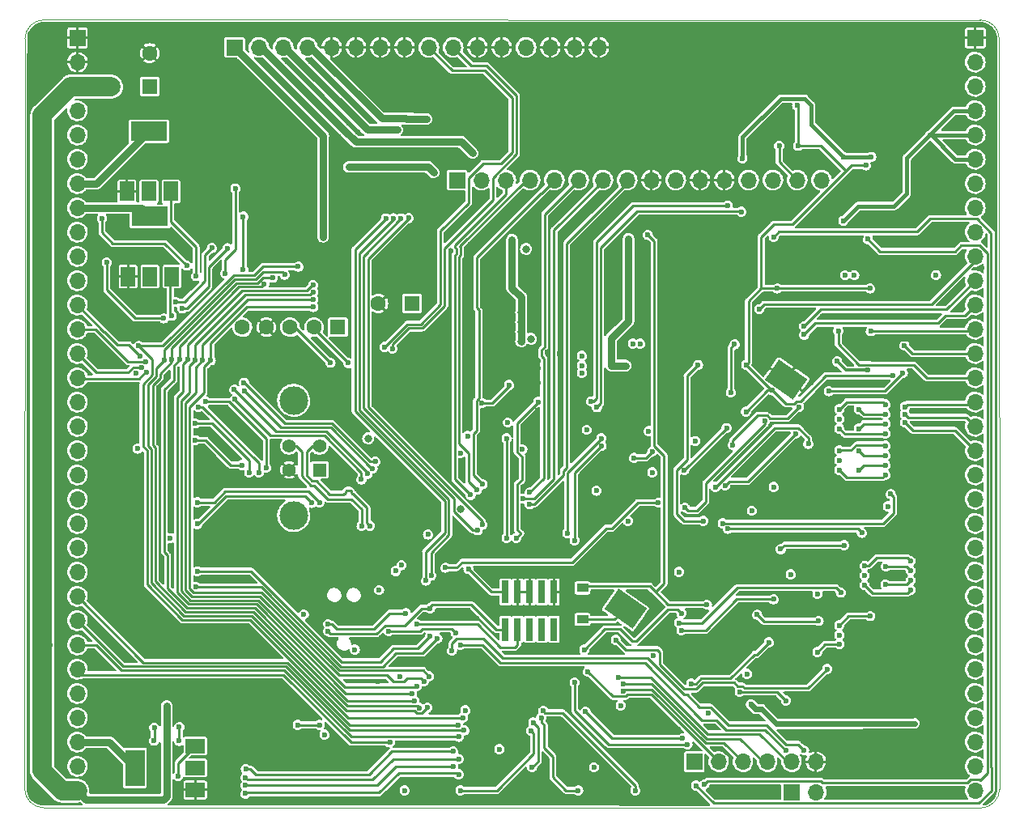
<source format=gbr>
G04 #@! TF.GenerationSoftware,KiCad,Pcbnew,(6.0.1)*
G04 #@! TF.CreationDate,2022-08-30T16:06:41+01:00*
G04 #@! TF.ProjectId,polygonus-Shortage-Version,706f6c79-676f-46e7-9573-2d53686f7274,rev?*
G04 #@! TF.SameCoordinates,Original*
G04 #@! TF.FileFunction,Copper,L4,Bot*
G04 #@! TF.FilePolarity,Positive*
%FSLAX46Y46*%
G04 Gerber Fmt 4.6, Leading zero omitted, Abs format (unit mm)*
G04 Created by KiCad (PCBNEW (6.0.1)) date 2022-08-30 16:06:41*
%MOMM*%
%LPD*%
G01*
G04 APERTURE LIST*
G04 Aperture macros list*
%AMRotRect*
0 Rectangle, with rotation*
0 The origin of the aperture is its center*
0 $1 length*
0 $2 width*
0 $3 Rotation angle, in degrees counterclockwise*
0 Add horizontal line*
21,1,$1,$2,0,0,$3*%
G04 Aperture macros list end*
G04 #@! TA.AperFunction,Profile*
%ADD10C,0.050000*%
G04 #@! TD*
G04 #@! TA.AperFunction,ComponentPad*
%ADD11R,1.600000X1.600000*%
G04 #@! TD*
G04 #@! TA.AperFunction,ComponentPad*
%ADD12C,1.600000*%
G04 #@! TD*
G04 #@! TA.AperFunction,ComponentPad*
%ADD13R,1.700000X1.700000*%
G04 #@! TD*
G04 #@! TA.AperFunction,ComponentPad*
%ADD14O,1.700000X1.700000*%
G04 #@! TD*
G04 #@! TA.AperFunction,ComponentPad*
%ADD15R,1.400000X1.400000*%
G04 #@! TD*
G04 #@! TA.AperFunction,ComponentPad*
%ADD16C,1.400000*%
G04 #@! TD*
G04 #@! TA.AperFunction,ComponentPad*
%ADD17C,3.000000*%
G04 #@! TD*
G04 #@! TA.AperFunction,SMDPad,CuDef*
%ADD18R,0.740000X2.400000*%
G04 #@! TD*
G04 #@! TA.AperFunction,SMDPad,CuDef*
%ADD19RotRect,2.600000X3.600000X235.000000*%
G04 #@! TD*
G04 #@! TA.AperFunction,SMDPad,CuDef*
%ADD20R,1.500000X2.000000*%
G04 #@! TD*
G04 #@! TA.AperFunction,SMDPad,CuDef*
%ADD21R,3.800000X2.000000*%
G04 #@! TD*
G04 #@! TA.AperFunction,SMDPad,CuDef*
%ADD22R,2.000000X1.500000*%
G04 #@! TD*
G04 #@! TA.AperFunction,SMDPad,CuDef*
%ADD23R,2.000000X3.800000*%
G04 #@! TD*
G04 #@! TA.AperFunction,SMDPad,CuDef*
%ADD24R,1.200000X0.900000*%
G04 #@! TD*
G04 #@! TA.AperFunction,ViaPad*
%ADD25C,0.599440*%
G04 #@! TD*
G04 #@! TA.AperFunction,ViaPad*
%ADD26C,0.800000*%
G04 #@! TD*
G04 #@! TA.AperFunction,ViaPad*
%ADD27C,0.600000*%
G04 #@! TD*
G04 #@! TA.AperFunction,ViaPad*
%ADD28C,2.000000*%
G04 #@! TD*
G04 #@! TA.AperFunction,Conductor*
%ADD29C,0.762000*%
G04 #@! TD*
G04 #@! TA.AperFunction,Conductor*
%ADD30C,0.254000*%
G04 #@! TD*
G04 #@! TA.AperFunction,Conductor*
%ADD31C,0.609600*%
G04 #@! TD*
G04 #@! TA.AperFunction,Conductor*
%ADD32C,0.406400*%
G04 #@! TD*
G04 #@! TA.AperFunction,Conductor*
%ADD33C,0.304800*%
G04 #@! TD*
G04 #@! TA.AperFunction,Conductor*
%ADD34C,2.032000*%
G04 #@! TD*
G04 #@! TA.AperFunction,Conductor*
%ADD35C,2.023000*%
G04 #@! TD*
G04 APERTURE END LIST*
D10*
X27598758Y70480030D02*
X27566743Y-7944264D01*
X29598758Y72480030D02*
G75*
G03*
X27598758Y70480030I-1J-1999999D01*
G01*
X127511245Y72474911D02*
X29598758Y72480030D01*
X29566743Y-9944264D02*
X127539293Y-9975264D01*
X127539293Y-9975264D02*
G75*
G03*
X129539293Y-7975264I1J1999999D01*
G01*
X129539293Y-7975264D02*
X129511245Y70474911D01*
X27566743Y-7944264D02*
G75*
G03*
X29566743Y-9944264I1999999J-1D01*
G01*
X129511245Y70474911D02*
G75*
G03*
X127511245Y72474911I-1999999J1D01*
G01*
D11*
G04 #@! TO.P,J1504,1,Pin_1*
G04 #@! TO.N,Net-(D1503-Pad2)*
X60334209Y40322147D03*
D12*
G04 #@! TO.P,J1504,2,Pin_2*
G04 #@! TO.N,/USB_D-*
X57834209Y40322147D03*
G04 #@! TO.P,J1504,3,Pin_3*
G04 #@! TO.N,/USB_D+*
X55334209Y40322147D03*
G04 #@! TO.P,J1504,4,Pin_4*
G04 #@! TO.N,GND*
X52834209Y40322147D03*
G04 #@! TO.P,J1504,5,Pin_5*
G04 #@! TO.N,/USB_SHIELD*
X50334209Y40322147D03*
G04 #@! TD*
D13*
G04 #@! TO.P,J1505,1,Pin_1*
G04 #@! TO.N,+3V3*
X97605501Y-5126837D03*
D14*
G04 #@! TO.P,J1505,2,Pin_2*
G04 #@! TO.N,/mcu/AUX_SPI_CS*
X100145501Y-5126837D03*
G04 #@! TO.P,J1505,3,Pin_3*
G04 #@! TO.N,/mcu/AUX_SPI_SCK*
X102685501Y-5126837D03*
G04 #@! TO.P,J1505,4,Pin_4*
G04 #@! TO.N,/mcu/AUX_SPI_MISO*
X105225501Y-5126837D03*
G04 #@! TO.P,J1505,5,Pin_5*
G04 #@! TO.N,/mcu/AUX_SPI_MOSI*
X107765501Y-5126837D03*
G04 #@! TO.P,J1505,6,Pin_6*
G04 #@! TO.N,GND*
X110305501Y-5126837D03*
G04 #@! TD*
D13*
G04 #@! TO.P,J2,1,Pin_1*
G04 #@! TO.N,/mcu/UART_TX*
X107812339Y-8296983D03*
D14*
G04 #@! TO.P,J2,2,Pin_2*
G04 #@! TO.N,/mcu/UART_RX*
X110352339Y-8296983D03*
G04 #@! TD*
D15*
G04 #@! TO.P,J1501,1,Pin_1*
G04 #@! TO.N,Net-(D1503-Pad2)*
X58420000Y25400000D03*
D16*
G04 #@! TO.P,J1501,2,Pin_2*
G04 #@! TO.N,/USB_D-*
X58420000Y27900000D03*
G04 #@! TO.P,J1501,3,Pin_3*
G04 #@! TO.N,/USB_D+*
X55220000Y27900000D03*
G04 #@! TO.P,J1501,4,Pin_4*
G04 #@! TO.N,GND*
X55220000Y25400000D03*
D17*
G04 #@! TO.P,J1501,5,Pin_5*
G04 #@! TO.N,/USB_SHIELD*
X55710000Y20630000D03*
X55710000Y32670000D03*
G04 #@! TD*
D11*
G04 #@! TO.P,C1001,1*
G04 #@! TO.N,Net-(C1001-Pad1)*
X68072000Y42799000D03*
D12*
G04 #@! TO.P,C1001,2*
G04 #@! TO.N,GND*
X64572000Y42799000D03*
G04 #@! TD*
D11*
G04 #@! TO.P,C17,1*
G04 #@! TO.N,/12V_MR*
X40640000Y65494972D03*
D12*
G04 #@! TO.P,C17,2*
G04 #@! TO.N,GND*
X40640000Y68994972D03*
G04 #@! TD*
D18*
G04 #@! TO.P,J1502,1,Pin_1*
G04 #@! TO.N,+3V3*
X77851000Y12618000D03*
G04 #@! TO.P,J1502,2,Pin_2*
G04 #@! TO.N,/mcu/SWDIO*
X77851000Y8718000D03*
G04 #@! TO.P,J1502,3,Pin_3*
G04 #@! TO.N,GND*
X79121000Y12618000D03*
G04 #@! TO.P,J1502,4,Pin_4*
G04 #@! TO.N,/mcu/SWCLK*
X79121000Y8718000D03*
G04 #@! TO.P,J1502,5,Pin_5*
G04 #@! TO.N,GND*
X80391000Y12618000D03*
G04 #@! TO.P,J1502,6,Pin_6*
G04 #@! TO.N,unconnected-(J1502-Pad6)*
X80391000Y8718000D03*
G04 #@! TO.P,J1502,7,Pin_7*
G04 #@! TO.N,unconnected-(J1502-Pad7)*
X81661000Y12618000D03*
G04 #@! TO.P,J1502,8,Pin_8*
G04 #@! TO.N,unconnected-(J1502-Pad8)*
X81661000Y8718000D03*
G04 #@! TO.P,J1502,9,Pin_9*
G04 #@! TO.N,GND*
X82931000Y12618000D03*
G04 #@! TO.P,J1502,10,Pin_10*
G04 #@! TO.N,/mcu/nRESET*
X82931000Y8718000D03*
G04 #@! TD*
D19*
G04 #@! TO.P,BT1,1,+*
G04 #@! TO.N,Net-(BT1-Pad1)*
X90403105Y10859423D03*
G04 #@! TO.P,BT1,2,-*
G04 #@! TO.N,GND*
X107208895Y34860577D03*
G04 #@! TD*
D20*
G04 #@! TO.P,U17,1,Input*
G04 #@! TO.N,Net-(RN301-Pad5)*
X42977410Y45616805D03*
G04 #@! TO.P,U17,2,Drain*
G04 #@! TO.N,/LS5*
X40677410Y45616805D03*
G04 #@! TO.P,U17,3,Source*
G04 #@! TO.N,GND*
X38377410Y45616805D03*
D21*
G04 #@! TO.P,U17,4,Drain*
G04 #@! TO.N,/LS5*
X40677410Y51916805D03*
G04 #@! TD*
D13*
G04 #@! TO.P,J5,1,Pin_1*
G04 #@! TO.N,GND*
X33087317Y70582684D03*
D14*
G04 #@! TO.P,J5,2,Pin_2*
X33087317Y68042684D03*
G04 #@! TO.P,J5,3,Pin_3*
G04 #@! TO.N,/12V_MR*
X33087317Y65502684D03*
G04 #@! TO.P,J5,4,Pin_4*
G04 #@! TO.N,/LS1*
X33087317Y62962684D03*
G04 #@! TO.P,J5,5,Pin_5*
G04 #@! TO.N,/LS2*
X33087317Y60422684D03*
G04 #@! TO.P,J5,6,Pin_6*
G04 #@! TO.N,/LS3*
X33087317Y57882684D03*
G04 #@! TO.P,J5,7,Pin_7*
G04 #@! TO.N,/LS4*
X33087317Y55342684D03*
G04 #@! TO.P,J5,8,Pin_8*
G04 #@! TO.N,/LS5*
X33087317Y52802684D03*
G04 #@! TO.P,J5,9,Pin_9*
G04 #@! TO.N,/LS6*
X33087317Y50262684D03*
G04 #@! TO.P,J5,10,Pin_10*
G04 #@! TO.N,/LS7*
X33087317Y47722684D03*
G04 #@! TO.P,J5,11,Pin_11*
G04 #@! TO.N,/LS8*
X33087317Y45182684D03*
G04 #@! TO.P,J5,12,Pin_12*
G04 #@! TO.N,/IGN12*
X33087317Y42642684D03*
G04 #@! TO.P,J5,13,Pin_13*
G04 #@! TO.N,/IGN11*
X33087317Y40102684D03*
G04 #@! TO.P,J5,14,Pin_14*
G04 #@! TO.N,/IGN10*
X33087317Y37562684D03*
G04 #@! TO.P,J5,15,Pin_15*
G04 #@! TO.N,/IGN9*
X33087317Y35022684D03*
G04 #@! TO.P,J5,16,Pin_16*
G04 #@! TO.N,/IGN8*
X33087317Y32482684D03*
G04 #@! TO.P,J5,17,Pin_17*
G04 #@! TO.N,/IGN7*
X33087317Y29942684D03*
G04 #@! TO.P,J5,18,Pin_18*
G04 #@! TO.N,/IGN6*
X33087317Y27402684D03*
G04 #@! TO.P,J5,19,Pin_19*
G04 #@! TO.N,/IGN5*
X33087317Y24862684D03*
G04 #@! TO.P,J5,20,Pin_20*
G04 #@! TO.N,/IGN4*
X33087317Y22322684D03*
G04 #@! TO.P,J5,21,Pin_21*
G04 #@! TO.N,/IGN3*
X33087317Y19782684D03*
G04 #@! TO.P,J5,22,Pin_22*
G04 #@! TO.N,/IGN2*
X33087317Y17242684D03*
G04 #@! TO.P,J5,23,Pin_23*
G04 #@! TO.N,/IGN1*
X33087317Y14702684D03*
G04 #@! TO.P,J5,24,Pin_24*
G04 #@! TO.N,/LS9*
X33087317Y12162684D03*
G04 #@! TO.P,J5,25,Pin_25*
G04 #@! TO.N,/LS10*
X33087317Y9622684D03*
G04 #@! TO.P,J5,26,Pin_26*
G04 #@! TO.N,/LS11*
X33087317Y7082684D03*
G04 #@! TO.P,J5,27,Pin_27*
G04 #@! TO.N,/LS12*
X33087317Y4542684D03*
G04 #@! TO.P,J5,28,Pin_28*
G04 #@! TO.N,/LS13*
X33087317Y2002684D03*
G04 #@! TO.P,J5,29,Pin_29*
G04 #@! TO.N,/LS14*
X33087317Y-537316D03*
G04 #@! TO.P,J5,30,Pin_30*
G04 #@! TO.N,/LS15*
X33087317Y-3077316D03*
G04 #@! TO.P,J5,31,Pin_31*
G04 #@! TO.N,/LS16*
X33087317Y-5617316D03*
G04 #@! TO.P,J5,32,Pin_32*
G04 #@! TO.N,/12V_MR*
X33087317Y-8157316D03*
G04 #@! TD*
D20*
G04 #@! TO.P,U16,1,Input*
G04 #@! TO.N,Net-(RN201-Pad8)*
X42870201Y54528659D03*
G04 #@! TO.P,U16,2,Drain*
G04 #@! TO.N,/LS4*
X40570201Y54528659D03*
G04 #@! TO.P,U16,3,Source*
G04 #@! TO.N,GND*
X38270201Y54528659D03*
D21*
G04 #@! TO.P,U16,4,Drain*
G04 #@! TO.N,/LS4*
X40570201Y60828659D03*
G04 #@! TD*
D22*
G04 #@! TO.P,U23,1,Input*
G04 #@! TO.N,Net-(RN501-Pad7)*
X45408978Y-3481730D03*
G04 #@! TO.P,U23,2,Drain*
G04 #@! TO.N,/LS15*
X45408978Y-5781730D03*
G04 #@! TO.P,U23,3,Source*
G04 #@! TO.N,GND*
X45408978Y-8081730D03*
D23*
G04 #@! TO.P,U23,4,Drain*
G04 #@! TO.N,/LS15*
X39108978Y-5781730D03*
G04 #@! TD*
D13*
G04 #@! TO.P,J6,1,Pin_1*
G04 #@! TO.N,+5V*
X72806286Y55705029D03*
D14*
G04 #@! TO.P,J6,2,Pin_2*
G04 #@! TO.N,+3V3*
X75346286Y55705029D03*
G04 #@! TO.P,J6,3,Pin_3*
G04 #@! TO.N,/ETB1_PWM*
X77886286Y55705029D03*
G04 #@! TO.P,J6,4,Pin_4*
G04 #@! TO.N,/ETB1_DIS*
X80426286Y55705029D03*
G04 #@! TO.P,J6,5,Pin_5*
G04 #@! TO.N,/ETB1_DIR*
X82966286Y55705029D03*
G04 #@! TO.P,J6,6,Pin_6*
G04 #@! TO.N,/ETB2_PWM*
X85506286Y55705029D03*
G04 #@! TO.P,J6,7,Pin_7*
G04 #@! TO.N,/ETB2_DIS*
X88046286Y55705029D03*
G04 #@! TO.P,J6,8,Pin_8*
G04 #@! TO.N,/ETB2_DIR*
X90586286Y55705029D03*
G04 #@! TO.P,J6,9,Pin_9*
G04 #@! TO.N,GND*
X93126286Y55705029D03*
G04 #@! TO.P,J6,10,Pin_10*
G04 #@! TO.N,/12V_RAW*
X95666286Y55705029D03*
G04 #@! TO.P,J6,11,Pin_11*
G04 #@! TO.N,GND*
X98206286Y55705029D03*
G04 #@! TO.P,J6,12,Pin_12*
X100746286Y55705029D03*
G04 #@! TO.P,J6,13,Pin_13*
G04 #@! TO.N,/CAN+*
X103286286Y55705029D03*
G04 #@! TO.P,J6,14,Pin_14*
G04 #@! TO.N,/CAN-*
X105826286Y55705029D03*
G04 #@! TO.P,J6,15,Pin_15*
G04 #@! TO.N,/VR2+*
X108366286Y55705029D03*
G04 #@! TO.P,J6,16,Pin_16*
G04 #@! TO.N,/VR1+*
X110906286Y55705029D03*
G04 #@! TD*
D24*
G04 #@! TO.P,D7,1,K*
G04 #@! TO.N,/Keep_Alive/Keep_Alive*
X85908431Y13041269D03*
G04 #@! TO.P,D7,2,A*
G04 #@! TO.N,Net-(BT1-Pad1)*
X85908431Y9741269D03*
G04 #@! TD*
D13*
G04 #@! TO.P,J3,1,Pin_1*
G04 #@! TO.N,GND*
X127000000Y70587779D03*
D14*
G04 #@! TO.P,J3,2,Pin_2*
G04 #@! TO.N,Net-(F101-Pad1)*
X127000000Y68047779D03*
G04 #@! TO.P,J3,3,Pin_3*
G04 #@! TO.N,Net-(F102-Pad2)*
X127000000Y65507779D03*
G04 #@! TO.P,J3,4,Pin_4*
G04 #@! TO.N,/5V_SENSOR_2*
X127000000Y62967779D03*
G04 #@! TO.P,J3,5,Pin_5*
X127000000Y60427779D03*
G04 #@! TO.P,J3,6,Pin_6*
X127000000Y57887779D03*
G04 #@! TO.P,J3,7,Pin_7*
G04 #@! TO.N,/5V_SENSOR_1*
X127000000Y55347779D03*
G04 #@! TO.P,J3,8,Pin_8*
X127000000Y52807779D03*
G04 #@! TO.P,J3,9,Pin_9*
X127000000Y50267779D03*
G04 #@! TO.P,J3,10,Pin_10*
G04 #@! TO.N,/DIGITAL_6*
X127000000Y47727779D03*
G04 #@! TO.P,J3,11,Pin_11*
G04 #@! TO.N,/DIGITAL_5*
X127000000Y45187779D03*
G04 #@! TO.P,J3,12,Pin_12*
G04 #@! TO.N,/DIGITAL_4*
X127000000Y42647779D03*
G04 #@! TO.P,J3,13,Pin_13*
G04 #@! TO.N,/DIGITAL_3*
X127000000Y40107779D03*
G04 #@! TO.P,J3,14,Pin_14*
G04 #@! TO.N,/DIGITAL_2*
X127000000Y37567779D03*
G04 #@! TO.P,J3,15,Pin_15*
G04 #@! TO.N,/DIGITAL_1*
X127000000Y35027779D03*
G04 #@! TO.P,J3,16,Pin_16*
G04 #@! TO.N,/AT4*
X127000000Y32487779D03*
G04 #@! TO.P,J3,17,Pin_17*
G04 #@! TO.N,/AT3*
X127000000Y29947779D03*
G04 #@! TO.P,J3,18,Pin_18*
G04 #@! TO.N,/AT2*
X127000000Y27407779D03*
G04 #@! TO.P,J3,19,Pin_19*
G04 #@! TO.N,/AT1*
X127000000Y24867779D03*
G04 #@! TO.P,J3,20,Pin_20*
G04 #@! TO.N,/AV11*
X127000000Y22327779D03*
G04 #@! TO.P,J3,21,Pin_21*
G04 #@! TO.N,/AV10*
X127000000Y19787779D03*
G04 #@! TO.P,J3,22,Pin_22*
G04 #@! TO.N,/AV9*
X127000000Y17247779D03*
G04 #@! TO.P,J3,23,Pin_23*
G04 #@! TO.N,/AV8*
X127000000Y14707779D03*
G04 #@! TO.P,J3,24,Pin_24*
G04 #@! TO.N,/AV7*
X127000000Y12167779D03*
G04 #@! TO.P,J3,25,Pin_25*
G04 #@! TO.N,/AV6*
X127000000Y9627779D03*
G04 #@! TO.P,J3,26,Pin_26*
G04 #@! TO.N,/AV5*
X127000000Y7087779D03*
G04 #@! TO.P,J3,27,Pin_27*
G04 #@! TO.N,/AV4*
X127000000Y4547779D03*
G04 #@! TO.P,J3,28,Pin_28*
G04 #@! TO.N,/AV3*
X127000000Y2007779D03*
G04 #@! TO.P,J3,29,Pin_29*
G04 #@! TO.N,/AV2*
X127000000Y-532221D03*
G04 #@! TO.P,J3,30,Pin_30*
G04 #@! TO.N,/AV1*
X127000000Y-3072221D03*
G04 #@! TO.P,J3,31,Pin_31*
G04 #@! TO.N,/KNOCK_1*
X127000000Y-5612221D03*
G04 #@! TO.P,J3,32,Pin_32*
G04 #@! TO.N,/KNOCK_2*
X127000000Y-8152221D03*
G04 #@! TD*
D13*
G04 #@! TO.P,J7,1,Pin_1*
G04 #@! TO.N,/HS1*
X49530000Y69596912D03*
D14*
G04 #@! TO.P,J7,2,Pin_2*
G04 #@! TO.N,/HS2*
X52070000Y69596912D03*
G04 #@! TO.P,J7,3,Pin_3*
G04 #@! TO.N,/HS3*
X54610000Y69596912D03*
G04 #@! TO.P,J7,4,Pin_4*
G04 #@! TO.N,/HS4*
X57150000Y69596912D03*
G04 #@! TO.P,J7,5,Pin_5*
G04 #@! TO.N,GND*
X59690000Y69596912D03*
G04 #@! TO.P,J7,6,Pin_6*
X62230000Y69596912D03*
G04 #@! TO.P,J7,7,Pin_7*
X64770000Y69596912D03*
G04 #@! TO.P,J7,8,Pin_8*
X67310000Y69596912D03*
G04 #@! TO.P,J7,9,Pin_9*
G04 #@! TO.N,/CAN2+*
X69850000Y69596912D03*
G04 #@! TO.P,J7,10,Pin_10*
G04 #@! TO.N,/CAN2-*
X72390000Y69596912D03*
G04 #@! TO.P,J7,11,Pin_11*
G04 #@! TO.N,GND*
X74930000Y69596912D03*
G04 #@! TO.P,J7,12,Pin_12*
X77470000Y69596912D03*
G04 #@! TO.P,J7,13,Pin_13*
G04 #@! TO.N,/Perm_Live*
X80010000Y69596912D03*
G04 #@! TO.P,J7,14,Pin_14*
G04 #@! TO.N,GND*
X82550000Y69596912D03*
G04 #@! TO.P,J7,15,Pin_15*
X85090000Y69596912D03*
G04 #@! TO.P,J7,16,Pin_16*
X87630000Y69596912D03*
G04 #@! TD*
D25*
G04 #@! TO.N,GND*
X38377041Y56267596D03*
G04 #@! TO.N,/12V_MR*
X61482861Y57101531D03*
G04 #@! TO.N,GND*
X74769800Y57633863D03*
X69599820Y42824817D03*
X89002554Y52313075D03*
X82374857Y53911394D03*
X87723899Y53613041D03*
X85081344Y53826151D03*
X99983473Y2315786D03*
X95950076Y-1744392D03*
X43926779Y41297948D03*
X45731103Y31125534D03*
X45457954Y27393808D03*
X41887137Y14174453D03*
X38628772Y5506218D03*
X34764392Y5477803D03*
X57001478Y0D03*
X46810857Y-9279148D03*
X58167372Y13165736D03*
X54771832Y26636033D03*
X55766341Y26636033D03*
X85351282Y27826341D03*
X85212313Y34393370D03*
X105233960Y41478229D03*
X104856570Y51503260D03*
X97589546Y50970487D03*
X59984433Y42839025D03*
X59993904Y44392354D03*
X56639192Y41498643D03*
X55106599Y35095895D03*
X60495895Y36582924D03*
X73759450Y33031103D03*
X73958352Y37293288D03*
X78916801Y25545229D03*
X73409004Y25556280D03*
X36057254Y710364D03*
X78796829Y57152448D03*
X79725038Y60315936D03*
X77537116Y61727193D03*
X77934920Y64058819D03*
X86634674Y64350804D03*
X83243869Y63299465D03*
X85517034Y66491368D03*
X122914509Y53365311D03*
X124150543Y57172862D03*
X102572302Y61095382D03*
X113170934Y61223247D03*
X113213556Y62771841D03*
X102586509Y62629768D03*
X103794128Y63979460D03*
X104660772Y56747954D03*
X112275875Y56747954D03*
X112986239Y52954609D03*
X108553567Y52840951D03*
X120715000Y52556805D03*
X122107314Y44558106D03*
X115785074Y47783159D03*
X105996256Y47896817D03*
X115813488Y47015966D03*
X113185141Y49587484D03*
X110372099Y47484806D03*
X110443136Y48564559D03*
X110457343Y49559069D03*
X75436393Y42583294D03*
X75450601Y43421523D03*
X75450601Y44188717D03*
X95113479Y41205187D03*
X94317871Y41148358D03*
X95070857Y42015002D03*
X95127686Y42824817D03*
X95099271Y43748291D03*
X88769031Y20533109D03*
X92292436Y19368112D03*
X91779664Y32511641D03*
X94294353Y32355361D03*
X122911406Y17757308D03*
X104214623Y14290731D03*
X120969583Y-8502483D03*
X115362442Y-6579765D03*
X84656436Y-5831192D03*
X71233658Y6453370D03*
X64526440Y3279675D03*
X53522901Y2562207D03*
X47393194Y8955806D03*
X40829430Y11712019D03*
X41588784Y28663100D03*
X41579312Y30396388D03*
X41607727Y32593781D03*
X41626670Y34033452D03*
X38944920Y69572716D03*
X67927774Y31028360D03*
X66620704Y37023833D03*
X57911641Y46329603D03*
X61108279Y49625692D03*
X43761188Y52154588D03*
X107848261Y15893534D03*
X112972354Y14453863D03*
X116148578Y16632313D03*
X81254688Y34516661D03*
X81240481Y35241232D03*
X81268896Y36008426D03*
X81254688Y36775619D03*
X82234991Y37699092D03*
X83527853Y37557019D03*
X83577579Y39950946D03*
X81141030Y43069445D03*
X80388044Y43069445D03*
X76793602Y42955786D03*
X77589210Y42969994D03*
X78356403Y42998408D03*
X78299574Y35354891D03*
X78313781Y36122084D03*
X78285366Y36846655D03*
X78299574Y37699092D03*
X78299574Y38537322D03*
X78299574Y39290308D03*
X106350129Y61414633D03*
X80875092Y64312918D03*
G04 #@! TO.N,/12V_MR*
X70344941Y56527208D03*
G04 #@! TO.N,/HS2*
X62671080Y59727069D03*
X62031752Y59897558D03*
X61491876Y60437434D03*
G04 #@! TO.N,/HS1*
X58820907Y58019093D03*
X58806700Y58806700D03*
X58820907Y59670240D03*
G04 #@! TO.N,/HS4*
X69590026Y62113893D03*
X68893870Y62113893D03*
X68183505Y62113893D03*
G04 #@! TO.N,/HS3*
X64319126Y60991517D03*
X65114733Y60991517D03*
X65739853Y60991517D03*
G04 #@! TO.N,GND*
X107447193Y63528414D03*
X107454837Y59266499D03*
X55567439Y58675731D03*
X121303411Y41468896D03*
X100029902Y35001739D03*
X110459879Y30955845D03*
X56704333Y-2268379D03*
X62569182Y28389651D03*
X108271698Y6123906D03*
X99441709Y20929579D03*
X112316193Y-261610D03*
X69294725Y10069034D03*
X120056983Y47545114D03*
X71373727Y57039180D03*
X110977787Y41428684D03*
X109822260Y34526140D03*
X40966649Y-3949433D03*
X102645826Y38382868D03*
X124574932Y26453219D03*
X104661527Y4685199D03*
X125566836Y-6091932D03*
X79977662Y-4066557D03*
X99520273Y-8284319D03*
X98276090Y-9308916D03*
X123583029Y6320263D03*
X69996981Y37087963D03*
X43970995Y71678189D03*
X60258269Y68197696D03*
X89757670Y-421288D03*
X103014055Y35425959D03*
X127564047Y15984618D03*
X121464002Y15625478D03*
X115084099Y-3766454D03*
X75336587Y-5710376D03*
X127617663Y717349D03*
X61661730Y14323851D03*
X115758736Y48563826D03*
X91755741Y29894019D03*
X98496291Y10432895D03*
X102560012Y40356356D03*
X49547130Y68129472D03*
X115220414Y6663840D03*
X64625790Y36149780D03*
X123140694Y2875409D03*
X105565970Y31582114D03*
X43654317Y-7847412D03*
X102362507Y32123344D03*
X85599791Y-3344541D03*
X87324941Y1293725D03*
X47017826Y51893155D03*
X127577451Y38838607D03*
X71909446Y41864255D03*
X69100325Y29076538D03*
X118557881Y18745095D03*
X125006115Y10508966D03*
X68794465Y34635117D03*
X42903631Y16912258D03*
X72113168Y9935836D03*
X77129668Y54275640D03*
X124692035Y59518828D03*
X69114436Y12808291D03*
X75596356Y2988952D03*
X61520259Y30431893D03*
X66202486Y21811764D03*
X107074273Y53296616D03*
X63590837Y9744741D03*
X83457814Y1474184D03*
X121169112Y18976503D03*
X84338750Y10941899D03*
X79716283Y-6727271D03*
X114284285Y5264678D03*
X119632520Y28578928D03*
X64827005Y7805346D03*
X87057957Y16643461D03*
X49449043Y26803461D03*
X110564895Y18603874D03*
X109919106Y36457180D03*
X115006453Y23695654D03*
X45956109Y21072036D03*
X114255319Y28520844D03*
X93892950Y-4121530D03*
X52368522Y49261665D03*
X29065218Y70898360D03*
X127557345Y-1822727D03*
X115211478Y7995314D03*
X110910766Y38412762D03*
X109823202Y18577066D03*
X109876684Y24062863D03*
X106167221Y-8615692D03*
X117739563Y14346393D03*
X88631827Y44339180D03*
X79659921Y23616434D03*
X110402546Y4996057D03*
X125035354Y21970566D03*
X74842121Y9877358D03*
X112135929Y-5877467D03*
X127577451Y5797503D03*
X108553184Y7602825D03*
X127590855Y26131521D03*
X40133194Y49929334D03*
X120138176Y11815943D03*
X99528989Y30144743D03*
X125459566Y-8503660D03*
X123668678Y42881964D03*
X43070591Y63910292D03*
X102141592Y34176556D03*
X125044076Y28289581D03*
X103624944Y7562613D03*
X48665569Y674366D03*
X124692035Y61448587D03*
X107766192Y12191258D03*
X43994912Y60784567D03*
X117845153Y38385954D03*
X95275729Y5303401D03*
X47532279Y-5207464D03*
X81238815Y31647351D03*
X119065848Y8250453D03*
X115107555Y9426580D03*
X107121874Y41442088D03*
X81034769Y18046922D03*
X34623884Y42591925D03*
X52631671Y52039349D03*
X117704641Y-2001678D03*
X91996346Y-7132984D03*
X113127832Y46988299D03*
X71829277Y31727521D03*
X96864367Y36320208D03*
X63192473Y-4081778D03*
X41209681Y8481119D03*
X50394464Y-4993366D03*
X114144059Y16574154D03*
X124311931Y40659817D03*
X54269043Y38940377D03*
X64825491Y-3988419D03*
X103990982Y23993714D03*
X81219323Y26579297D03*
X102437653Y15941730D03*
X104998320Y53764437D03*
X47846883Y31784424D03*
X91426595Y-4081317D03*
X63577970Y62116556D03*
X90060429Y25483942D03*
X125824801Y16064333D03*
X45624736Y-1664735D03*
X42847052Y31588249D03*
X78724905Y269746D03*
X101747752Y8129816D03*
X94150734Y46250071D03*
X34133897Y849798D03*
X125446199Y47309998D03*
X77194118Y20156512D03*
X122674560Y50542523D03*
X114306471Y41415280D03*
X125598437Y49548405D03*
X127577451Y13424435D03*
X40159184Y47344376D03*
X62395424Y60739084D03*
X110591532Y1516666D03*
X77953643Y-5701857D03*
X66932217Y-3378063D03*
X44505491Y45590049D03*
X122465790Y36398703D03*
X127564047Y36305232D03*
X35588763Y61626369D03*
X120181717Y23958803D03*
X111097779Y-3119327D03*
X93855822Y51668366D03*
X127564047Y43918761D03*
X123637965Y324350D03*
X33898087Y26297905D03*
X75408678Y65869290D03*
X62709158Y7653433D03*
X104723462Y20555416D03*
X34687534Y18491152D03*
X121604258Y33008085D03*
X107906281Y25403273D03*
X107547517Y35190166D03*
X74954570Y15059274D03*
X82008770Y21793884D03*
X76473520Y11029616D03*
X35332687Y-4793285D03*
X29224931Y-9095458D03*
X39816457Y15526783D03*
X128054495Y49226778D03*
X114324343Y38368081D03*
X127617663Y21051367D03*
X120753072Y2026697D03*
X121451777Y27766821D03*
X95272478Y37566154D03*
X38285803Y-8184983D03*
X94951873Y12392319D03*
X108510120Y-2466123D03*
X121961133Y21373066D03*
X121303411Y38385954D03*
X34620585Y45372908D03*
X114277659Y-2059763D03*
X81288007Y-7037382D03*
X104281126Y-556039D03*
X97585590Y30271030D03*
X71052101Y67214274D03*
X127674391Y46507572D03*
X48580822Y-7104694D03*
X94032504Y10998178D03*
X88923533Y41146081D03*
X122323695Y59021768D03*
X120942422Y-2030490D03*
X99578750Y-1461938D03*
X57490331Y68139219D03*
X52028028Y27690995D03*
X59694003Y7579787D03*
X73493755Y14216084D03*
X38398360Y17961405D03*
X96665269Y46337787D03*
X38378867Y21567521D03*
X124749186Y13089333D03*
X119671862Y34293511D03*
X90025944Y34038865D03*
X73202103Y16535729D03*
X116358220Y11708710D03*
X53780455Y5918478D03*
X92200208Y11797371D03*
X37903800Y9514847D03*
X62565667Y11120286D03*
X38242420Y32112973D03*
X127564047Y10891060D03*
X125276811Y31566557D03*
X51443253Y13733103D03*
X103674575Y25990529D03*
X105433879Y36506294D03*
X104482188Y1441170D03*
X39864697Y-1372348D03*
X34746012Y14368484D03*
X47310214Y33677397D03*
X43283960Y-4209334D03*
X98845907Y46132491D03*
X125335288Y30280051D03*
X42837306Y23352660D03*
X107672364Y10395109D03*
X103925582Y-6218113D03*
X68508327Y58325686D03*
X81968171Y-4730060D03*
X71691255Y49792361D03*
X102950753Y24810968D03*
X107008861Y-2064000D03*
X98611193Y5422188D03*
X97634851Y7385505D03*
X52412531Y68129472D03*
X38398360Y14257827D03*
X113397457Y34574054D03*
X51579075Y41542628D03*
X102564480Y43408023D03*
X41367720Y779700D03*
X46043825Y13889043D03*
X56632661Y60849017D03*
X88812283Y14772179D03*
X75745699Y54061223D03*
X72191563Y48274044D03*
X72551750Y5509135D03*
X36053285Y57828626D03*
X73942641Y30450761D03*
X38342381Y25128354D03*
X49845391Y38808752D03*
X72967390Y67944294D03*
X115026800Y30738324D03*
X97670058Y43277462D03*
X122865910Y26312476D03*
X56344996Y64261157D03*
X34687534Y30186662D03*
X91681273Y1307130D03*
X88573833Y8071271D03*
X91338724Y28100849D03*
X54365231Y-2297618D03*
X119187598Y21648939D03*
X67070937Y16617471D03*
X127604259Y33745049D03*
X92119141Y25950235D03*
X45683214Y937515D03*
X108903096Y164112D03*
X92477501Y24060988D03*
X74205790Y49012661D03*
X113164410Y21678178D03*
X49178487Y16788403D03*
X57080204Y31003450D03*
X116880034Y18124892D03*
X102820080Y18450972D03*
X89664931Y45606193D03*
X32246272Y-4346306D03*
X127577451Y3264128D03*
X97767521Y39106063D03*
X91795285Y34079077D03*
X113800741Y-3925018D03*
X66198464Y52770318D03*
X104090851Y33705766D03*
X34629057Y22555341D03*
X118824574Y2902217D03*
X40117475Y42858373D03*
X80815328Y47321535D03*
X89816148Y-4378269D03*
X59882888Y59758386D03*
X101333077Y-6296083D03*
X119588608Y-5850658D03*
X74994612Y61823643D03*
X98061624Y11949984D03*
X117845153Y41442088D03*
X36491309Y36629922D03*
X127604259Y23611550D03*
X65182329Y27244242D03*
X63113037Y52525645D03*
X127577451Y18544801D03*
X48293012Y60784567D03*
X97243437Y21988503D03*
X127590855Y8357686D03*
X43970995Y67194518D03*
X71576737Y-3357957D03*
X30972139Y-1557996D03*
X55073259Y68100234D03*
X119509225Y-3554885D03*
X79449277Y53866297D03*
X46579245Y54963226D03*
X71271541Y64825491D03*
X47529030Y28703981D03*
X105725391Y18332812D03*
X36766961Y11656525D03*
X111705920Y36307737D03*
X107927249Y21183819D03*
X87783566Y6640011D03*
X107130810Y38403826D03*
X37438503Y-5684268D03*
D26*
G04 #@! TO.N,+5V*
X79502000Y39878000D03*
X79502000Y40894000D03*
X79502000Y41910000D03*
X80518000Y39116000D03*
D25*
X102362000Y2159000D03*
X118374808Y35299690D03*
D26*
X79502000Y38862000D03*
D25*
X91948000Y38608000D03*
X115987248Y44384467D03*
X73914000Y28956000D03*
X78537733Y49493666D03*
X117856000Y21590000D03*
X103013061Y31497236D03*
X115555509Y57252300D03*
D26*
X63500000Y28702000D03*
D25*
X103632000Y21124620D03*
X103045029Y36371089D03*
X39192447Y35560000D03*
X112776000Y30734000D03*
X39371411Y27622147D03*
X42772231Y18277683D03*
X115415414Y14354291D03*
X112776000Y8128000D03*
X106281725Y44384466D03*
X78105000Y30353000D03*
X91186000Y38608000D03*
X105786536Y33718190D03*
X108364103Y63519212D03*
X108459295Y59298640D03*
X110490000Y12446000D03*
X112776000Y26416000D03*
X105918000Y23622000D03*
X107188000Y1270000D03*
X107696000Y14478000D03*
X97716099Y28413661D03*
G04 #@! TO.N,+3V3*
X88900000Y36322000D03*
X89662000Y36322000D03*
X90424000Y36322000D03*
X103124000Y4064000D03*
X58928000Y-2286000D03*
X77216000Y-3810000D03*
X67310000Y-8128000D03*
X73152000Y27178000D03*
D27*
X99060000Y0D03*
X120642680Y-1102660D03*
D25*
X56769000Y10287000D03*
X92837000Y29464000D03*
X85852000Y36322000D03*
X64643000Y12827000D03*
X93218000Y25146000D03*
X87122000Y-5715000D03*
X73983855Y15023377D03*
X85852000Y35560000D03*
D27*
X87376000Y23216434D03*
D26*
X73152000Y21336000D03*
D25*
X62103000Y6604000D03*
D27*
X93343667Y5967667D03*
D25*
X66802000Y3810000D03*
D27*
X103533698Y860302D03*
X96012000Y14732000D03*
X89916000Y762000D03*
X90678000Y20066000D03*
D25*
X79629000Y27559000D03*
D27*
X115074146Y-1176828D03*
D25*
X69748400Y18643600D03*
X73660000Y254000D03*
D27*
X86360000Y29591000D03*
D25*
X90726273Y49593153D03*
X85852000Y37338000D03*
G04 #@! TO.N,/mcu/AV4*
X97282000Y3048000D03*
X105410000Y7366000D03*
G04 #@! TO.N,/mcu/AV2*
X89408000Y7620000D03*
X111506000Y4572000D03*
G04 #@! TO.N,/mcu/AV5*
X96266000Y8636000D03*
X105894633Y11862275D03*
G04 #@! TO.N,/mcu/AV6*
X96012000Y9398000D03*
X112939557Y12565968D03*
G04 #@! TO.N,/mcu/AV9*
X101115632Y19232880D03*
X115137439Y18811658D03*
G04 #@! TO.N,/mcu/AV10*
X100584000Y19812000D03*
X118150241Y22871219D03*
G04 #@! TO.N,/5V_SENSOR_1*
X116122964Y58146824D03*
X113221818Y58146824D03*
X102642191Y57990475D03*
G04 #@! TO.N,/5V_SENSOR_2*
X113206146Y51458098D03*
G04 #@! TO.N,/mcu/nRESET*
X82931000Y8636000D03*
X65659000Y8509000D03*
X72644000Y8382000D03*
G04 #@! TO.N,/mcu/SWDIO*
X69977000Y10922000D03*
X59309000Y8509000D03*
G04 #@! TO.N,/mcu/SWCLK*
X59309000Y9271000D03*
X67437000Y10414000D03*
X68580000Y9271000D03*
G04 #@! TO.N,/mcu/5V_SENSOR_1_PG*
X98679000Y-7493000D03*
X115769916Y49534146D03*
G04 #@! TO.N,/mcu/5V_SENSOR_2_PG*
X97790000Y-7620000D03*
X105915182Y49774709D03*
G04 #@! TO.N,/mcu/AT2*
X99822000Y23622000D03*
X109535875Y28132125D03*
G04 #@! TO.N,/mcu/AT1*
X100838000Y23749000D03*
X108204000Y29210000D03*
G04 #@! TO.N,/mcu/AT3*
X104985486Y30534020D03*
X96647000Y21463000D03*
G04 #@! TO.N,Net-(RN201-Pad7)*
X48559934Y45941964D03*
X49617453Y54854443D03*
G04 #@! TO.N,Net-(RN201-Pad8)*
X45506107Y45669069D03*
G04 #@! TO.N,Net-(RN201-Pad6)*
X44530956Y46766623D03*
X35655362Y51693175D03*
G04 #@! TO.N,Net-(RN201-Pad5)*
X50430364Y51901206D03*
X50431216Y46343577D03*
G04 #@! TO.N,Net-(RN301-Pad7)*
X44046334Y42287675D03*
X48786297Y48591372D03*
G04 #@! TO.N,Net-(RN301-Pad8)*
X47155424Y48610865D03*
X43386296Y42972079D03*
G04 #@! TO.N,Net-(RN301-Pad6)*
X36162693Y47092023D03*
X42127404Y41244268D03*
G04 #@! TO.N,Net-(RN301-Pad5)*
X42946089Y41517163D03*
G04 #@! TO.N,Net-(RN501-Pad6)*
X43737735Y-1508470D03*
X43737735Y-2950917D03*
G04 #@! TO.N,Net-(RN501-Pad8)*
X41106246Y-2931424D03*
X41125738Y-1566948D03*
G04 #@! TO.N,Net-(RN501-Pad7)*
X43620780Y-6635003D03*
G04 #@! TO.N,/mcu/12V_DIVIDED*
X98005596Y36383413D03*
X98552000Y20066000D03*
G04 #@! TO.N,/ETB2_DIR*
X80384597Y21799359D03*
G04 #@! TO.N,/ETB2_DIS*
X79696825Y22402349D03*
G04 #@! TO.N,Net-(C1205-Pad1)*
X112545465Y36752301D03*
X115757378Y35819548D03*
G04 #@! TO.N,Net-(C1404-Pad1)*
X111683129Y33637718D03*
X119416706Y35523294D03*
G04 #@! TO.N,Net-(C1408-Pad1)*
X101822312Y38537988D03*
X101426906Y33491722D03*
G04 #@! TO.N,/lowside_quad1/IN1*
X47033545Y36867492D03*
X57767425Y42432262D03*
X69850000Y3810000D03*
G04 #@! TO.N,/lowside_quad1/IN3*
X57741435Y43991663D03*
X45410549Y36900967D03*
X68580000Y2794000D03*
G04 #@! TO.N,/lowside_quad1/IN2*
X46195367Y36867492D03*
X69318368Y3278368D03*
X57751281Y43226532D03*
G04 #@! TO.N,/lowside_quad1/IN4*
X44627265Y36935976D03*
X68072000Y2032000D03*
X57741435Y44743006D03*
G04 #@! TO.N,/lowside_quad2/IN1*
X43795982Y36922987D03*
X68326000Y1270000D03*
X52632296Y44843361D03*
G04 #@! TO.N,/lowside_quad2/IN3*
X42160416Y36867492D03*
X69690732Y522928D03*
X54754617Y45821399D03*
G04 #@! TO.N,/lowside_quad2/IN2*
X42978352Y36923651D03*
X53522979Y45499792D03*
X68834000Y508000D03*
G04 #@! TO.N,/lowside_quad2/IN4*
X73404241Y-530273D03*
X39495535Y38365348D03*
X56183708Y46663187D03*
G04 #@! TO.N,/ETB1_DIR*
X75461761Y23892379D03*
G04 #@! TO.N,/ETB1_DIS*
X74873478Y23309863D03*
G04 #@! TO.N,/lowside_quad4/IN4*
X72955612Y-6437561D03*
X50658042Y-8461418D03*
G04 #@! TO.N,/lowside_quad4/IN2*
X72966831Y-4833170D03*
X50672065Y-6778581D03*
G04 #@! TO.N,/lowside_quad4/IN3*
X50658042Y-7605976D03*
X72383416Y-5596097D03*
G04 #@! TO.N,/lowside_quad4/IN1*
X72373446Y-4053846D03*
X50700113Y-5881068D03*
G04 #@! TO.N,/highside_quad/IN1*
X69549119Y13814755D03*
X65361657Y51704856D03*
G04 #@! TO.N,/highside_quad/IN3*
X74959992Y19084316D03*
X66929721Y51713520D03*
G04 #@! TO.N,/highside_quad/IN2*
X66141357Y51713520D03*
X70080399Y14346034D03*
G04 #@! TO.N,/mcu/CAN_RX*
X77978000Y18288000D03*
X77978000Y28702000D03*
G04 #@! TO.N,/mcu/CAN_TX*
X81280000Y32512000D03*
X78994000Y18288000D03*
G04 #@! TO.N,/highside_quad/IN4*
X67718085Y51739510D03*
X75448080Y19655530D03*
G04 #@! TO.N,/ign1/IN4*
X58420000Y21996400D03*
X45629034Y22009351D03*
G04 #@! TO.N,/AT4*
X119634000Y32004000D03*
G04 #@! TO.N,/AT2*
X119634000Y30353000D03*
G04 #@! TO.N,/AT3*
X119634000Y31242000D03*
G04 #@! TO.N,/HS4*
X67468926Y62133324D03*
G04 #@! TO.N,/HS2*
X74411460Y58548526D03*
X60960000Y60960000D03*
G04 #@! TO.N,/HS3*
X66533285Y60993012D03*
G04 #@! TO.N,/HS1*
X58781848Y49783760D03*
X58802928Y60349759D03*
G04 #@! TO.N,/LS9*
X72898000Y-1270000D03*
G04 #@! TO.N,/LS10*
X73544636Y-1848620D03*
G04 #@! TO.N,/LS11*
X72972441Y-2523170D03*
G04 #@! TO.N,/LS12*
X65758308Y-3101790D03*
G04 #@! TO.N,/CAN+*
X101104719Y53048888D03*
X86820263Y32559737D03*
G04 #@! TO.N,/CAN-*
X102519195Y52405667D03*
X87423737Y31956263D03*
G04 #@! TO.N,/ign1/IN3*
X57607200Y21945600D03*
X45616039Y19735224D03*
G04 #@! TO.N,/ign1/IN1*
X70739000Y7747000D03*
X45473094Y13146753D03*
G04 #@! TO.N,/ign1/IN2*
X45635532Y14790622D03*
X69977000Y8001000D03*
G04 #@! TO.N,/ign2/IN2*
X51054000Y25146000D03*
X45415189Y30260134D03*
G04 #@! TO.N,/IGN9*
X62791247Y24402380D03*
X49563673Y32788620D03*
X40340065Y35585990D03*
G04 #@! TO.N,/IGN10*
X63415007Y24981000D03*
X39778699Y36128101D03*
X49494001Y33799700D03*
G04 #@! TO.N,/IGN11*
X40210115Y36743241D03*
X63970000Y25569998D03*
X50546597Y33682745D03*
G04 #@! TO.N,/IGN12*
X64241994Y26270379D03*
X39632556Y37321861D03*
X50507612Y34520923D03*
G04 #@! TO.N,/mcu/DIGITAL5*
X100984378Y29791843D03*
X96556268Y25363732D03*
G04 #@! TO.N,/mcu/DIGITAL2*
X108564934Y31994252D03*
X101638047Y28004875D03*
G04 #@! TO.N,/mcu/DIGITAL1*
X71571117Y15166354D03*
X93853000Y21971000D03*
G04 #@! TO.N,/DIGITAL_5*
X109074003Y40424324D03*
G04 #@! TO.N,/DIGITAL_6*
X104407659Y42222914D03*
G04 #@! TO.N,/DIGITAL_1*
X112668780Y39949999D03*
G04 #@! TO.N,/DIGITAL_2*
X119574428Y38434842D03*
G04 #@! TO.N,/DIGITAL_3*
X116068295Y39916341D03*
G04 #@! TO.N,/DIGITAL_4*
X109097311Y39546097D03*
G04 #@! TO.N,/ign2/IN1*
X45415189Y28505807D03*
X50292000Y25908000D03*
G04 #@! TO.N,/ign2/IN3*
X45725972Y32001465D03*
X52070000Y25146000D03*
G04 #@! TO.N,/ign2/IN4*
X46479683Y32560251D03*
X52832000Y25654000D03*
G04 #@! TO.N,/VR2+*
X106484663Y59294397D03*
D27*
G04 #@! TO.N,/USB_D+*
X62819000Y19558000D03*
X66382871Y14820871D03*
X59563561Y36605573D03*
G04 #@! TO.N,/USB_D-*
X66986741Y15424741D03*
X63673000Y19558000D03*
X61434842Y36579583D03*
D26*
G04 #@! TO.N,/12V_PROT*
X80010000Y48514000D03*
D25*
X113378122Y45763136D03*
X114347306Y45767306D03*
X122893861Y45773091D03*
G04 #@! TO.N,/mcu/LED1*
X73152000Y-8128000D03*
X80528446Y-1868228D03*
G04 #@! TO.N,/mcu/LED2*
X80772000Y-1016000D03*
X80645000Y-5715000D03*
G04 #@! TO.N,/mcu/LED3*
X85471000Y-8128000D03*
X81595234Y-531632D03*
G04 #@! TO.N,/mcu/LED4*
X91440000Y-8128000D03*
X81806421Y189940D03*
G04 #@! TO.N,Net-(C2-Pad1)*
X112784141Y7160860D03*
X110490000Y6350000D03*
G04 #@! TO.N,Net-(C4-Pad1)*
X112776000Y9144000D03*
X116009755Y10103902D03*
G04 #@! TO.N,Net-(C5-Pad1)*
X115415414Y13338291D03*
X120241414Y12830291D03*
G04 #@! TO.N,Net-(C6-Pad1)*
X120241414Y13846291D03*
X117603421Y13406829D03*
G04 #@! TO.N,Net-(C7-Pad1)*
X120241414Y14862291D03*
X117653909Y15325367D03*
G04 #@! TO.N,Net-(C8-Pad1)*
X120241414Y15878291D03*
X115415414Y15370291D03*
G04 #@! TO.N,Net-(C9-Pad1)*
X117602000Y24892000D03*
X112776000Y25400000D03*
G04 #@! TO.N,Net-(C10-Pad1)*
X117602000Y25908000D03*
X114808000Y25400000D03*
G04 #@! TO.N,Net-(C11-Pad1)*
X114808000Y27432000D03*
X117602000Y26924000D03*
G04 #@! TO.N,Net-(C12-Pad1)*
X112776000Y27432000D03*
X117602000Y27940000D03*
G04 #@! TO.N,Net-(C13-Pad1)*
X117602000Y29210000D03*
X112776000Y29718000D03*
G04 #@! TO.N,Net-(C14-Pad1)*
X114808000Y29718000D03*
X117602000Y30226000D03*
G04 #@! TO.N,Net-(C15-Pad1)*
X114808000Y31750000D03*
X117602000Y31242000D03*
G04 #@! TO.N,Net-(C16-Pad1)*
X112776000Y31750000D03*
X117602000Y32258000D03*
G04 #@! TO.N,Net-(R3-Pad2)*
X110616428Y9600149D03*
X104176441Y10265849D03*
G04 #@! TO.N,Net-(R11-Pad2)*
X113284000Y17526000D03*
X106646265Y17106795D03*
G04 #@! TO.N,/knock/FILTERED_1*
X86233000Y127000D03*
X96393000Y-2667000D03*
G04 #@! TO.N,/knock/FILTERED_2*
X96901000Y-3302000D03*
X85090000Y3175000D03*
G04 #@! TO.N,Net-(C902-Pad1)*
X78232000Y34290000D03*
X75398896Y32387595D03*
G04 #@! TO.N,/ETB2_PWM*
X80384597Y23032159D03*
G04 #@! TO.N,/ETB1_PWM*
X74211421Y22779564D03*
G04 #@! TO.N,/mcu/AUX_SPI_MOSI*
X89670990Y3691990D03*
G04 #@! TO.N,/mcu/AUX_SPI_MISO*
X90170000Y3048000D03*
G04 #@! TO.N,/mcu/AUX_SPI_SCK*
X90170000Y2286000D03*
G04 #@! TO.N,/mcu/AUX_SPI_CS*
X86487000Y4318000D03*
G04 #@! TO.N,/mcu/SD_MISO*
X56134000Y-1270000D03*
X58420000Y-1270000D03*
G04 #@! TO.N,/mcu/UART_RX*
X109093000Y-3937000D03*
X72263000Y6477000D03*
G04 #@! TO.N,/mcu/UART_TX*
X107188000Y-3937000D03*
X73152000Y7112000D03*
G04 #@! TO.N,/CAN2+*
X65207769Y38269387D03*
G04 #@! TO.N,/CAN2-*
X66040000Y38100000D03*
G04 #@! TO.N,/mcu/BARO_SCL*
X93218000Y27305000D03*
X91313000Y26670000D03*
G04 #@! TO.N,/12V_MR*
X42408471Y694183D03*
X62285491Y57101531D03*
X69874578Y56997571D03*
D28*
X36610257Y65485240D03*
X29466389Y7029251D03*
D25*
G04 #@! TO.N,/Keep_Alive/Keep_Alive*
X92748730Y49991774D03*
X98933000Y11303000D03*
G04 #@! TO.N,Net-(C30-Pad1)*
X86106000Y6604000D03*
X96266000Y10414000D03*
D27*
G04 #@! TO.N,/mcu/VR_2*
X87884000Y28702000D03*
X84328000Y18796000D03*
G04 #@! TO.N,/mcu/VR_1*
X85090000Y18034000D03*
X87912698Y27911302D03*
G04 #@! TD*
D29*
G04 #@! TO.N,/12V_MR*
X69770618Y57101531D02*
X69874578Y56997571D01*
X62285491Y57101531D02*
X69770618Y57101531D01*
D30*
G04 #@! TO.N,/CAN2+*
X78557020Y64296994D02*
X75691620Y67162394D01*
X78557020Y58595432D02*
X78557020Y64296994D01*
X77424255Y57462667D02*
X78557020Y58595432D01*
X71068594Y50401503D02*
X74007091Y53340000D01*
X72284518Y67162394D02*
X69850000Y69596912D01*
X75507402Y57462667D02*
X77424255Y57462667D01*
X71068594Y42722349D02*
X71068594Y50401503D01*
X68986245Y40640000D02*
X71068594Y42722349D01*
X67578383Y40640000D02*
X68986245Y40640000D01*
X74007091Y55962356D02*
X75507402Y57462667D01*
X65207769Y38269387D02*
X67578383Y40640000D01*
X74007091Y53340000D02*
X74007091Y55962356D01*
X75691620Y67162394D02*
X72284518Y67162394D01*
G04 #@! TO.N,/CAN2-*
X74298220Y67688692D02*
X72390000Y69596912D01*
X75867052Y67688692D02*
X74298220Y67688692D01*
X79024840Y64530904D02*
X75867052Y67688692D01*
X79024840Y58440105D02*
X79024840Y64530904D01*
X76550865Y55966130D02*
X79024840Y58440105D01*
X76550865Y53603148D02*
X76550865Y55966130D01*
X69154383Y40234080D02*
X71502828Y42582525D01*
X67746520Y40234080D02*
X69154383Y40234080D01*
X66040000Y38527560D02*
X67746520Y40234080D01*
X71502828Y42582525D02*
X71502828Y48555111D01*
X66040000Y38100000D02*
X66040000Y38527560D01*
X71502828Y48555111D02*
X76550865Y53603148D01*
G04 #@! TO.N,/mcu/UART_RX*
X107188000Y-3302000D02*
X108458000Y-3302000D01*
X105156000Y-1270000D02*
X107188000Y-3302000D01*
X101148705Y-1270000D02*
X105156000Y-1270000D01*
X99299794Y578911D02*
X101148705Y-1270000D01*
X98151217Y578911D02*
X99299794Y578911D01*
X96850048Y1880080D02*
X98151217Y578911D01*
X92710000Y5715000D02*
X96544920Y1880080D01*
X77597000Y5715000D02*
X92710000Y5715000D01*
X75565000Y7747000D02*
X77597000Y5715000D01*
X72771000Y7747000D02*
X75565000Y7747000D01*
X96544920Y1880080D02*
X96850048Y1880080D01*
X72263000Y6477000D02*
X72263000Y7239000D01*
X108458000Y-3302000D02*
X109093000Y-3937000D01*
X72263000Y7239000D02*
X72771000Y7747000D01*
G04 #@! TO.N,/mcu/AV2*
X90424000Y6604000D02*
X89408000Y7620000D01*
X93726000Y6604000D02*
X90424000Y6604000D01*
X93980000Y6350000D02*
X93726000Y6604000D01*
X93980000Y5019750D02*
X93980000Y6350000D01*
X102616000Y2794000D02*
X102139900Y2794000D01*
X98452763Y3136705D02*
X97785427Y2469369D01*
X102844590Y2565410D02*
X102616000Y2794000D01*
X101797195Y3136705D02*
X98452763Y3136705D01*
X109499410Y2565410D02*
X102844590Y2565410D01*
X96530381Y2469369D02*
X93980000Y5019750D01*
X111506000Y4572000D02*
X109499410Y2565410D01*
X102139900Y2794000D02*
X101797195Y3136705D01*
X97785427Y2469369D02*
X96530381Y2469369D01*
G04 #@! TO.N,/mcu/AV4*
X104140000Y6096000D02*
X105410000Y7366000D01*
X103886000Y6096000D02*
X104140000Y6096000D01*
X101362395Y3572395D02*
X103886000Y6096000D01*
X98314395Y3572395D02*
X101362395Y3572395D01*
X97790000Y3048000D02*
X98314395Y3572395D01*
X97282000Y3048000D02*
X97790000Y3048000D01*
G04 #@! TO.N,/mcu/AUX_SPI_CS*
X90409678Y1707369D02*
X89097631Y1707369D01*
X89097631Y1707369D02*
X86487000Y4318000D01*
X93141512Y1910314D02*
X90612623Y1910314D01*
X100145501Y-5093675D02*
X93141512Y1910314D01*
X90612623Y1910314D02*
X90409678Y1707369D01*
X100145501Y-5126837D02*
X100145501Y-5093675D01*
G04 #@! TO.N,/mcu/AUX_SPI_SCK*
X100721877Y-3163213D02*
X102685501Y-5126837D01*
X98789097Y-3163213D02*
X100721877Y-3163213D01*
X93179406Y2446478D02*
X98789097Y-3163213D01*
X90330478Y2446478D02*
X93179406Y2446478D01*
X90170000Y2286000D02*
X90330478Y2446478D01*
G04 #@! TO.N,/mcu/AUX_SPI_MISO*
X98920820Y-2720878D02*
X93151942Y3048000D01*
X93151942Y3048000D02*
X90170000Y3048000D01*
X104821837Y-5126837D02*
X102415878Y-2720878D01*
X105225501Y-5126837D02*
X104821837Y-5126837D01*
X102415878Y-2720878D02*
X98920820Y-2720878D01*
G04 #@! TO.N,/lowside_quad2/IN1*
X61348292Y1270000D02*
X68326000Y1270000D01*
X44560868Y10944442D02*
X51673850Y10944442D01*
X51673850Y10944442D02*
X61348292Y1270000D01*
X42526465Y12978845D02*
X44560868Y10944442D01*
X42193600Y16803980D02*
X42526465Y16471115D01*
X43178425Y34785747D02*
X42193600Y33800922D01*
X42526465Y16471115D02*
X42526465Y12978845D01*
X43178425Y36305430D02*
X43178425Y34785747D01*
X42193600Y33800922D02*
X42193600Y16803980D01*
X43795982Y36922987D02*
X43178425Y36305430D01*
G04 #@! TO.N,/ETB1_DIS*
X79982010Y55705029D02*
X80426286Y55705029D01*
X73176114Y48681859D02*
X73067477Y48790496D01*
X73176114Y47866229D02*
X73176114Y48681859D01*
X72992257Y47682371D02*
X73176114Y47866229D01*
X74019917Y27142759D02*
X72992257Y28170419D01*
X74019917Y24163424D02*
X74019917Y27142759D01*
X73067477Y48790496D02*
X79982010Y55705029D01*
X72992257Y28170419D02*
X72992257Y47682371D01*
X74873478Y23309863D02*
X74019917Y24163424D01*
G04 #@! TO.N,/ETB1_PWM*
X77886286Y54194080D02*
X77886286Y55705029D01*
X72573369Y48881163D02*
X77886286Y54194080D01*
X72573369Y48710547D02*
X72573369Y48881163D01*
X72770194Y48513722D02*
X72573369Y48710547D01*
X72770194Y48034366D02*
X72770194Y48513722D01*
X72573369Y24417616D02*
X72573369Y47837541D01*
X74211421Y22779564D02*
X72573369Y24417616D01*
X72573369Y47837541D02*
X72770194Y48034366D01*
G04 #@! TO.N,/ETB1_DIR*
X74857762Y47609861D02*
X81582792Y54334891D01*
X74857762Y42343616D02*
X74857762Y47609861D01*
X75080728Y42120650D02*
X74857762Y42343616D01*
X75080728Y32887736D02*
X75080728Y42120650D01*
X74492631Y28716322D02*
X74492631Y29195678D01*
X74820265Y29523312D02*
X74820265Y32627273D01*
X74820265Y32627273D02*
X75080728Y32887736D01*
X74487056Y28710747D02*
X74492631Y28716322D01*
X74487056Y24867084D02*
X74487056Y28710747D01*
X75461761Y23892379D02*
X74487056Y24867084D01*
X74492631Y29195678D02*
X74820265Y29523312D01*
G04 #@! TO.N,/mcu/CAN_TX*
X79624008Y26745683D02*
X79050369Y27319322D01*
X79624008Y24398830D02*
X79624008Y26745683D01*
X79050369Y30282369D02*
X81280000Y32512000D01*
X79081290Y23856112D02*
X79624008Y24398830D01*
X79081290Y19144794D02*
X79081290Y23856112D01*
X79466042Y18760042D02*
X79081290Y19144794D01*
X79050369Y27319322D02*
X79050369Y30282369D01*
X78994000Y18288000D02*
X79466042Y18760042D01*
G04 #@! TO.N,+5V*
X108051794Y32299421D02*
X107205305Y32299421D01*
X108325256Y32572883D02*
X108051794Y32299421D01*
X108687296Y32572883D02*
X108325256Y32572883D01*
X111347757Y35233344D02*
X108687296Y32572883D01*
X118308462Y35233344D02*
X111347757Y35233344D01*
X107205305Y32299421D02*
X105786536Y33718190D01*
X118374808Y35299690D02*
X118308462Y35233344D01*
G04 #@! TO.N,/mcu/5V_SENSOR_1_PG*
X99003928Y-7168072D02*
X98679000Y-7493000D01*
X110819950Y-7168072D02*
X99003928Y-7168072D01*
X110998836Y-7346958D02*
X110819950Y-7168072D01*
X126208741Y-7346958D02*
X110998836Y-7346958D01*
X126532389Y-7023310D02*
X126208741Y-7346958D01*
X127514100Y-7069799D02*
X127467611Y-7023310D01*
X128258533Y48065768D02*
X128258533Y-6325366D01*
X128258533Y-6325366D02*
X127514100Y-7069799D01*
X125523709Y48856690D02*
X127467611Y48856690D01*
X124927018Y48259999D02*
X125523709Y48856690D01*
X127467611Y48856690D02*
X128258533Y48065768D01*
X117044063Y48259999D02*
X124927018Y48259999D01*
X115769916Y49534146D02*
X117044063Y48259999D01*
X127467611Y-7023310D02*
X126532389Y-7023310D01*
G04 #@! TO.N,/lowside_quad1/IN3*
X68483176Y2697176D02*
X68580000Y2794000D01*
X61069232Y2697176D02*
X68483176Y2697176D01*
X52010126Y11756282D02*
X61069232Y2697176D01*
X44897142Y11756282D02*
X52010126Y11756282D01*
X43941748Y12711676D02*
X44897142Y11756282D01*
X43941748Y32664177D02*
X43941748Y12711676D01*
X44771364Y36261782D02*
X44771364Y33493793D01*
X45410549Y36900967D02*
X44771364Y36261782D01*
X44771364Y33493793D02*
X43941748Y32664177D01*
G04 #@! TO.N,/lowside_quad2/IN2*
X68650779Y691221D02*
X68834000Y508000D01*
X61353013Y691221D02*
X68650779Y691221D01*
X51505712Y10538522D02*
X61353013Y691221D01*
X44392730Y10538522D02*
X51505712Y10538522D01*
X40982607Y34262107D02*
X40982607Y27977374D01*
X41730536Y35010036D02*
X40982607Y34262107D01*
X41206928Y13724324D02*
X44392730Y10538522D01*
X41730536Y35431599D02*
X41730536Y35010036D01*
X41206928Y27753053D02*
X41206928Y13724324D01*
X42978352Y36679415D02*
X41730536Y35431599D01*
X40982607Y27977374D02*
X41206928Y27753053D01*
X42978352Y36923651D02*
X42978352Y36679415D01*
G04 #@! TO.N,/lowside_quad2/IN3*
X69097173Y-70631D02*
X69690732Y522928D01*
X68594322Y-70631D02*
X69097173Y-70631D01*
X68303690Y220001D02*
X68594322Y-70631D01*
X61250175Y220001D02*
X68303690Y220001D01*
X51337574Y10132602D02*
X61250175Y220001D01*
X44224593Y10132602D02*
X51337574Y10132602D01*
X40801008Y13556187D02*
X44224593Y10132602D01*
X40801008Y27584916D02*
X40801008Y13556187D01*
X40509031Y27876894D02*
X40801008Y27584916D01*
X40509031Y34362589D02*
X40509031Y27876894D01*
X41324616Y35178174D02*
X40509031Y34362589D01*
X42160416Y36867492D02*
X41324616Y36031692D01*
X41324616Y36031692D02*
X41324616Y35178174D01*
G04 #@! TO.N,/lowside_quad2/IN4*
X61426391Y-530273D02*
X73404241Y-530273D01*
X44056456Y9726682D02*
X51169436Y9726682D01*
X40395088Y13388050D02*
X44056456Y9726682D01*
X39940739Y27871128D02*
X40395088Y27416779D01*
X39940739Y34368355D02*
X39940739Y27871128D01*
X40918696Y36942187D02*
X40918696Y35346312D01*
X40395088Y27416779D02*
X40395088Y13388050D01*
X51169436Y9726682D02*
X61426391Y-530273D01*
X39495535Y38365348D02*
X40918696Y36942187D01*
X40918696Y35346312D02*
X39940739Y34368355D01*
G04 #@! TO.N,/ETB2_PWM*
X81950845Y52149588D02*
X85506286Y55705029D01*
X81950845Y38233255D02*
X81950845Y52149588D01*
X81656360Y37938770D02*
X81950845Y38233255D01*
X81865601Y37051271D02*
X81656360Y37260512D01*
X81656360Y37260512D02*
X81656360Y37938770D01*
X81858631Y36882307D02*
X81865601Y36889277D01*
X80384597Y23032159D02*
X81858631Y24506193D01*
X81858631Y24506193D02*
X81858631Y36882307D01*
X81865601Y36889277D02*
X81865601Y37051271D01*
D29*
G04 #@! TO.N,/HS3*
X54824102Y69596912D02*
X54610000Y69596912D01*
X66531790Y60991517D02*
X63429497Y60991517D01*
X66533285Y60993012D02*
X66531790Y60991517D01*
X63429497Y60991517D02*
X54824102Y69596912D01*
G04 #@! TO.N,/12V_MR*
X69874578Y56997394D02*
X70346277Y56525695D01*
X69874578Y56997571D02*
X69874578Y56997394D01*
X62285491Y57101531D02*
X61482861Y57101531D01*
G04 #@! TO.N,/HS4*
X68893870Y62113893D02*
X69590026Y62113893D01*
X68183505Y62113893D02*
X68893870Y62113893D01*
X68164074Y62133324D02*
X68183505Y62113893D01*
X67468926Y62133324D02*
X68164074Y62133324D01*
D30*
G04 #@! TO.N,+5V*
X108459295Y63424020D02*
X108459295Y59298640D01*
X108364103Y63519212D02*
X108459295Y63424020D01*
G04 #@! TO.N,GND*
X82931000Y12618000D02*
X82931000Y12573000D01*
X79121000Y12618000D02*
X79121000Y12573000D01*
X80391000Y12618000D02*
X80391000Y12573000D01*
X117845153Y38385954D02*
X118472672Y39013473D01*
X118472672Y39013473D02*
X120675892Y39013473D01*
X120675892Y39013473D02*
X121303411Y38385954D01*
G04 #@! TO.N,+5V*
X106299000Y2159000D02*
X107188000Y1270000D01*
X114050079Y57252300D02*
X113488889Y56691111D01*
X105890789Y51062564D02*
X104611722Y49783497D01*
X102362000Y2159000D02*
X106299000Y2159000D01*
X106281725Y44384466D02*
X104611722Y44384466D01*
X110881360Y59298640D02*
X108459295Y59298640D01*
X104611722Y49783497D02*
X104611722Y44384466D01*
D29*
X79502000Y38862000D02*
X79502172Y38862172D01*
X79502172Y43481928D02*
X78537733Y44446367D01*
D30*
X105786536Y33718190D02*
X105697928Y33718190D01*
X113488889Y56691111D02*
X110881360Y59298640D01*
D29*
X79502172Y38862172D02*
X79502172Y43481928D01*
D30*
X107860343Y51062564D02*
X105890789Y51062564D01*
X103274898Y36600958D02*
X103045029Y36371089D01*
X115555509Y57252300D02*
X114050079Y57252300D01*
X103274898Y43047642D02*
X103274898Y36600958D01*
X104611722Y44384466D02*
X103274898Y43047642D01*
X105697928Y33718190D02*
X103045029Y36371089D01*
X105234015Y33718190D02*
X103013061Y31497236D01*
X106281725Y44384466D02*
X115987248Y44384467D01*
D29*
X78537733Y44446367D02*
X78537733Y49493666D01*
D30*
X105786536Y33718190D02*
X105234015Y33718190D01*
X113488889Y56691111D02*
X107860343Y51062564D01*
D31*
G04 #@! TO.N,+3V3*
X120642680Y-1102660D02*
X120602171Y-1143169D01*
D29*
X88900000Y39150474D02*
X88900000Y36322000D01*
D31*
X115057317Y-1159999D02*
X106188287Y-1159999D01*
X104017799Y376201D02*
X103533698Y860302D01*
X115074146Y-1176828D02*
X115057317Y-1159999D01*
X115107805Y-1143169D02*
X115074146Y-1176828D01*
D30*
X76389232Y12618000D02*
X77851000Y12618000D01*
D29*
X90726273Y49593153D02*
X90726273Y40976747D01*
D31*
X120602171Y-1143169D02*
X115107805Y-1143169D01*
X104652087Y376201D02*
X104017799Y376201D01*
D30*
X73983855Y15023377D02*
X76389232Y12618000D01*
D29*
X90726273Y40976747D02*
X88900000Y39150474D01*
X88900000Y36322000D02*
X90424000Y36322000D01*
D31*
X106188287Y-1159999D02*
X104652087Y376201D01*
D30*
G04 #@! TO.N,/mcu/AV5*
X105871499Y11885409D02*
X102055409Y11885409D01*
X102055409Y11885409D02*
X98806000Y8636000D01*
X105894633Y11862275D02*
X105871499Y11885409D01*
X98806000Y8636000D02*
X96266000Y8636000D01*
G04 #@! TO.N,/mcu/AV6*
X98425000Y9398000D02*
X96012000Y9398000D01*
X112939557Y12565968D02*
X112435281Y13070244D01*
X112435281Y13070244D02*
X102097244Y13070244D01*
X102097244Y13070244D02*
X98425000Y9398000D01*
G04 #@! TO.N,/mcu/AV9*
X101115632Y19232880D02*
X114716217Y19232880D01*
X114716217Y19232880D02*
X115137439Y18811658D01*
G04 #@! TO.N,/mcu/AV10*
X118434631Y20898631D02*
X117348000Y19812000D01*
X118434631Y22586829D02*
X118434631Y20898631D01*
X117348000Y19812000D02*
X100584000Y19812000D01*
X118150241Y22871219D02*
X118434631Y22586829D01*
D32*
G04 #@! TO.N,/5V_SENSOR_1*
X109816881Y61551761D02*
X109816881Y63566928D01*
X109816881Y63566928D02*
X109156740Y64227069D01*
X109156740Y64227069D02*
X106655153Y64227069D01*
X106655153Y64227069D02*
X102642191Y60214107D01*
X113221818Y58146824D02*
X109816881Y61551761D01*
X116122964Y58146824D02*
X113221818Y58146824D01*
X102642191Y60214107D02*
X102642191Y57990475D01*
G04 #@! TO.N,/5V_SENSOR_2*
X127000000Y62967779D02*
X124764769Y62967779D01*
X122199825Y60463944D02*
X122345544Y60463944D01*
X124764769Y62967779D02*
X122224769Y60427779D01*
X122224769Y60427779D02*
X127000000Y60427779D01*
X122345544Y60463944D02*
X124921709Y57887779D01*
X113206146Y51458098D02*
X114750241Y53002193D01*
X119834390Y58037677D02*
X122224158Y60427445D01*
X114750241Y53002193D02*
X118496462Y53002193D01*
X119834390Y54340121D02*
X119834390Y58037677D01*
X124921709Y57887779D02*
X127000000Y57887779D01*
X118496462Y53002193D02*
X119834390Y54340121D01*
D30*
G04 #@! TO.N,/mcu/nRESET*
X69469000Y8763000D02*
X69215000Y8763000D01*
X69215000Y8763000D02*
X68961000Y8509000D01*
X82931000Y8718000D02*
X82931000Y8636000D01*
X69469000Y8763000D02*
X72263000Y8763000D01*
X72263000Y8763000D02*
X72644000Y8382000D01*
X68961000Y8509000D02*
X65659000Y8509000D01*
G04 #@! TO.N,/mcu/SWDIO*
X59563000Y8255000D02*
X64397997Y8255000D01*
X77851000Y8718000D02*
X76880000Y8718000D01*
X65286997Y9144000D02*
X67310000Y9144000D01*
X59309000Y8509000D02*
X59563000Y8255000D01*
X69977000Y11049000D02*
X70231000Y11303000D01*
X64397997Y8255000D02*
X65286997Y9144000D01*
X69088000Y10922000D02*
X69977000Y10922000D01*
X76880000Y8718000D02*
X74295000Y11303000D01*
X67310000Y9144000D02*
X69088000Y10922000D01*
X74295000Y11303000D02*
X70231000Y11303000D01*
X69977000Y10922000D02*
X69977000Y11049000D01*
G04 #@! TO.N,/mcu/SWCLK*
X65752434Y10414000D02*
X67437000Y10414000D01*
X60198000Y8763000D02*
X64101434Y8763000D01*
X74930000Y9271000D02*
X77343000Y6858000D01*
X59690000Y9271000D02*
X60198000Y8763000D01*
X77343000Y6858000D02*
X78867000Y6858000D01*
X64101434Y8763000D02*
X65752434Y10414000D01*
X59309000Y9271000D02*
X59690000Y9271000D01*
X78867000Y6858000D02*
X79121000Y7112000D01*
X68580000Y9271000D02*
X74930000Y9271000D01*
X79121000Y7112000D02*
X79121000Y8718000D01*
G04 #@! TO.N,/mcu/5V_SENSOR_2_PG*
X106444417Y50303944D02*
X120905597Y50303944D01*
X128664877Y-8174661D02*
X127376398Y-9463140D01*
X128664453Y-5683504D02*
X128664877Y-5683928D01*
X128664877Y-5683928D02*
X128664877Y-8174661D01*
X105915182Y49774709D02*
X106444417Y50303944D01*
X127376398Y-9463140D02*
X99633140Y-9463140D01*
X128664453Y50199848D02*
X128664453Y-5683504D01*
X120905597Y50303944D02*
X122280521Y51678868D01*
X127185433Y51678868D02*
X128664453Y50199848D01*
X99633140Y-9463140D02*
X97790000Y-7620000D01*
X122280521Y51678868D02*
X127185433Y51678868D01*
G04 #@! TO.N,/mcu/AT2*
X108481979Y29789121D02*
X109535875Y28735225D01*
X99822000Y23622000D02*
X105989121Y29789121D01*
X105989121Y29789121D02*
X108481979Y29789121D01*
X109535875Y28735225D02*
X109535875Y28555993D01*
X109535875Y28555993D02*
X109535875Y28132125D01*
G04 #@! TO.N,/mcu/AT1*
X100838000Y23749000D02*
X101301251Y24212251D01*
X103206251Y24212251D02*
X108204000Y29210000D01*
X101301251Y24212251D02*
X103206251Y24212251D01*
G04 #@! TO.N,/mcu/AT3*
X104985486Y30534020D02*
X104985486Y30182486D01*
X104985486Y30182486D02*
X98806000Y24003000D01*
X96946719Y21163281D02*
X96647000Y21463000D01*
X98806000Y22098000D02*
X97871281Y21163281D01*
X97871281Y21163281D02*
X96946719Y21163281D01*
X98806000Y24003000D02*
X98806000Y22098000D01*
G04 #@! TO.N,Net-(RN201-Pad7)*
X49617453Y48447902D02*
X49617453Y54854443D01*
X48559934Y45941964D02*
X48559934Y47390383D01*
X48559934Y47390383D02*
X49617453Y48447902D01*
G04 #@! TO.N,Net-(RN201-Pad8)*
X42870201Y51370748D02*
X42870201Y54528659D01*
X45506107Y48734842D02*
X42870201Y51370748D01*
X45506107Y45669069D02*
X45506107Y48734842D01*
G04 #@! TO.N,Net-(RN201-Pad6)*
X42211347Y49086232D02*
X44530956Y46766623D01*
X36792427Y49086232D02*
X42211347Y49086232D01*
X35655362Y51693175D02*
X35655362Y50223297D01*
X35655362Y50223297D02*
X36792427Y49086232D01*
G04 #@! TO.N,Net-(RN201-Pad5)*
X50431216Y46343577D02*
X50431216Y51897554D01*
G04 #@! TO.N,Net-(RN301-Pad7)*
X44046334Y42287675D02*
X44548808Y42287675D01*
X46844765Y46649840D02*
X48786297Y48591372D01*
X44548808Y42287675D02*
X46844765Y44583632D01*
X46844765Y44583632D02*
X46844765Y46649840D01*
G04 #@! TO.N,Net-(RN301-Pad8)*
X44278078Y42972079D02*
X46438845Y45132846D01*
X43386296Y42972079D02*
X44278078Y42972079D01*
X46438845Y45132846D02*
X46438845Y47894286D01*
X46438845Y47894286D02*
X47155424Y48610865D01*
G04 #@! TO.N,Net-(RN301-Pad6)*
X39096942Y41283253D02*
X36162693Y44217502D01*
X36162693Y44217502D02*
X36162693Y47092023D01*
X42088419Y41283253D02*
X39096942Y41283253D01*
X42127404Y41244268D02*
X42088419Y41283253D01*
G04 #@! TO.N,Net-(RN301-Pad5)*
X42807665Y41655587D02*
X42807665Y45447060D01*
X42946089Y41517163D02*
X42807665Y41655587D01*
X42807665Y45447060D02*
X42977410Y45616805D01*
G04 #@! TO.N,Net-(RN501-Pad6)*
X43737735Y-2950917D02*
X43737735Y-1508470D01*
G04 #@! TO.N,Net-(RN501-Pad8)*
X41125738Y-1566948D02*
X41125738Y-2911932D01*
X41125738Y-2911932D02*
X41106246Y-2931424D01*
G04 #@! TO.N,Net-(RN501-Pad7)*
X43620780Y-5269928D02*
X45408978Y-3481730D01*
X43620780Y-6635003D02*
X43620780Y-5269928D01*
G04 #@! TO.N,/mcu/12V_DIVIDED*
X96848323Y35226140D02*
X96848323Y26474096D01*
X95758000Y20828000D02*
X96520000Y20066000D01*
X96520000Y20066000D02*
X98552000Y20066000D01*
X95758000Y25383773D02*
X95758000Y20828000D01*
X98005596Y36383413D02*
X96848323Y35226140D01*
X96848323Y26474096D02*
X95758000Y25383773D01*
G04 #@! TO.N,/ETB2_DIR*
X84258185Y25650243D02*
X84258185Y49094740D01*
X83922080Y24859677D02*
X83922080Y25314138D01*
X90586286Y55422841D02*
X90586286Y55705029D01*
X83922080Y25314138D02*
X84258185Y25650243D01*
X80384597Y21799359D02*
X80861762Y21799359D01*
X80861762Y21799359D02*
X83922080Y24859677D01*
X84258185Y49094740D02*
X90586286Y55422841D01*
G04 #@! TO.N,/ETB2_DIS*
X79696825Y22402349D02*
X80890694Y22402349D01*
X82943846Y50495806D02*
X88046286Y55598246D01*
X82943846Y24455501D02*
X82943846Y50495806D01*
X88046286Y55598246D02*
X88046286Y55705029D01*
X80890694Y22402349D02*
X82943846Y24455501D01*
D33*
G04 #@! TO.N,Net-(C1205-Pad1)*
X113478218Y35819548D02*
X115757378Y35819548D01*
X112545465Y36752301D02*
X113478218Y35819548D01*
D30*
G04 #@! TO.N,Net-(C1404-Pad1)*
X117533895Y33640483D02*
X119416706Y35523294D01*
X111685894Y33640483D02*
X117533895Y33640483D01*
X111683129Y33637718D02*
X111685894Y33640483D01*
G04 #@! TO.N,Net-(C1408-Pad1)*
X101822312Y38537988D02*
X101457322Y38172998D01*
X101457322Y33522138D02*
X101426906Y33491722D01*
X101457322Y38172998D02*
X101457322Y33522138D01*
G04 #@! TO.N,/lowside_quad1/IN1*
X45233416Y12568122D02*
X52346402Y12568122D01*
X47033545Y38621899D02*
X50838984Y42427338D01*
X47033545Y36867492D02*
X47033545Y38621899D01*
X69239920Y4420080D02*
X69850000Y3810000D01*
X44836569Y31957210D02*
X44836569Y12964969D01*
X44836569Y12964969D02*
X45233416Y12568122D01*
X46343760Y33464401D02*
X44836569Y31957210D01*
X52346402Y12568122D02*
X60494444Y4420080D01*
X50838984Y42427338D02*
X57762501Y42427338D01*
X57762501Y42427338D02*
X57767425Y42432262D01*
X46343760Y36177707D02*
X46343760Y33464401D01*
X47033545Y36867492D02*
X46343760Y36177707D01*
X60494444Y4420080D02*
X69239920Y4420080D01*
G04 #@! TO.N,/lowside_quad1/IN3*
X45410549Y36900967D02*
X45410549Y38510500D01*
X45410549Y38510500D02*
X50635406Y43735357D01*
X57698103Y43991663D02*
X57741435Y43991663D01*
X57441797Y43735357D02*
X57698103Y43991663D01*
X50635406Y43735357D02*
X57441797Y43735357D01*
G04 #@! TO.N,/lowside_quad1/IN2*
X65429920Y3912080D02*
X66111121Y3230879D01*
X45454512Y36126637D02*
X45454512Y33448842D01*
X46181492Y38471577D02*
X50936447Y43226532D01*
X67238879Y3230879D02*
X67586087Y3578087D01*
X46195367Y36867492D02*
X45454512Y36126637D01*
X52178264Y12162202D02*
X60428386Y3912080D01*
X60428386Y3912080D02*
X65429920Y3912080D01*
X67586087Y3578087D02*
X69018649Y3578087D01*
X44393083Y12834398D02*
X45065279Y12162202D01*
X45454512Y33448842D02*
X44393083Y32387413D01*
X50936447Y43226532D02*
X57751281Y43226532D01*
X66111121Y3230879D02*
X67238879Y3230879D01*
X44393083Y32387413D02*
X44393083Y12834398D01*
X69018649Y3578087D02*
X69318368Y3278368D01*
X46181492Y36881367D02*
X46181492Y38471577D01*
X45065279Y12162202D02*
X52178264Y12162202D01*
X46195367Y36867492D02*
X46181492Y36881367D01*
G04 #@! TO.N,/lowside_quad1/IN4*
X43524015Y32974165D02*
X43524015Y12555352D01*
X44627265Y38478559D02*
X47466779Y41318073D01*
X44134608Y36443319D02*
X44134608Y33584758D01*
X44729005Y11350362D02*
X51841988Y11350362D01*
X44134608Y33584758D02*
X43524015Y32974165D01*
X57072740Y44141277D02*
X50289983Y44141277D01*
X51841988Y11350362D02*
X61160350Y2032000D01*
X44627265Y36935976D02*
X44627265Y38478559D01*
X57674469Y44743006D02*
X57072740Y44141277D01*
X43524015Y12555352D02*
X44729005Y11350362D01*
X61160350Y2032000D02*
X68072000Y2032000D01*
X44627265Y36935976D02*
X44134608Y36443319D01*
X57741435Y44743006D02*
X57674469Y44743006D01*
X50289983Y44141277D02*
X47466779Y41318073D01*
G04 #@! TO.N,/lowside_quad2/IN1*
X43795982Y38351597D02*
X49991582Y44547197D01*
X49991582Y44547197D02*
X52336132Y44547197D01*
X52336132Y44547197D02*
X52632296Y44843361D01*
X43795982Y36922987D02*
X43795982Y38351597D01*
G04 #@! TO.N,/lowside_quad2/IN3*
X42160416Y37933342D02*
X42160416Y36867492D01*
X49586112Y45359037D02*
X42160416Y37933342D01*
X52474992Y46078423D02*
X51755605Y45359037D01*
X54497593Y46078423D02*
X52474992Y46078423D01*
X51755605Y45359037D02*
X49586112Y45359037D01*
X54754617Y45821399D02*
X54497593Y46078423D01*
G04 #@! TO.N,/lowside_quad2/IN2*
X52470418Y45499792D02*
X53522979Y45499792D01*
X51923743Y44953117D02*
X52470418Y45499792D01*
X49754249Y44953117D02*
X51923743Y44953117D01*
X42978352Y38177220D02*
X49754249Y44953117D01*
X42978352Y36923651D02*
X42978352Y38177220D01*
G04 #@! TO.N,/lowside_quad2/IN4*
X39495535Y38365348D02*
X42018364Y38365348D01*
X42018364Y38365348D02*
X49417975Y45764957D01*
X49417975Y45764957D02*
X51587467Y45764957D01*
X51587467Y45764957D02*
X52485697Y46663187D01*
X52485697Y46663187D02*
X56183708Y46663187D01*
G04 #@! TO.N,/ETB1_DIR*
X81601393Y54340136D02*
X82966286Y55705029D01*
G04 #@! TO.N,/lowside_quad4/IN4*
X72850611Y-6332560D02*
X72955612Y-6437561D01*
X64649274Y-8377317D02*
X66694031Y-6332560D01*
X50658042Y-8461418D02*
X50742143Y-8377317D01*
X50742143Y-8377317D02*
X64649274Y-8377317D01*
X66694031Y-6332560D02*
X72850611Y-6332560D01*
G04 #@! TO.N,/lowside_quad4/IN2*
X50672065Y-6778581D02*
X50875015Y-6981531D01*
X63975059Y-6981531D02*
X66123420Y-4833170D01*
X50875015Y-6981531D02*
X63975059Y-6981531D01*
X66123420Y-4833170D02*
X72966831Y-4833170D01*
G04 #@! TO.N,/lowside_quad4/IN3*
X50658042Y-7605976D02*
X50703856Y-7560162D01*
X64406185Y-7560162D02*
X66370250Y-5596097D01*
X50703856Y-7560162D02*
X64406185Y-7560162D01*
X66370250Y-5596097D02*
X72383416Y-5596097D01*
G04 #@! TO.N,/lowside_quad4/IN1*
X51185946Y-5881068D02*
X51773293Y-6468415D01*
X50700113Y-5881068D02*
X51185946Y-5881068D01*
X63579393Y-6468415D02*
X65993962Y-4053846D01*
X65993962Y-4053846D02*
X72373446Y-4053846D01*
X51773293Y-6468415D02*
X63579393Y-6468415D01*
G04 #@! TO.N,/highside_quad/IN1*
X62120429Y48463628D02*
X62120429Y31538914D01*
X69501768Y16824513D02*
X69501768Y13862106D01*
X71519245Y18841990D02*
X69501768Y16824513D01*
X65361657Y51704856D02*
X62120429Y48463628D01*
X69501768Y13862106D02*
X69549119Y13814755D01*
X71519245Y22140098D02*
X71519245Y18841990D01*
X62120429Y31538914D02*
X71519245Y22140098D01*
G04 #@! TO.N,/highside_quad/IN3*
X72473089Y22400979D02*
X72473089Y21054785D01*
X72473089Y21054785D02*
X74443558Y19084316D01*
X63005139Y47753193D02*
X63005139Y31868929D01*
X74443558Y19084316D02*
X74959992Y19084316D01*
X63005139Y31868929D02*
X72473089Y22400979D01*
X66929721Y51677775D02*
X63005139Y47753193D01*
X66929721Y51713520D02*
X66929721Y51677775D01*
G04 #@! TO.N,/highside_quad/IN2*
X71925165Y18585165D02*
X70080399Y16740399D01*
X66141357Y51713520D02*
X66141357Y51591142D01*
X70080399Y16740399D02*
X70080399Y14346034D01*
X71925165Y22308236D02*
X71925165Y18585165D01*
X62583851Y31649551D02*
X71925165Y22308236D01*
X62583851Y48033636D02*
X62583851Y31649551D01*
X66141357Y51591142D02*
X62583851Y48033636D01*
G04 #@! TO.N,/mcu/CAN_RX*
X77978000Y28702000D02*
X77978000Y18288000D01*
G04 #@! TO.N,/highside_quad/IN4*
X63493089Y31955037D02*
X75448080Y20000046D01*
X67718085Y51683575D02*
X63493089Y47458579D01*
X63493089Y47458579D02*
X63493089Y31955037D01*
X75448080Y20000046D02*
X75448080Y19655530D01*
X67718085Y51739510D02*
X67718085Y51683575D01*
G04 #@! TO.N,/ign1/IN4*
X45629034Y22009351D02*
X47409366Y22009351D01*
X48564815Y23164800D02*
X57251600Y23164800D01*
X47409366Y22009351D02*
X48564815Y23164800D01*
X57251600Y23164800D02*
X58420000Y21996400D01*
G04 #@! TO.N,/AT4*
X119888000Y32258000D02*
X126770221Y32258000D01*
X126770221Y32258000D02*
X127000000Y32487779D01*
X119634000Y32004000D02*
X119888000Y32258000D01*
G04 #@! TO.N,/AT2*
X124874608Y29533171D02*
X127000000Y27407779D01*
X120453829Y29533171D02*
X124874608Y29533171D01*
X119634000Y30353000D02*
X120453829Y29533171D01*
G04 #@! TO.N,/AT3*
X119634000Y31242000D02*
X119981934Y30894066D01*
X119981934Y30894066D02*
X126053713Y30894066D01*
X126053713Y30894066D02*
X127000000Y29947779D01*
D29*
G04 #@! TO.N,/HS4*
X64916455Y62155541D02*
X57475084Y69596912D01*
X57475084Y69596912D02*
X57150000Y69596912D01*
X67446709Y62155541D02*
X64916455Y62155541D01*
X67468926Y62133324D02*
X67446709Y62155541D01*
G04 #@! TO.N,/HS2*
X62206472Y59713528D02*
X73246458Y59713528D01*
X60960000Y60960000D02*
X60952976Y60960000D01*
X52316064Y69596912D02*
X52070000Y69596912D01*
X73246458Y59713528D02*
X74411460Y58548526D01*
X60952976Y60960000D02*
X52316064Y69596912D01*
X60960000Y60960000D02*
X62206472Y59713528D01*
G04 #@! TO.N,/HS1*
X58781848Y60328679D02*
X58781848Y49783760D01*
X58802928Y60349759D02*
X58781848Y60328679D01*
X58777153Y60349759D02*
X49530000Y69596912D01*
X58802928Y60349759D02*
X58777153Y60349759D01*
G04 #@! TO.N,/LS4*
X33087317Y55342684D02*
X35084226Y55342684D01*
X35084226Y55342684D02*
X40570201Y60828659D01*
G04 #@! TO.N,/LS5*
X39791531Y52802684D02*
X40677410Y51916805D01*
X33087317Y52802684D02*
X39791531Y52802684D01*
D30*
G04 #@! TO.N,/LS9*
X55073474Y5248586D02*
X61592060Y-1270000D01*
X33087317Y12162684D02*
X40001415Y5248586D01*
X40001415Y5248586D02*
X55073474Y5248586D01*
X61592060Y-1270000D02*
X72898000Y-1270000D01*
G04 #@! TO.N,/LS10*
X33087317Y9622684D02*
X37867335Y4842666D01*
X37867335Y4842666D02*
X54905336Y4842666D01*
X61596622Y-1848620D02*
X73544636Y-1848620D01*
X54905336Y4842666D02*
X61596622Y-1848620D01*
G04 #@! TO.N,/LS11*
X37699197Y4436746D02*
X54737199Y4436746D01*
X54737199Y4436746D02*
X61697115Y-2523170D01*
X35053259Y7082684D02*
X37699197Y4436746D01*
X61697115Y-2523170D02*
X72972441Y-2523170D01*
X33087317Y7082684D02*
X35053259Y7082684D01*
G04 #@! TO.N,/LS12*
X54630960Y3968926D02*
X33661075Y3968926D01*
X33661075Y3968926D02*
X33087317Y4542684D01*
X61701676Y-3101790D02*
X54630960Y3968926D01*
X65758308Y-3101790D02*
X61701676Y-3101790D01*
D29*
G04 #@! TO.N,/LS15*
X36404564Y-3077316D02*
X39108978Y-5781730D01*
X33087317Y-3077316D02*
X36404564Y-3077316D01*
D30*
G04 #@! TO.N,/CAN+*
X87376000Y32871211D02*
X87064526Y32559737D01*
X91206633Y53048888D02*
X87410907Y49253162D01*
X87376000Y40254501D02*
X87376000Y32871211D01*
X87410907Y40289408D02*
X87376000Y40254501D01*
X101104719Y53048888D02*
X91206633Y53048888D01*
X87064526Y32559737D02*
X86820263Y32559737D01*
X87410907Y49253162D02*
X87410907Y40289408D01*
G04 #@! TO.N,/CAN-*
X87816827Y48637371D02*
X87816827Y32349353D01*
X91644386Y52464930D02*
X87816827Y48637371D01*
X102519195Y52405667D02*
X102459932Y52464930D01*
X102459932Y52464930D02*
X91644386Y52464930D01*
X87816827Y32349353D02*
X87423737Y31956263D01*
G04 #@! TO.N,/ign1/IN3*
X45616039Y19735224D02*
X45709297Y19735224D01*
X45709297Y19735224D02*
X48630873Y22656800D01*
X56896000Y22656800D02*
X57607200Y21945600D01*
X48630873Y22656800D02*
X56896000Y22656800D01*
G04 #@! TO.N,/ign1/IN1*
X52341829Y13146753D02*
X45473094Y13146753D01*
X69215000Y6223000D02*
X66421000Y6223000D01*
X65024000Y4826000D02*
X60662582Y4826000D01*
X70739000Y7747000D02*
X69215000Y6223000D01*
X66421000Y6223000D02*
X65024000Y4826000D01*
X60662582Y4826000D02*
X52341829Y13146753D01*
G04 #@! TO.N,/ign1/IN2*
X45651676Y14806766D02*
X45635532Y14790622D01*
X68707000Y6731000D02*
X66167000Y6731000D01*
X69977000Y8001000D02*
X68707000Y6731000D01*
X66167000Y6731000D02*
X64770000Y5334000D01*
X64770000Y5334000D02*
X60728640Y5334000D01*
X51255874Y14806766D02*
X45651676Y14806766D01*
X60728640Y5334000D02*
X51255874Y14806766D01*
G04 #@! TO.N,/ign2/IN2*
X47153557Y30260134D02*
X51054000Y26359691D01*
X51054000Y26359691D02*
X51054000Y25146000D01*
X45415189Y30260134D02*
X47153557Y30260134D01*
G04 #@! TO.N,/IGN9*
X40162428Y35585990D02*
X39525672Y34949234D01*
X62791247Y25141149D02*
X62791247Y24402380D01*
X49563673Y32701699D02*
X53261271Y29004101D01*
X58928295Y29004101D02*
X62791247Y25141149D01*
X40340065Y35585990D02*
X40162428Y35585990D01*
X49563673Y32788620D02*
X49563673Y32701699D01*
X33160767Y34949234D02*
X33087317Y35022684D01*
X53261271Y29004101D02*
X58928295Y29004101D01*
X39525672Y34949234D02*
X33160767Y34949234D01*
G04 #@! TO.N,/IGN10*
X53883680Y29410021D02*
X59096433Y29410021D01*
X39768169Y36138631D02*
X38952769Y36138631D01*
X63415007Y25091447D02*
X63415007Y24981000D01*
X38952769Y36138631D02*
X38378469Y35564331D01*
X39778699Y36128101D02*
X39768169Y36138631D01*
X49494001Y33799700D02*
X53883680Y29410021D01*
X35085670Y35564331D02*
X33087317Y37562684D01*
X59096433Y29410021D02*
X63415007Y25091447D01*
X38378469Y35564331D02*
X35085670Y35564331D01*
G04 #@! TO.N,/IGN11*
X59579463Y29815941D02*
X63825406Y25569998D01*
X63825406Y25569998D02*
X63970000Y25569998D01*
X35002452Y40102684D02*
X33087317Y40102684D01*
X38361895Y36743241D02*
X35002452Y40102684D01*
X54393909Y29815941D02*
X59579463Y29815941D01*
X50546597Y33663253D02*
X54393909Y29815941D01*
X50546597Y33682745D02*
X50546597Y33663253D01*
X40210115Y36743241D02*
X38361895Y36743241D01*
G04 #@! TO.N,/IGN12*
X37235306Y38502845D02*
X35870830Y39867321D01*
X50527105Y34520923D02*
X54798151Y30249877D01*
X38451572Y38502845D02*
X37235306Y38502845D01*
X39632556Y37321861D02*
X38451572Y38502845D01*
X35870830Y39867321D02*
X35862680Y39867321D01*
X59719586Y30249877D02*
X63699084Y26270379D01*
X50507612Y34520923D02*
X50527105Y34520923D01*
X63699084Y26270379D02*
X64241994Y26270379D01*
X54798151Y30249877D02*
X59719586Y30249877D01*
X35862680Y39867321D02*
X33087317Y42642684D01*
G04 #@! TO.N,/mcu/DIGITAL5*
X100984378Y29791843D02*
X96556268Y25363732D01*
G04 #@! TO.N,/mcu/DIGITAL2*
X105539096Y30798719D02*
X105225164Y31112651D01*
X107369401Y30798719D02*
X105539096Y30798719D01*
X104745808Y31112651D02*
X104742112Y31108955D01*
X108564934Y31994252D02*
X107369401Y30798719D01*
X104252821Y31108955D02*
X101638047Y28494181D01*
X105225164Y31112651D02*
X104745808Y31112651D01*
X101638047Y28494181D02*
X101638047Y28004875D01*
X104742112Y31108955D02*
X104252821Y31108955D01*
G04 #@! TO.N,/mcu/DIGITAL1*
X91694000Y21971000D02*
X93853000Y21971000D01*
X88392000Y19304000D02*
X89027000Y19304000D01*
X71571117Y15166354D02*
X72750678Y15166354D01*
X72750678Y15166354D02*
X73332324Y15748000D01*
X89027000Y19304000D02*
X91694000Y21971000D01*
X84836000Y15748000D02*
X88392000Y19304000D01*
X73332324Y15748000D02*
X84836000Y15748000D01*
G04 #@! TO.N,/DIGITAL_5*
X123978131Y42165910D02*
X127000000Y45187779D01*
X110815589Y42165910D02*
X123978131Y42165910D01*
X109074003Y40424324D02*
X110815589Y42165910D01*
G04 #@! TO.N,/DIGITAL_6*
X104407659Y42222914D02*
X104904691Y42719946D01*
X104904691Y42719946D02*
X122428001Y42719946D01*
X122428001Y42719946D02*
X127000000Y47291945D01*
X127000000Y47291945D02*
X127000000Y47727779D01*
G04 #@! TO.N,/DIGITAL_1*
X114810859Y36398179D02*
X112668780Y38540258D01*
X116025620Y36369615D02*
X115997056Y36398179D01*
X112668780Y38540258D02*
X112668780Y39949999D01*
X115997056Y36398179D02*
X114810859Y36398179D01*
X127000000Y35027779D02*
X121920000Y35027779D01*
X121920000Y35027779D02*
X120578164Y36369615D01*
X120578164Y36369615D02*
X116025620Y36369615D01*
G04 #@! TO.N,/DIGITAL_2*
X119574428Y38434842D02*
X120441491Y37567779D01*
X120441491Y37567779D02*
X127000000Y37567779D01*
G04 #@! TO.N,/DIGITAL_3*
X126808562Y39916341D02*
X127000000Y40107779D01*
X116068295Y39916341D02*
X126808562Y39916341D01*
G04 #@! TO.N,/DIGITAL_4*
X125889201Y41536980D02*
X127000000Y42647779D01*
X123886510Y41536980D02*
X125889201Y41536980D01*
X109097311Y39546097D02*
X110292189Y40740975D01*
X123086860Y40737330D02*
X123886510Y41536980D01*
X110292189Y40740975D02*
X123058074Y40740975D01*
G04 #@! TO.N,/ign2/IN1*
X46499176Y28505807D02*
X49096983Y25908000D01*
X49096983Y25908000D02*
X50292000Y25908000D01*
X45415189Y28505807D02*
X46499176Y28505807D01*
G04 #@! TO.N,/ign2/IN3*
X52070000Y26105691D02*
X52070000Y25146000D01*
X45725972Y32001465D02*
X46174226Y32001465D01*
X46174226Y32001465D02*
X52070000Y26105691D01*
G04 #@! TO.N,/ign2/IN4*
X48973749Y32560251D02*
X52832000Y28702000D01*
X52832000Y28702000D02*
X52832000Y25654000D01*
X46479683Y32560251D02*
X48973749Y32560251D01*
G04 #@! TO.N,/VR2+*
X108366286Y55705029D02*
X106484663Y57586652D01*
X106484663Y57586652D02*
X106484663Y59294397D01*
G04 #@! TO.N,/USB_D+*
X56544189Y24743932D02*
X56544189Y27321817D01*
X62819000Y19558000D02*
X62819000Y21276788D01*
X61743788Y22352000D02*
X59279988Y22352000D01*
X57857588Y23774400D02*
X57513721Y23774400D01*
X56544189Y27321817D02*
X55966006Y27900000D01*
X55841014Y40322147D02*
X55334209Y40322147D01*
X55966006Y27900000D02*
X55220000Y27900000D01*
X62819000Y21276788D02*
X61743788Y22352000D01*
X59279988Y22352000D02*
X57857588Y23774400D01*
X59557588Y36605573D02*
X55841014Y40322147D01*
X57513721Y23774400D02*
X56544189Y24743932D01*
X59563561Y36605573D02*
X59557588Y36605573D01*
G04 #@! TO.N,/USB_D-*
X61354212Y23283470D02*
X61307096Y23278161D01*
X61747785Y23024619D02*
X61737168Y23118850D01*
X57834209Y40180741D02*
X57834209Y40322147D01*
X63373001Y21441211D02*
X61954212Y22860000D01*
X61163445Y23163603D02*
X61147785Y23118850D01*
X61121508Y22979866D02*
X61096283Y22939720D01*
X61096283Y22939720D02*
X61062756Y22906193D01*
X57040887Y24821291D02*
X57040887Y27287361D01*
X61763445Y22979866D02*
X61747785Y23024619D01*
X61577857Y23278161D02*
X61530742Y23283470D01*
X61137168Y23024619D02*
X61121508Y22979866D01*
X61907096Y22865308D02*
X61862343Y22880968D01*
X63673000Y19558000D02*
X63373001Y19857999D01*
X61222197Y23237276D02*
X61188670Y23203749D01*
X61696283Y23203749D02*
X61662756Y23237276D01*
X61188670Y23203749D02*
X61163445Y23163603D01*
X61954212Y22860000D02*
X61907096Y22865308D01*
X59490412Y22860000D02*
X58068012Y24282400D01*
X57653526Y27900000D02*
X58420000Y27900000D01*
X61622610Y23262501D02*
X61577857Y23278161D01*
X61862343Y22880968D02*
X61822197Y22906193D01*
X61262343Y23262501D02*
X61222197Y23237276D01*
X61307096Y23278161D02*
X61262343Y23262501D01*
X58068012Y24282400D02*
X57579778Y24282400D01*
X61062756Y22906193D02*
X61022610Y22880968D01*
X61662756Y23237276D02*
X61622610Y23262501D01*
X57040887Y27287361D02*
X57653526Y27900000D01*
X61788670Y22939720D02*
X61763445Y22979866D01*
X61434842Y36580108D02*
X57834209Y40180741D01*
X63373001Y19857999D02*
X63373001Y21441211D01*
X61822197Y22906193D02*
X61788670Y22939720D01*
X61147785Y23118850D02*
X61137168Y23024619D01*
X60930742Y22860000D02*
X59490412Y22860000D01*
X61434842Y36579583D02*
X61434842Y36580108D01*
X61530742Y23283470D02*
X61354212Y23283470D01*
X61737168Y23118850D02*
X61721508Y23163603D01*
X61022610Y22880968D02*
X60977857Y22865308D01*
X57579778Y24282400D02*
X57040887Y24821291D01*
X60977857Y22865308D02*
X60930742Y22860000D01*
X61721508Y23163603D02*
X61696283Y23203749D01*
G04 #@! TO.N,/mcu/LED1*
X73152000Y-8128000D02*
X76962000Y-8128000D01*
X80828165Y-4261835D02*
X80828165Y-2167947D01*
X76962000Y-8128000D02*
X80828165Y-4261835D01*
X80828165Y-2167947D02*
X80528446Y-1868228D01*
G04 #@! TO.N,/mcu/LED2*
X80645000Y-5715000D02*
X81280000Y-5080000D01*
X81280000Y-5080000D02*
X81280000Y-1524000D01*
X80772000Y-1016000D02*
X81280000Y-1524000D01*
G04 #@! TO.N,/mcu/LED3*
X81915000Y-3683000D02*
X82804000Y-4572000D01*
X84201000Y-8128000D02*
X85471000Y-8128000D01*
X81915000Y-1275266D02*
X81915000Y-3683000D01*
X82804000Y-6731000D02*
X84201000Y-8128000D01*
X82804000Y-4572000D02*
X82804000Y-6731000D01*
X81595234Y-955500D02*
X81915000Y-1275266D01*
X81595234Y-531632D02*
X81595234Y-955500D01*
G04 #@! TO.N,/mcu/LED4*
X83820000Y0D02*
X81996361Y0D01*
X81996361Y0D02*
X81806421Y189940D01*
X91440000Y-8128000D02*
X91440000Y-7620000D01*
X91440000Y-7620000D02*
X83820000Y0D01*
G04 #@! TO.N,Net-(C2-Pad1)*
X110490000Y6350000D02*
X111300860Y7160860D01*
X111300860Y7160860D02*
X112784141Y7160860D01*
G04 #@! TO.N,Net-(C4-Pad1)*
X113735902Y10103902D02*
X112776000Y9144000D01*
X116009755Y10103902D02*
X113735902Y10103902D01*
G04 #@! TO.N,Net-(C5-Pad1)*
X119941695Y12530572D02*
X120241414Y12830291D01*
X116223133Y12530572D02*
X119941695Y12530572D01*
X115415414Y13338291D02*
X116223133Y12530572D01*
G04 #@! TO.N,Net-(C6-Pad1)*
X119801952Y13406829D02*
X117603421Y13406829D01*
X120241414Y13846291D02*
X119801952Y13406829D01*
G04 #@! TO.N,Net-(C7-Pad1)*
X119778338Y15325367D02*
X120241414Y14862291D01*
X117653909Y15325367D02*
X119778338Y15325367D01*
G04 #@! TO.N,Net-(C8-Pad1)*
X115839282Y15370291D02*
X116647001Y16178010D01*
X119941695Y16178010D02*
X120241414Y15878291D01*
X116647001Y16178010D02*
X119941695Y16178010D01*
X115415414Y15370291D02*
X115839282Y15370291D01*
G04 #@! TO.N,Net-(C9-Pad1)*
X113583719Y24592281D02*
X113075719Y25100281D01*
X113075719Y25100281D02*
X112776000Y25400000D01*
X117302281Y24592281D02*
X113583719Y24592281D01*
X117602000Y24892000D02*
X117302281Y24592281D01*
G04 #@! TO.N,Net-(C10-Pad1)*
X115316000Y25908000D02*
X114808000Y25400000D01*
X117602000Y25908000D02*
X115316000Y25908000D01*
G04 #@! TO.N,Net-(C11-Pad1)*
X117602000Y26924000D02*
X115316000Y26924000D01*
X115316000Y26924000D02*
X114808000Y27432000D01*
G04 #@! TO.N,Net-(C12-Pad1)*
X112796984Y27452984D02*
X112776000Y27432000D01*
X117602000Y27940000D02*
X117531369Y28010631D01*
X117531369Y28010631D02*
X114568322Y28010631D01*
X114010675Y27452984D02*
X112796984Y27452984D01*
X114568322Y28010631D02*
X114010675Y27452984D01*
G04 #@! TO.N,Net-(C13-Pad1)*
X117602000Y29210000D02*
X117531369Y29139369D01*
X117531369Y29139369D02*
X113354631Y29139369D01*
X113354631Y29139369D02*
X112776000Y29718000D01*
G04 #@! TO.N,Net-(C14-Pad1)*
X117602000Y30226000D02*
X115316000Y30226000D01*
X115316000Y30226000D02*
X114808000Y29718000D01*
G04 #@! TO.N,Net-(C15-Pad1)*
X115316000Y31242000D02*
X114808000Y31750000D01*
X117602000Y31242000D02*
X115316000Y31242000D01*
G04 #@! TO.N,Net-(C16-Pad1)*
X117602000Y32258000D02*
X117348000Y32512000D01*
X113538000Y32512000D02*
X112776000Y31750000D01*
X117348000Y32512000D02*
X113538000Y32512000D01*
G04 #@! TO.N,Net-(R3-Pad2)*
X110616428Y9600149D02*
X110568659Y9552380D01*
X104889910Y9552380D02*
X104176441Y10265849D01*
X110568659Y9552380D02*
X104889910Y9552380D01*
G04 #@! TO.N,Net-(R11-Pad2)*
X106646265Y17106795D02*
X107065470Y17526000D01*
X107065470Y17526000D02*
X113284000Y17526000D01*
G04 #@! TO.N,/knock/FILTERED_1*
X89027000Y-2667000D02*
X96393000Y-2667000D01*
X86233000Y127000D02*
X89027000Y-2667000D01*
G04 #@! TO.N,/knock/FILTERED_2*
X88646000Y-3302000D02*
X85090000Y254000D01*
X93122486Y-3302000D02*
X88646000Y-3302000D01*
X85090000Y254000D02*
X85090000Y3175000D01*
X96901000Y-3302000D02*
X93122486Y-3302000D01*
G04 #@! TO.N,Net-(C902-Pad1)*
X75411873Y32374618D02*
X76462997Y32374618D01*
X78232000Y34143621D02*
X78232000Y34290000D01*
X76462997Y32374618D02*
X78232000Y34143621D01*
X75398896Y32387595D02*
X75411873Y32374618D01*
G04 #@! TO.N,/mcu/AUX_SPI_MOSI*
X98985522Y-2211522D02*
X104446522Y-2211522D01*
X93082010Y3691990D02*
X98985522Y-2211522D01*
X104446522Y-2211522D02*
X107361837Y-5126837D01*
X107361837Y-5126837D02*
X107765501Y-5126837D01*
X89670990Y3691990D02*
X93082010Y3691990D01*
G04 #@! TO.N,/mcu/SD_MISO*
X56134000Y-1270000D02*
X58420000Y-1270000D01*
G04 #@! TO.N,/mcu/UART_TX*
X100965000Y-1778000D02*
X99949000Y-762000D01*
X77343000Y5207000D02*
X75438000Y7112000D01*
X98425000Y-762000D02*
X92456000Y5207000D01*
X99949000Y-762000D02*
X98425000Y-762000D01*
X105029000Y-1778000D02*
X100965000Y-1778000D01*
X107188000Y-3937000D02*
X105029000Y-1778000D01*
X75438000Y7112000D02*
X73152000Y7112000D01*
X92456000Y5207000D02*
X77343000Y5207000D01*
G04 #@! TO.N,/mcu/BARO_SCL*
X91313000Y26670000D02*
X92583000Y26670000D01*
X92583000Y26670000D02*
X93218000Y27305000D01*
D29*
G04 #@! TO.N,/12V_MR*
X33087317Y-8157316D02*
X34005967Y-9075966D01*
D34*
X32378869Y65502684D02*
X29407749Y62531564D01*
D29*
X42408471Y-8794899D02*
X42408471Y694183D01*
D34*
X36592813Y65502684D02*
X32378869Y65502684D01*
D35*
X33087317Y-8157316D02*
X31473686Y-8157316D01*
D34*
X36610257Y65485240D02*
X36592813Y65502684D01*
X29407749Y62531564D02*
X29407749Y38100000D01*
D35*
X29385295Y-6068925D02*
X29385295Y38100000D01*
D29*
X42127404Y-9075966D02*
X42408471Y-8794899D01*
X34005967Y-9075966D02*
X42127404Y-9075966D01*
D35*
X31473686Y-8157316D02*
X29385295Y-6068925D01*
D30*
G04 #@! TO.N,/Keep_Alive/Keep_Alive*
X92936322Y13235678D02*
X86102840Y13235678D01*
X86102840Y13235678D02*
X85908431Y13041269D01*
X93548958Y12623042D02*
X92936322Y13235678D01*
X94457546Y26883763D02*
X94457546Y13531630D01*
X94869000Y11303000D02*
X93548958Y12623042D01*
X92748730Y49991774D02*
X93415631Y49324873D01*
X98933000Y11303000D02*
X94869000Y11303000D01*
X93415631Y49324873D02*
X93415631Y27925678D01*
X94457546Y13531630D02*
X93548958Y12623042D01*
X93415631Y27925678D02*
X94457546Y26883763D01*
G04 #@! TO.N,Net-(C30-Pad1)*
X89827691Y8764561D02*
X91099252Y7493000D01*
X94869000Y10795000D02*
X95885000Y10795000D01*
X91567000Y7493000D02*
X94869000Y10795000D01*
X91099252Y7493000D02*
X91567000Y7493000D01*
X86106000Y6604000D02*
X88266561Y8764561D01*
X95885000Y10795000D02*
X96266000Y10414000D01*
X88266561Y8764561D02*
X89827691Y8764561D01*
G04 #@! TO.N,/mcu/VR_2*
X84328000Y18796000D02*
X84328000Y25146000D01*
X84328000Y25146000D02*
X87884000Y28702000D01*
G04 #@! TO.N,/mcu/VR_1*
X85090000Y18034000D02*
X85090000Y25088604D01*
X85090000Y25088604D02*
X87912698Y27911302D01*
G04 #@! TO.N,Net-(BT1-Pad1)*
X85908431Y9741269D02*
X89284951Y9741269D01*
X89284951Y9741269D02*
X90403105Y10859423D01*
G04 #@! TD*
G04 #@! TA.AperFunction,Conductor*
G04 #@! TO.N,GND*
G36*
X78539080Y72248871D02*
G01*
X127478822Y72246313D01*
X127498429Y72244381D01*
X127511245Y72241832D01*
X127520964Y72243765D01*
X127530869Y72243765D01*
X127530869Y72243506D01*
X127541316Y72244160D01*
X127683935Y72233960D01*
X127756167Y72228794D01*
X127770374Y72226751D01*
X128003276Y72176086D01*
X128017048Y72172042D01*
X128240367Y72088748D01*
X128253423Y72082786D01*
X128388828Y72008850D01*
X128459562Y71970227D01*
X128462620Y71968557D01*
X128474695Y71960796D01*
X128665507Y71817956D01*
X128676355Y71808557D01*
X128844891Y71640021D01*
X128854290Y71629173D01*
X128997130Y71438361D01*
X129004891Y71426286D01*
X129119120Y71217089D01*
X129125082Y71204033D01*
X129208376Y70980714D01*
X129212420Y70966942D01*
X129263085Y70734040D01*
X129265128Y70719833D01*
X129265554Y70713872D01*
X129275368Y70576662D01*
X129280494Y70504984D01*
X129279840Y70494535D01*
X129280099Y70494535D01*
X129280099Y70484630D01*
X129278166Y70474911D01*
X129280725Y70462045D01*
X129282657Y70442469D01*
X129296765Y30982028D01*
X129310681Y-7942860D01*
X129308749Y-7962517D01*
X129308147Y-7965544D01*
X129306214Y-7975264D01*
X129308147Y-7984983D01*
X129308147Y-7994888D01*
X129307888Y-7994888D01*
X129308542Y-8005335D01*
X129299434Y-8132684D01*
X129293176Y-8220186D01*
X129291133Y-8234393D01*
X129240468Y-8467295D01*
X129236424Y-8481067D01*
X129153130Y-8704386D01*
X129147168Y-8717442D01*
X129120118Y-8766981D01*
X129041367Y-8911205D01*
X129032939Y-8926639D01*
X129025178Y-8938714D01*
X128882338Y-9129526D01*
X128872939Y-9140374D01*
X128704403Y-9308910D01*
X128693555Y-9318309D01*
X128502743Y-9461149D01*
X128490670Y-9468909D01*
X128457500Y-9487021D01*
X128281471Y-9583139D01*
X128268415Y-9589101D01*
X128045096Y-9672395D01*
X128031324Y-9676439D01*
X127900111Y-9704983D01*
X127838247Y-9698779D01*
X127791845Y-9657396D01*
X127778629Y-9596643D01*
X127807592Y-9535547D01*
X128882223Y-8460916D01*
X128898787Y-8447538D01*
X128907851Y-8441686D01*
X128928008Y-8416117D01*
X128931982Y-8411645D01*
X128931979Y-8411643D01*
X128934662Y-8408477D01*
X128937596Y-8405543D01*
X128940006Y-8402171D01*
X128940010Y-8402166D01*
X128948360Y-8390481D01*
X128951205Y-8386693D01*
X128976094Y-8355121D01*
X128976096Y-8355118D01*
X128981245Y-8348586D01*
X128983853Y-8341157D01*
X128984507Y-8339898D01*
X128989087Y-8333490D01*
X129002989Y-8287003D01*
X129004446Y-8282520D01*
X129020525Y-8236732D01*
X129020977Y-8231513D01*
X129020977Y-8229346D01*
X129021053Y-8227586D01*
X129021169Y-8226213D01*
X129023054Y-8219910D01*
X129021055Y-8169028D01*
X129020977Y-8165079D01*
X129020977Y-5732657D01*
X129023231Y-5711483D01*
X129023752Y-5709065D01*
X129023752Y-5709057D01*
X129025501Y-5700935D01*
X129021674Y-5668601D01*
X129021322Y-5662634D01*
X129021319Y-5662634D01*
X129020977Y-5658498D01*
X129020977Y-5654344D01*
X129020695Y-5652647D01*
X129020553Y-5649216D01*
X129020553Y50151123D01*
X129022807Y50172298D01*
X129023327Y50174713D01*
X129025077Y50182841D01*
X129021250Y50215174D01*
X129020898Y50221147D01*
X129020895Y50221147D01*
X129020553Y50225287D01*
X129020553Y50229432D01*
X129018744Y50240304D01*
X129017512Y50247701D01*
X129016844Y50252395D01*
X129012403Y50289917D01*
X129011142Y50300571D01*
X129007736Y50307665D01*
X129007306Y50309022D01*
X129006013Y50316790D01*
X128982963Y50359510D01*
X128980829Y50363698D01*
X128962566Y50401731D01*
X128962564Y50401734D01*
X128959825Y50407438D01*
X128956454Y50411448D01*
X128954914Y50412988D01*
X128953731Y50414278D01*
X128952843Y50415330D01*
X128949718Y50421122D01*
X128943613Y50426765D01*
X128943611Y50426768D01*
X128912315Y50455697D01*
X128909467Y50458435D01*
X127603885Y51764018D01*
X127575659Y51819416D01*
X127585385Y51880824D01*
X127614423Y51913938D01*
X127613827Y51914654D01*
X127762767Y52038526D01*
X127766308Y52041471D01*
X127855710Y52148965D01*
X127890180Y52190411D01*
X127893125Y52193952D01*
X127898728Y52203956D01*
X127959635Y52312715D01*
X127990030Y52366989D01*
X128053780Y52554789D01*
X128082238Y52751061D01*
X128083723Y52807779D01*
X128065576Y53005272D01*
X128011743Y53196151D01*
X128001261Y53217407D01*
X127926065Y53369889D01*
X127926063Y53369892D01*
X127924026Y53374023D01*
X127805363Y53532931D01*
X127659729Y53667554D01*
X127655833Y53670012D01*
X127655828Y53670016D01*
X127574729Y53721185D01*
X127492000Y53773383D01*
X127307794Y53846874D01*
X127113280Y53885565D01*
X127015646Y53886843D01*
X126919587Y53888101D01*
X126919582Y53888101D01*
X126914972Y53888161D01*
X126910428Y53887380D01*
X126910426Y53887380D01*
X126724057Y53855356D01*
X126719512Y53854575D01*
X126715188Y53852980D01*
X126715185Y53852979D01*
X126537776Y53787529D01*
X126537774Y53787528D01*
X126533445Y53785931D01*
X126520913Y53778475D01*
X126366968Y53686888D01*
X126366963Y53686884D01*
X126363004Y53684529D01*
X126359538Y53681490D01*
X126359536Y53681488D01*
X126217362Y53556806D01*
X126217359Y53556803D01*
X126213895Y53553765D01*
X126211042Y53550146D01*
X126211041Y53550145D01*
X126199939Y53536062D01*
X126091113Y53398017D01*
X126088963Y53393931D01*
X126088962Y53393929D01*
X126065630Y53349582D01*
X125998771Y53222502D01*
X125983099Y53172031D01*
X125948722Y53061318D01*
X125939959Y53033098D01*
X125928726Y52938189D01*
X125919895Y52863578D01*
X125916648Y52836148D01*
X125929619Y52638247D01*
X125930752Y52633786D01*
X125951924Y52550424D01*
X125978438Y52446025D01*
X126061468Y52265918D01*
X126109877Y52197421D01*
X126112557Y52193629D01*
X126130994Y52134251D01*
X126111009Y52075377D01*
X126060235Y52039493D01*
X126030403Y52034968D01*
X122329246Y52034968D01*
X122308071Y52037222D01*
X122305656Y52037742D01*
X122297528Y52039492D01*
X122289274Y52038515D01*
X122289273Y52038515D01*
X122282743Y52037742D01*
X122271203Y52036376D01*
X122265196Y52035665D01*
X122259222Y52035313D01*
X122259222Y52035310D01*
X122255082Y52034968D01*
X122250937Y52034968D01*
X122246855Y52034288D01*
X122246849Y52034288D01*
X122232668Y52031927D01*
X122227975Y52031259D01*
X122179798Y52025557D01*
X122172704Y52022151D01*
X122171347Y52021721D01*
X122163579Y52020428D01*
X122120859Y51997378D01*
X122116671Y51995244D01*
X122078638Y51976981D01*
X122078635Y51976979D01*
X122072931Y51974240D01*
X122068921Y51970869D01*
X122067381Y51969329D01*
X122066091Y51968146D01*
X122065039Y51967258D01*
X122059247Y51964133D01*
X122053604Y51958028D01*
X122053601Y51958026D01*
X122024672Y51926730D01*
X122021934Y51923882D01*
X120787560Y50689509D01*
X120732162Y50661283D01*
X120716425Y50660044D01*
X108204294Y50660044D01*
X108145163Y50679257D01*
X108108618Y50729557D01*
X108108618Y50791731D01*
X108133159Y50831779D01*
X108759478Y51458098D01*
X112672763Y51458098D01*
X112673624Y51451558D01*
X112688085Y51341722D01*
X112690938Y51320048D01*
X112744223Y51191407D01*
X112828987Y51080939D01*
X112939454Y50996175D01*
X113068096Y50942890D01*
X113074632Y50942029D01*
X113074634Y50942029D01*
X113199606Y50925576D01*
X113206146Y50924715D01*
X113212686Y50925576D01*
X113337658Y50942029D01*
X113337660Y50942029D01*
X113344196Y50942890D01*
X113472838Y50996175D01*
X113583305Y51080939D01*
X113668069Y51191407D01*
X113677656Y51214550D01*
X113718830Y51313954D01*
X113718830Y51313956D01*
X113721354Y51320048D01*
X113723248Y51334436D01*
X113751852Y51392439D01*
X114899841Y52540428D01*
X114955239Y52568654D01*
X114970976Y52569893D01*
X118464828Y52569893D01*
X118476652Y52569196D01*
X118502731Y52566109D01*
X118502734Y52566109D01*
X118510195Y52565226D01*
X118531933Y52569196D01*
X118565894Y52575398D01*
X118569009Y52575917D01*
X118625011Y52584337D01*
X118631257Y52587336D01*
X118638073Y52588581D01*
X118688355Y52614700D01*
X118691106Y52616074D01*
X118742195Y52640607D01*
X118746626Y52644704D01*
X118748353Y52645867D01*
X118753432Y52648505D01*
X118758269Y52652635D01*
X118794306Y52688672D01*
X118797153Y52691410D01*
X118832131Y52723743D01*
X118832133Y52723745D01*
X118837653Y52728848D01*
X118841067Y52734726D01*
X118847140Y52741506D01*
X120117705Y54012071D01*
X120126559Y54019939D01*
X120147177Y54036193D01*
X120153083Y54040849D01*
X120185286Y54087443D01*
X120187085Y54089961D01*
X120220757Y54135550D01*
X120223053Y54142087D01*
X120226992Y54147787D01*
X120244088Y54201843D01*
X120245050Y54204726D01*
X120263829Y54258201D01*
X120264066Y54264233D01*
X120264461Y54266261D01*
X120266191Y54271731D01*
X120266690Y54278072D01*
X120266690Y54329047D01*
X120266768Y54332997D01*
X120268638Y54380576D01*
X120268638Y54380579D01*
X120268933Y54388095D01*
X120267190Y54394670D01*
X120266690Y54403757D01*
X120266690Y55376148D01*
X125916648Y55376148D01*
X125929619Y55178247D01*
X125930752Y55173786D01*
X125973542Y55005304D01*
X125978438Y54986025D01*
X126061468Y54805918D01*
X126175931Y54643957D01*
X126202051Y54618512D01*
X126314689Y54508784D01*
X126314693Y54508781D01*
X126317991Y54505568D01*
X126321824Y54503007D01*
X126321825Y54503006D01*
X126479057Y54397947D01*
X126479061Y54397945D01*
X126482892Y54395385D01*
X126487129Y54393565D01*
X126487132Y54393563D01*
X126660872Y54318918D01*
X126660874Y54318917D01*
X126665111Y54317097D01*
X126760640Y54295481D01*
X126854046Y54274345D01*
X126854049Y54274345D01*
X126858546Y54273327D01*
X126975631Y54268727D01*
X127052109Y54265722D01*
X127052110Y54265722D01*
X127056718Y54265541D01*
X127061275Y54266202D01*
X127061280Y54266202D01*
X127156682Y54280035D01*
X127252990Y54293999D01*
X127440790Y54357749D01*
X127613827Y54454654D01*
X127766308Y54581471D01*
X127893125Y54733952D01*
X127990030Y54906989D01*
X128053780Y55094789D01*
X128082238Y55291061D01*
X128082796Y55312348D01*
X128083646Y55344823D01*
X128083646Y55344830D01*
X128083723Y55347779D01*
X128076297Y55428597D01*
X128065998Y55540684D01*
X128065997Y55540689D01*
X128065576Y55545272D01*
X128011743Y55736151D01*
X128009703Y55740288D01*
X127926065Y55909889D01*
X127926063Y55909892D01*
X127924026Y55914023D01*
X127805363Y56072931D01*
X127659729Y56207554D01*
X127655833Y56210012D01*
X127655828Y56210016D01*
X127552892Y56274963D01*
X127492000Y56313383D01*
X127307794Y56386874D01*
X127113280Y56425565D01*
X127015646Y56426843D01*
X126919587Y56428101D01*
X126919582Y56428101D01*
X126914972Y56428161D01*
X126910428Y56427380D01*
X126910426Y56427380D01*
X126724057Y56395356D01*
X126719512Y56394575D01*
X126715188Y56392980D01*
X126715185Y56392979D01*
X126537776Y56327529D01*
X126537774Y56327528D01*
X126533445Y56325931D01*
X126515228Y56315093D01*
X126366968Y56226888D01*
X126366963Y56226884D01*
X126363004Y56224529D01*
X126359538Y56221490D01*
X126359536Y56221488D01*
X126217362Y56096806D01*
X126217359Y56096803D01*
X126213895Y56093765D01*
X126211042Y56090146D01*
X126211041Y56090145D01*
X126193454Y56067836D01*
X126091113Y55938017D01*
X126088963Y55933931D01*
X126088962Y55933929D01*
X126069976Y55897842D01*
X125998771Y55762502D01*
X125977993Y55695585D01*
X125950900Y55608332D01*
X125939959Y55573098D01*
X125916648Y55376148D01*
X120266690Y55376148D01*
X120266690Y57816942D01*
X120285903Y57876073D01*
X120296155Y57888077D01*
X121263804Y58855726D01*
X122231965Y59823888D01*
X122287363Y59852114D01*
X122348771Y59842388D01*
X122374235Y59823888D01*
X124593656Y57604468D01*
X124601524Y57595614D01*
X124622437Y57569086D01*
X124669022Y57536890D01*
X124671588Y57535057D01*
X124717138Y57501413D01*
X124723673Y57499118D01*
X124729375Y57495177D01*
X124783381Y57478097D01*
X124786341Y57477110D01*
X124839788Y57458340D01*
X124845820Y57458103D01*
X124847850Y57457708D01*
X124853319Y57455978D01*
X124859660Y57455479D01*
X124910650Y57455479D01*
X124914599Y57455401D01*
X124962164Y57453532D01*
X124962167Y57453532D01*
X124969683Y57453237D01*
X124976255Y57454980D01*
X124985337Y57455479D01*
X125946562Y57455479D01*
X126005693Y57436266D01*
X126037921Y57396996D01*
X126061468Y57345918D01*
X126175931Y57183957D01*
X126184468Y57175641D01*
X126314689Y57048784D01*
X126314693Y57048781D01*
X126317991Y57045568D01*
X126321824Y57043007D01*
X126321825Y57043006D01*
X126479057Y56937947D01*
X126479061Y56937945D01*
X126482892Y56935385D01*
X126487129Y56933565D01*
X126487132Y56933563D01*
X126660872Y56858918D01*
X126660874Y56858917D01*
X126665111Y56857097D01*
X126760640Y56835481D01*
X126854046Y56814345D01*
X126854049Y56814345D01*
X126858546Y56813327D01*
X126975631Y56808727D01*
X127052109Y56805722D01*
X127052110Y56805722D01*
X127056718Y56805541D01*
X127061275Y56806202D01*
X127061280Y56806202D01*
X127154854Y56819770D01*
X127252990Y56833999D01*
X127440790Y56897749D01*
X127613827Y56994654D01*
X127766308Y57121471D01*
X127875117Y57252300D01*
X127890180Y57270411D01*
X127893125Y57273952D01*
X127990030Y57446989D01*
X128053780Y57634789D01*
X128082238Y57831061D01*
X128082798Y57852425D01*
X128083646Y57884823D01*
X128083646Y57884830D01*
X128083723Y57887779D01*
X128074888Y57983935D01*
X128065998Y58080684D01*
X128065997Y58080689D01*
X128065576Y58085272D01*
X128011743Y58276151D01*
X128005287Y58289242D01*
X127926065Y58449889D01*
X127926063Y58449892D01*
X127924026Y58454023D01*
X127805363Y58612931D01*
X127659729Y58747554D01*
X127655833Y58750012D01*
X127655828Y58750016D01*
X127575864Y58800469D01*
X127492000Y58853383D01*
X127307794Y58926874D01*
X127113280Y58965565D01*
X127015646Y58966843D01*
X126919587Y58968101D01*
X126919582Y58968101D01*
X126914972Y58968161D01*
X126910428Y58967380D01*
X126910426Y58967380D01*
X126758655Y58941301D01*
X126719512Y58934575D01*
X126715188Y58932980D01*
X126715185Y58932979D01*
X126537776Y58867529D01*
X126537774Y58867528D01*
X126533445Y58865931D01*
X126484341Y58836717D01*
X126366968Y58766888D01*
X126366963Y58766884D01*
X126363004Y58764529D01*
X126359538Y58761490D01*
X126359536Y58761488D01*
X126217362Y58636806D01*
X126217359Y58636803D01*
X126213895Y58633765D01*
X126211042Y58630146D01*
X126211041Y58630145D01*
X126199939Y58616062D01*
X126091113Y58478017D01*
X126088963Y58473931D01*
X126088962Y58473929D01*
X126036303Y58373839D01*
X125991768Y58330454D01*
X125947273Y58320079D01*
X125142443Y58320079D01*
X125083312Y58339292D01*
X125071308Y58349544D01*
X123597109Y59823744D01*
X123568883Y59879142D01*
X123578609Y59940550D01*
X123622573Y59984514D01*
X123668244Y59995479D01*
X125946562Y59995479D01*
X126005693Y59976266D01*
X126037921Y59936996D01*
X126061468Y59885918D01*
X126175931Y59723957D01*
X126229548Y59671726D01*
X126314689Y59588784D01*
X126314693Y59588781D01*
X126317991Y59585568D01*
X126321824Y59583007D01*
X126321825Y59583006D01*
X126479057Y59477947D01*
X126479061Y59477945D01*
X126482892Y59475385D01*
X126487129Y59473565D01*
X126487132Y59473563D01*
X126660872Y59398918D01*
X126660874Y59398917D01*
X126665111Y59397097D01*
X126760640Y59375481D01*
X126854046Y59354345D01*
X126854049Y59354345D01*
X126858546Y59353327D01*
X126975631Y59348727D01*
X127052109Y59345722D01*
X127052110Y59345722D01*
X127056718Y59345541D01*
X127061275Y59346202D01*
X127061280Y59346202D01*
X127154854Y59359770D01*
X127252990Y59373999D01*
X127440790Y59437749D01*
X127613827Y59534654D01*
X127622196Y59541614D01*
X127762767Y59658526D01*
X127766308Y59661471D01*
X127893125Y59813952D01*
X127990030Y59986989D01*
X128053780Y60174789D01*
X128082238Y60371061D01*
X128082391Y60376871D01*
X128083646Y60424823D01*
X128083646Y60424830D01*
X128083723Y60427779D01*
X128079469Y60474077D01*
X128065998Y60620684D01*
X128065997Y60620689D01*
X128065576Y60625272D01*
X128011743Y60816151D01*
X127989506Y60861244D01*
X127926065Y60989889D01*
X127926063Y60989892D01*
X127924026Y60994023D01*
X127805363Y61152931D01*
X127659729Y61287554D01*
X127655833Y61290012D01*
X127655828Y61290016D01*
X127547278Y61358505D01*
X127492000Y61393383D01*
X127307794Y61466874D01*
X127113280Y61505565D01*
X127015646Y61506843D01*
X126919587Y61508101D01*
X126919582Y61508101D01*
X126914972Y61508161D01*
X126910428Y61507380D01*
X126910426Y61507380D01*
X126724057Y61475356D01*
X126719512Y61474575D01*
X126715188Y61472980D01*
X126715185Y61472979D01*
X126537776Y61407529D01*
X126537774Y61407528D01*
X126533445Y61405931D01*
X126503790Y61388288D01*
X126366968Y61306888D01*
X126366963Y61306884D01*
X126363004Y61304529D01*
X126359538Y61301490D01*
X126359536Y61301488D01*
X126217362Y61176806D01*
X126217359Y61176803D01*
X126213895Y61173765D01*
X126211042Y61170146D01*
X126211041Y61170145D01*
X126199939Y61156062D01*
X126091113Y61018017D01*
X126088963Y61013931D01*
X126088962Y61013929D01*
X126036303Y60913839D01*
X125991768Y60870454D01*
X125947273Y60860079D01*
X123511304Y60860079D01*
X123452173Y60879292D01*
X123415628Y60929592D01*
X123415628Y60991766D01*
X123440169Y61031814D01*
X124914368Y62506014D01*
X124969766Y62534240D01*
X124985503Y62535479D01*
X125946562Y62535479D01*
X126005693Y62516266D01*
X126037921Y62476996D01*
X126061468Y62425918D01*
X126175931Y62263957D01*
X126211689Y62229123D01*
X126314689Y62128784D01*
X126314693Y62128781D01*
X126317991Y62125568D01*
X126321824Y62123007D01*
X126321825Y62123006D01*
X126479057Y62017947D01*
X126479061Y62017945D01*
X126482892Y62015385D01*
X126487129Y62013565D01*
X126487132Y62013563D01*
X126660872Y61938918D01*
X126660874Y61938917D01*
X126665111Y61937097D01*
X126723597Y61923863D01*
X126854046Y61894345D01*
X126854049Y61894345D01*
X126858546Y61893327D01*
X126975631Y61888727D01*
X127052109Y61885722D01*
X127052110Y61885722D01*
X127056718Y61885541D01*
X127061275Y61886202D01*
X127061280Y61886202D01*
X127154854Y61899770D01*
X127252990Y61913999D01*
X127440790Y61977749D01*
X127613827Y62074654D01*
X127766308Y62201471D01*
X127893125Y62353952D01*
X127990030Y62526989D01*
X128053780Y62714789D01*
X128082238Y62911061D01*
X128083513Y62959728D01*
X128083646Y62964823D01*
X128083646Y62964830D01*
X128083723Y62967779D01*
X128075987Y63051971D01*
X128065998Y63160684D01*
X128065997Y63160689D01*
X128065576Y63165272D01*
X128011743Y63356151D01*
X128004725Y63370382D01*
X127926065Y63529889D01*
X127926063Y63529892D01*
X127924026Y63534023D01*
X127805363Y63692931D01*
X127800330Y63697584D01*
X127731088Y63761590D01*
X127659729Y63827554D01*
X127655833Y63830012D01*
X127655828Y63830016D01*
X127540796Y63902595D01*
X127492000Y63933383D01*
X127307794Y64006874D01*
X127113280Y64045565D01*
X127015646Y64046843D01*
X126919587Y64048101D01*
X126919582Y64048101D01*
X126914972Y64048161D01*
X126910428Y64047380D01*
X126910426Y64047380D01*
X126724057Y64015356D01*
X126719512Y64014575D01*
X126715188Y64012980D01*
X126715185Y64012979D01*
X126537776Y63947529D01*
X126537774Y63947528D01*
X126533445Y63945931D01*
X126515228Y63935093D01*
X126366968Y63846888D01*
X126366963Y63846884D01*
X126363004Y63844529D01*
X126359538Y63841490D01*
X126359536Y63841488D01*
X126217362Y63716806D01*
X126217359Y63716803D01*
X126213895Y63713765D01*
X126211042Y63710146D01*
X126211041Y63710145D01*
X126207657Y63705852D01*
X126091113Y63558017D01*
X126088963Y63553931D01*
X126088962Y63553929D01*
X126036303Y63453839D01*
X125991768Y63410454D01*
X125947273Y63400079D01*
X124796403Y63400079D01*
X124784579Y63400776D01*
X124758500Y63403863D01*
X124758497Y63403863D01*
X124751036Y63404746D01*
X124743638Y63403395D01*
X124743639Y63403395D01*
X124695337Y63394574D01*
X124692225Y63394056D01*
X124636220Y63385635D01*
X124629974Y63382636D01*
X124623158Y63381391D01*
X124616485Y63377925D01*
X124616483Y63377924D01*
X124572933Y63355302D01*
X124570107Y63353890D01*
X124525818Y63332623D01*
X124525811Y63332618D01*
X124519036Y63329365D01*
X124514606Y63325270D01*
X124512882Y63324108D01*
X124507798Y63321467D01*
X124502962Y63317336D01*
X124466938Y63281312D01*
X124464091Y63278574D01*
X124430252Y63247293D01*
X124423578Y63241124D01*
X124420163Y63235246D01*
X124414088Y63228462D01*
X122075997Y60890372D01*
X122048409Y60870820D01*
X121960868Y60828784D01*
X121960867Y60828783D01*
X121954092Y60825530D01*
X121929502Y60802799D01*
X121864156Y60742394D01*
X121864155Y60742392D01*
X121858634Y60737289D01*
X121854856Y60730784D01*
X121797119Y60631384D01*
X121797118Y60631380D01*
X121793343Y60624882D01*
X121791749Y60618005D01*
X121769534Y60584186D01*
X119551075Y58365727D01*
X119542221Y58357859D01*
X119515697Y58336949D01*
X119504038Y58320079D01*
X119483494Y58290355D01*
X119481695Y58287837D01*
X119448023Y58242248D01*
X119445727Y58235711D01*
X119441788Y58230011D01*
X119424692Y58175955D01*
X119423733Y58173080D01*
X119404951Y58119597D01*
X119404714Y58113565D01*
X119404319Y58111537D01*
X119402589Y58106067D01*
X119402090Y58099726D01*
X119402090Y58048751D01*
X119402012Y58044801D01*
X119401007Y58019213D01*
X119399847Y57989703D01*
X119401590Y57983128D01*
X119402090Y57974041D01*
X119402090Y54560856D01*
X119382877Y54501725D01*
X119372625Y54489721D01*
X118346862Y53463958D01*
X118291464Y53435732D01*
X118275727Y53434493D01*
X114781875Y53434493D01*
X114770051Y53435190D01*
X114743972Y53438277D01*
X114743969Y53438277D01*
X114736508Y53439160D01*
X114729110Y53437809D01*
X114729111Y53437809D01*
X114680809Y53428988D01*
X114677697Y53428470D01*
X114621692Y53420049D01*
X114615446Y53417050D01*
X114608630Y53415805D01*
X114558348Y53389686D01*
X114555597Y53388312D01*
X114504508Y53363779D01*
X114500073Y53359679D01*
X114498357Y53358522D01*
X114493271Y53355881D01*
X114488434Y53351750D01*
X114452410Y53315726D01*
X114449564Y53312989D01*
X114409050Y53275538D01*
X114405634Y53269659D01*
X114399561Y53262878D01*
X113140487Y52003804D01*
X113082484Y51975200D01*
X113068096Y51973306D01*
X113062004Y51970782D01*
X113062002Y51970782D01*
X112945545Y51922544D01*
X112945542Y51922542D01*
X112939455Y51920021D01*
X112828987Y51835257D01*
X112744223Y51724789D01*
X112741702Y51718702D01*
X112741700Y51718699D01*
X112721576Y51670114D01*
X112690938Y51596148D01*
X112690077Y51589612D01*
X112690077Y51589610D01*
X112680682Y51518250D01*
X112672763Y51458098D01*
X108759478Y51458098D01*
X113726535Y56425155D01*
X113732938Y56431027D01*
X113757045Y56451291D01*
X113757046Y56451292D01*
X113763414Y56456645D01*
X113767705Y56463773D01*
X113773102Y56470092D01*
X113773274Y56469945D01*
X113780270Y56478891D01*
X114168116Y56866735D01*
X114223514Y56894961D01*
X114239251Y56896200D01*
X115116839Y56896200D01*
X115175970Y56876987D01*
X115178263Y56875028D01*
X115178350Y56875141D01*
X115288817Y56790377D01*
X115417459Y56737092D01*
X115423995Y56736231D01*
X115423997Y56736231D01*
X115548969Y56719778D01*
X115555509Y56718917D01*
X115562049Y56719778D01*
X115687021Y56736231D01*
X115687023Y56736231D01*
X115693559Y56737092D01*
X115822201Y56790377D01*
X115932668Y56875141D01*
X116017432Y56985609D01*
X116020246Y56992401D01*
X116043600Y57048784D01*
X116070717Y57114250D01*
X116078800Y57175641D01*
X116088031Y57245760D01*
X116088892Y57252300D01*
X116087178Y57265316D01*
X116071578Y57383812D01*
X116071578Y57383814D01*
X116070717Y57390350D01*
X116035569Y57475205D01*
X116030691Y57537186D01*
X116063176Y57590199D01*
X116120174Y57613808D01*
X116122964Y57613441D01*
X116129504Y57614302D01*
X116254476Y57630755D01*
X116254478Y57630755D01*
X116261014Y57631616D01*
X116389656Y57684901D01*
X116500123Y57769665D01*
X116584887Y57880133D01*
X116588055Y57887779D01*
X116615698Y57954518D01*
X116638172Y58008774D01*
X116639216Y58016699D01*
X116655486Y58140284D01*
X116656347Y58146824D01*
X116645894Y58226222D01*
X116639033Y58278336D01*
X116639033Y58278338D01*
X116638172Y58284874D01*
X116606420Y58361531D01*
X116587410Y58407425D01*
X116587408Y58407428D01*
X116584887Y58413515D01*
X116500123Y58523983D01*
X116389656Y58608747D01*
X116261014Y58662032D01*
X116254478Y58662893D01*
X116254476Y58662893D01*
X116129504Y58679346D01*
X116122964Y58680207D01*
X116116424Y58679346D01*
X115991452Y58662893D01*
X115991450Y58662893D01*
X115984914Y58662032D01*
X115916672Y58633765D01*
X115862363Y58611270D01*
X115862360Y58611268D01*
X115856273Y58608747D01*
X115851042Y58604733D01*
X115851040Y58604732D01*
X115844759Y58599913D01*
X115783518Y58579124D01*
X113561265Y58579124D01*
X113500024Y58599913D01*
X113493743Y58604732D01*
X113493741Y58604733D01*
X113488510Y58608747D01*
X113482423Y58611268D01*
X113482420Y58611270D01*
X113365962Y58659508D01*
X113365961Y58659508D01*
X113359868Y58662032D01*
X113353332Y58662893D01*
X113353330Y58662893D01*
X113345476Y58663927D01*
X113287476Y58692531D01*
X110278646Y61701361D01*
X110250420Y61756759D01*
X110249181Y61772496D01*
X110249181Y63535294D01*
X110249878Y63547118D01*
X110252965Y63573197D01*
X110252965Y63573200D01*
X110253848Y63580661D01*
X110243676Y63636360D01*
X110243157Y63639475D01*
X110240483Y63657262D01*
X110234737Y63695477D01*
X110231738Y63701723D01*
X110230493Y63708539D01*
X110224884Y63719338D01*
X110204404Y63758764D01*
X110202992Y63761590D01*
X110181725Y63805879D01*
X110181720Y63805886D01*
X110178467Y63812661D01*
X110174372Y63817091D01*
X110173210Y63818815D01*
X110170569Y63823899D01*
X110166438Y63828735D01*
X110130414Y63864759D01*
X110127676Y63867606D01*
X110095332Y63902595D01*
X110090226Y63908119D01*
X110084346Y63911534D01*
X110077565Y63917608D01*
X109484790Y64510384D01*
X109476922Y64519238D01*
X109460668Y64539856D01*
X109456012Y64545762D01*
X109409418Y64577965D01*
X109406900Y64579764D01*
X109361311Y64613436D01*
X109354774Y64615732D01*
X109349074Y64619671D01*
X109295018Y64636767D01*
X109292135Y64637729D01*
X109238660Y64656508D01*
X109232628Y64656745D01*
X109230600Y64657140D01*
X109225130Y64658870D01*
X109218789Y64659369D01*
X109167814Y64659369D01*
X109163864Y64659447D01*
X109116285Y64661317D01*
X109116282Y64661317D01*
X109108766Y64661612D01*
X109102191Y64659869D01*
X109093104Y64659369D01*
X106686787Y64659369D01*
X106674963Y64660066D01*
X106648884Y64663153D01*
X106648881Y64663153D01*
X106641420Y64664036D01*
X106634022Y64662685D01*
X106634023Y64662685D01*
X106585721Y64653864D01*
X106582609Y64653346D01*
X106526604Y64644925D01*
X106520358Y64641926D01*
X106513542Y64640681D01*
X106506869Y64637215D01*
X106506867Y64637214D01*
X106463317Y64614592D01*
X106460491Y64613180D01*
X106416202Y64591913D01*
X106416195Y64591908D01*
X106409420Y64588655D01*
X106404990Y64584560D01*
X106403266Y64583398D01*
X106398182Y64580757D01*
X106393346Y64576626D01*
X106357322Y64540602D01*
X106354475Y64537864D01*
X106329287Y64514580D01*
X106313962Y64500414D01*
X106310547Y64494536D01*
X106304472Y64487752D01*
X102358876Y60542157D01*
X102350022Y60534289D01*
X102340872Y60527076D01*
X102323498Y60513379D01*
X102312566Y60497562D01*
X102291295Y60466785D01*
X102289496Y60464267D01*
X102255824Y60418678D01*
X102253528Y60412141D01*
X102249589Y60406441D01*
X102232493Y60352385D01*
X102231531Y60349502D01*
X102212752Y60296027D01*
X102212515Y60289995D01*
X102212120Y60287967D01*
X102210390Y60282497D01*
X102209891Y60276156D01*
X102209891Y60225181D01*
X102209813Y60221231D01*
X102207985Y60174700D01*
X102207648Y60166133D01*
X102209391Y60159558D01*
X102209891Y60150471D01*
X102209891Y58329921D01*
X102189102Y58268680D01*
X102184283Y58262399D01*
X102180268Y58257166D01*
X102177747Y58251079D01*
X102177745Y58251076D01*
X102166652Y58224294D01*
X102126983Y58128525D01*
X102126122Y58121989D01*
X102126122Y58121987D01*
X102112078Y58015312D01*
X102108808Y57990475D01*
X102109669Y57983935D01*
X102123870Y57876073D01*
X102126983Y57852425D01*
X102156488Y57781195D01*
X102175973Y57734154D01*
X102180268Y57723784D01*
X102217802Y57674868D01*
X102258043Y57622425D01*
X102265032Y57613316D01*
X102375499Y57528552D01*
X102504141Y57475267D01*
X102510677Y57474406D01*
X102510679Y57474406D01*
X102635651Y57457953D01*
X102642191Y57457092D01*
X102648731Y57457953D01*
X102773703Y57474406D01*
X102773705Y57474406D01*
X102780241Y57475267D01*
X102908883Y57528552D01*
X103019350Y57613316D01*
X103026340Y57622425D01*
X103066580Y57674868D01*
X103104114Y57723784D01*
X103108410Y57734154D01*
X103127894Y57781195D01*
X103157399Y57852425D01*
X103160513Y57876073D01*
X103174713Y57983935D01*
X103175574Y57990475D01*
X103172304Y58015312D01*
X103158260Y58121987D01*
X103158260Y58121989D01*
X103157399Y58128525D01*
X103117730Y58224294D01*
X103106637Y58251076D01*
X103106635Y58251079D01*
X103104114Y58257166D01*
X103100099Y58262399D01*
X103095280Y58268680D01*
X103074491Y58329921D01*
X103074491Y59294397D01*
X105951280Y59294397D01*
X105952141Y59287857D01*
X105968312Y59165031D01*
X105969455Y59156347D01*
X106022740Y59027706D01*
X106075022Y58959570D01*
X106107504Y58917238D01*
X106104986Y58915306D01*
X106127324Y58871463D01*
X106128563Y58855726D01*
X106128563Y57635377D01*
X106126309Y57614202D01*
X106124039Y57603659D01*
X106125016Y57595404D01*
X106127866Y57571325D01*
X106128218Y57565354D01*
X106128221Y57565354D01*
X106128563Y57561215D01*
X106128563Y57557068D01*
X106129243Y57552980D01*
X106129244Y57552973D01*
X106131601Y57538811D01*
X106132269Y57534121D01*
X106136879Y57495177D01*
X106137973Y57485930D01*
X106141384Y57478826D01*
X106141810Y57477482D01*
X106143103Y57469710D01*
X106161340Y57435911D01*
X106166138Y57427019D01*
X106168289Y57422797D01*
X106178550Y57401430D01*
X106189291Y57379062D01*
X106192662Y57375052D01*
X106194202Y57373512D01*
X106195385Y57372222D01*
X106196273Y57371170D01*
X106199398Y57365378D01*
X106205503Y57359735D01*
X106205505Y57359732D01*
X106236801Y57330803D01*
X106239649Y57328065D01*
X107342131Y56225583D01*
X107370357Y56170185D01*
X107364415Y56119951D01*
X107365057Y56119752D01*
X107346770Y56060858D01*
X107313212Y55952784D01*
X107306245Y55930348D01*
X107295380Y55838550D01*
X107283537Y55738491D01*
X107282934Y55733398D01*
X107295905Y55535497D01*
X107297038Y55531036D01*
X107337807Y55370512D01*
X107344724Y55343275D01*
X107427754Y55163168D01*
X107542217Y55001207D01*
X107567336Y54976737D01*
X107680975Y54866034D01*
X107680979Y54866031D01*
X107684277Y54862818D01*
X107688110Y54860257D01*
X107688111Y54860256D01*
X107845343Y54755197D01*
X107845347Y54755195D01*
X107849178Y54752635D01*
X107853415Y54750815D01*
X107853418Y54750813D01*
X108027158Y54676168D01*
X108027160Y54676167D01*
X108031397Y54674347D01*
X108095478Y54659847D01*
X108220332Y54631595D01*
X108220335Y54631595D01*
X108224832Y54630577D01*
X108324962Y54626643D01*
X108418395Y54622972D01*
X108418396Y54622972D01*
X108423004Y54622791D01*
X108427561Y54623452D01*
X108427566Y54623452D01*
X108533844Y54638862D01*
X108619276Y54651249D01*
X108807076Y54714999D01*
X108980113Y54811904D01*
X109132594Y54938721D01*
X109259411Y55091202D01*
X109356316Y55264239D01*
X109420066Y55452039D01*
X109448524Y55648311D01*
X109449501Y55685592D01*
X109449932Y55702073D01*
X109449932Y55702080D01*
X109450009Y55705029D01*
X109446208Y55746399D01*
X109432284Y55897934D01*
X109432283Y55897939D01*
X109431862Y55902522D01*
X109378029Y56093401D01*
X109367300Y56115157D01*
X109292351Y56267139D01*
X109292349Y56267142D01*
X109290312Y56271273D01*
X109171649Y56430181D01*
X109143021Y56456645D01*
X109029403Y56561672D01*
X109026015Y56564804D01*
X109022119Y56567262D01*
X109022114Y56567266D01*
X108915233Y56634702D01*
X108858286Y56670633D01*
X108674080Y56744124D01*
X108479566Y56782815D01*
X108381932Y56784093D01*
X108285873Y56785351D01*
X108285868Y56785351D01*
X108281258Y56785411D01*
X108276714Y56784630D01*
X108276712Y56784630D01*
X108090343Y56752606D01*
X108085798Y56751825D01*
X108081474Y56750230D01*
X108081471Y56750229D01*
X107954308Y56703316D01*
X107892182Y56700875D01*
X107848354Y56726563D01*
X106870228Y57704689D01*
X106842002Y57760087D01*
X106840763Y57775824D01*
X106840763Y58855726D01*
X106859976Y58914857D01*
X106861935Y58917151D01*
X106861822Y58917238D01*
X106894304Y58959570D01*
X106946586Y59027706D01*
X106999871Y59156347D01*
X107001015Y59165031D01*
X107017185Y59287857D01*
X107018046Y59294397D01*
X107013392Y59329748D01*
X107000732Y59425909D01*
X107000732Y59425911D01*
X106999871Y59432447D01*
X106958426Y59532504D01*
X106949109Y59554998D01*
X106949107Y59555001D01*
X106946586Y59561088D01*
X106873470Y59656376D01*
X106865836Y59666325D01*
X106865835Y59666326D01*
X106861822Y59671556D01*
X106751355Y59756320D01*
X106622713Y59809605D01*
X106616177Y59810466D01*
X106616175Y59810466D01*
X106491203Y59826919D01*
X106484663Y59827780D01*
X106478123Y59826919D01*
X106353151Y59810466D01*
X106353149Y59810466D01*
X106346613Y59809605D01*
X106272647Y59778967D01*
X106224062Y59758843D01*
X106224059Y59758841D01*
X106217972Y59756320D01*
X106107504Y59671556D01*
X106022740Y59561088D01*
X106020219Y59555001D01*
X106020217Y59554998D01*
X106010900Y59532504D01*
X105969455Y59432447D01*
X105968594Y59425911D01*
X105968594Y59425909D01*
X105955934Y59329748D01*
X105951280Y59294397D01*
X103074491Y59294397D01*
X103074491Y59993372D01*
X103093704Y60052503D01*
X103103956Y60064507D01*
X106804752Y63765304D01*
X106860150Y63793530D01*
X106875887Y63794769D01*
X107755527Y63794769D01*
X107814658Y63775556D01*
X107851203Y63725256D01*
X107852699Y63668131D01*
X107851420Y63663358D01*
X107848895Y63657262D01*
X107830720Y63519212D01*
X107831581Y63512672D01*
X107848013Y63387864D01*
X107848895Y63381162D01*
X107869001Y63332623D01*
X107899122Y63259904D01*
X107902180Y63252521D01*
X107920641Y63228462D01*
X107976558Y63155589D01*
X107986944Y63142053D01*
X108037951Y63102914D01*
X108063836Y63083052D01*
X108099052Y63031813D01*
X108103195Y63003241D01*
X108103195Y59737311D01*
X108083982Y59678180D01*
X108082023Y59675886D01*
X108082136Y59675799D01*
X107997372Y59565331D01*
X107994851Y59559244D01*
X107994849Y59559241D01*
X107983732Y59532401D01*
X107944087Y59436690D01*
X107943226Y59430154D01*
X107943226Y59430152D01*
X107929946Y59329281D01*
X107925912Y59298640D01*
X107926773Y59292100D01*
X107941308Y59181701D01*
X107944087Y59160590D01*
X107997372Y59031949D01*
X108046318Y58968161D01*
X108075671Y58929907D01*
X108082136Y58921481D01*
X108192603Y58836717D01*
X108321245Y58783432D01*
X108327781Y58782571D01*
X108327783Y58782571D01*
X108452755Y58766118D01*
X108459295Y58765257D01*
X108465835Y58766118D01*
X108590807Y58782571D01*
X108590809Y58782571D01*
X108597345Y58783432D01*
X108725987Y58836717D01*
X108836454Y58921481D01*
X108838386Y58918963D01*
X108882228Y58941301D01*
X108897965Y58942540D01*
X110692189Y58942540D01*
X110751320Y58923327D01*
X110763324Y58913075D01*
X112914153Y56762246D01*
X112942379Y56706848D01*
X112932653Y56645440D01*
X112914153Y56619976D01*
X112141861Y55847684D01*
X112086463Y55819458D01*
X112025055Y55829184D01*
X111981091Y55873148D01*
X111972138Y55899519D01*
X111971862Y55902522D01*
X111969785Y55909889D01*
X111919280Y56088965D01*
X111918029Y56093401D01*
X111907300Y56115157D01*
X111832351Y56267139D01*
X111832349Y56267142D01*
X111830312Y56271273D01*
X111711649Y56430181D01*
X111683021Y56456645D01*
X111569403Y56561672D01*
X111566015Y56564804D01*
X111562119Y56567262D01*
X111562114Y56567266D01*
X111455233Y56634702D01*
X111398286Y56670633D01*
X111214080Y56744124D01*
X111019566Y56782815D01*
X110921932Y56784093D01*
X110825873Y56785351D01*
X110825868Y56785351D01*
X110821258Y56785411D01*
X110816714Y56784630D01*
X110816712Y56784630D01*
X110630343Y56752606D01*
X110625798Y56751825D01*
X110621474Y56750230D01*
X110621471Y56750229D01*
X110444062Y56684779D01*
X110444060Y56684778D01*
X110439731Y56683181D01*
X110434719Y56680199D01*
X110273254Y56584138D01*
X110273249Y56584134D01*
X110269290Y56581779D01*
X110265824Y56578740D01*
X110265822Y56578738D01*
X110123648Y56454056D01*
X110123645Y56454053D01*
X110120181Y56451015D01*
X110117328Y56447396D01*
X110117327Y56447395D01*
X110096101Y56420470D01*
X109997399Y56295267D01*
X109995249Y56291181D01*
X109995248Y56291179D01*
X109986578Y56274700D01*
X109905057Y56119752D01*
X109886770Y56060858D01*
X109853212Y55952784D01*
X109846245Y55930348D01*
X109835380Y55838550D01*
X109823537Y55738491D01*
X109822934Y55733398D01*
X109835905Y55535497D01*
X109837038Y55531036D01*
X109877807Y55370512D01*
X109884724Y55343275D01*
X109967754Y55163168D01*
X110082217Y55001207D01*
X110107336Y54976737D01*
X110220975Y54866034D01*
X110220979Y54866031D01*
X110224277Y54862818D01*
X110228110Y54860257D01*
X110228111Y54860256D01*
X110385343Y54755197D01*
X110385347Y54755195D01*
X110389178Y54752635D01*
X110393415Y54750815D01*
X110393418Y54750813D01*
X110567158Y54676168D01*
X110567160Y54676167D01*
X110571397Y54674347D01*
X110616965Y54664036D01*
X110717318Y54641328D01*
X110770751Y54609539D01*
X110795294Y54552414D01*
X110781572Y54491773D01*
X110766251Y54472074D01*
X107742306Y51448129D01*
X107686908Y51419903D01*
X107671171Y51418664D01*
X105939514Y51418664D01*
X105918339Y51420918D01*
X105915924Y51421438D01*
X105907796Y51423188D01*
X105899541Y51422211D01*
X105875462Y51419361D01*
X105869491Y51419009D01*
X105869491Y51419006D01*
X105865352Y51418664D01*
X105861205Y51418664D01*
X105857117Y51417984D01*
X105857110Y51417983D01*
X105842948Y51415626D01*
X105838258Y51414958D01*
X105798327Y51410232D01*
X105798325Y51410231D01*
X105790067Y51409254D01*
X105782963Y51405843D01*
X105781619Y51405417D01*
X105773847Y51404124D01*
X105752191Y51392439D01*
X105731156Y51381089D01*
X105726934Y51378938D01*
X105688904Y51360676D01*
X105688901Y51360674D01*
X105683199Y51357936D01*
X105679189Y51354565D01*
X105677649Y51353025D01*
X105676359Y51351842D01*
X105675307Y51350954D01*
X105669515Y51347829D01*
X105663872Y51341724D01*
X105663869Y51341722D01*
X105634940Y51310426D01*
X105632202Y51307578D01*
X104394373Y50069750D01*
X104377805Y50056370D01*
X104368748Y50050522D01*
X104363601Y50043993D01*
X104348595Y50024958D01*
X104344619Y50020484D01*
X104344621Y50020482D01*
X104341936Y50017313D01*
X104339002Y50014379D01*
X104328208Y49999275D01*
X104325415Y49995554D01*
X104295354Y49957422D01*
X104292744Y49949990D01*
X104292093Y49948737D01*
X104287512Y49942326D01*
X104273599Y49895803D01*
X104272154Y49891359D01*
X104256074Y49845568D01*
X104255622Y49840349D01*
X104255622Y49838182D01*
X104255546Y49836422D01*
X104255430Y49835047D01*
X104253545Y49828745D01*
X104254794Y49796946D01*
X104255544Y49777863D01*
X104255622Y49773914D01*
X104255622Y44573637D01*
X104236409Y44514506D01*
X104226157Y44502502D01*
X103630579Y43906925D01*
X103057549Y43333895D01*
X103040981Y43320515D01*
X103031924Y43314667D01*
X103026777Y43308138D01*
X103011771Y43289103D01*
X103007795Y43284629D01*
X103007797Y43284627D01*
X103005112Y43281458D01*
X103002178Y43278524D01*
X102991384Y43263420D01*
X102988591Y43259699D01*
X102958530Y43221567D01*
X102955920Y43214135D01*
X102955269Y43212882D01*
X102950688Y43206471D01*
X102936775Y43159948D01*
X102935330Y43155504D01*
X102919250Y43109713D01*
X102918798Y43104494D01*
X102918798Y43102327D01*
X102918722Y43100567D01*
X102918606Y43099192D01*
X102916721Y43092890D01*
X102918088Y43058099D01*
X102918720Y43042008D01*
X102918798Y43038059D01*
X102918798Y36958411D01*
X102899585Y36899280D01*
X102856696Y36865469D01*
X102784428Y36835535D01*
X102784425Y36835533D01*
X102778338Y36833012D01*
X102667870Y36748248D01*
X102583106Y36637780D01*
X102580585Y36631693D01*
X102580583Y36631690D01*
X102570311Y36606891D01*
X102529821Y36509139D01*
X102528960Y36502603D01*
X102528960Y36502601D01*
X102512868Y36380373D01*
X102511646Y36371089D01*
X102512507Y36364549D01*
X102526482Y36258403D01*
X102529821Y36233039D01*
X102552678Y36177858D01*
X102580167Y36111494D01*
X102583106Y36104398D01*
X102629614Y36043787D01*
X102658414Y36006254D01*
X102667870Y35993930D01*
X102778337Y35909166D01*
X102906979Y35855881D01*
X102913515Y35855020D01*
X102913517Y35855020D01*
X103045029Y35837706D01*
X103044615Y35834559D01*
X103091411Y35819354D01*
X103103415Y35809102D01*
X104891235Y34021282D01*
X104919461Y33965884D01*
X104909735Y33904476D01*
X104891235Y33879012D01*
X103071446Y32059223D01*
X103016048Y32030997D01*
X103013042Y32030760D01*
X103013061Y32030619D01*
X102881549Y32013305D01*
X102881547Y32013305D01*
X102875011Y32012444D01*
X102831092Y31994252D01*
X102752460Y31961682D01*
X102752457Y31961680D01*
X102746370Y31959159D01*
X102635902Y31874395D01*
X102551138Y31763927D01*
X102548617Y31757840D01*
X102548615Y31757837D01*
X102539062Y31734774D01*
X102497853Y31635286D01*
X102496992Y31628750D01*
X102496992Y31628748D01*
X102484461Y31533563D01*
X102479678Y31497236D01*
X102480539Y31490696D01*
X102496584Y31368828D01*
X102497853Y31359186D01*
X102514852Y31318147D01*
X102544067Y31247617D01*
X102551138Y31230545D01*
X102598213Y31169195D01*
X102629836Y31127983D01*
X102635902Y31120077D01*
X102746369Y31035313D01*
X102875011Y30982028D01*
X102881547Y30981167D01*
X102881549Y30981167D01*
X103006521Y30964714D01*
X103013061Y30963853D01*
X103019601Y30964714D01*
X103144573Y30981167D01*
X103144575Y30981167D01*
X103151111Y30982028D01*
X103279753Y31035313D01*
X103390220Y31120077D01*
X103396287Y31127983D01*
X103427909Y31169195D01*
X103474984Y31230545D01*
X103482056Y31247617D01*
X103511270Y31318147D01*
X103528269Y31359186D01*
X103529539Y31368828D01*
X103546444Y31497236D01*
X103549591Y31496822D01*
X103564796Y31543618D01*
X103575048Y31555622D01*
X105319314Y33299887D01*
X105374712Y33328113D01*
X105436120Y33318387D01*
X105451684Y33308568D01*
X105519844Y33256267D01*
X105648486Y33202982D01*
X105655022Y33202121D01*
X105655024Y33202121D01*
X105786536Y33184807D01*
X105786122Y33181660D01*
X105832918Y33166455D01*
X105844922Y33156203D01*
X106382500Y32618624D01*
X106919052Y32082072D01*
X106932432Y32065504D01*
X106938280Y32056447D01*
X106944809Y32051300D01*
X106963844Y32036294D01*
X106968318Y32032318D01*
X106968320Y32032320D01*
X106971489Y32029635D01*
X106974423Y32026701D01*
X106989527Y32015907D01*
X106993248Y32013114D01*
X107031380Y31983053D01*
X107038812Y31980443D01*
X107040065Y31979792D01*
X107046476Y31975211D01*
X107081489Y31964740D01*
X107092962Y31961309D01*
X107097446Y31959852D01*
X107143234Y31943773D01*
X107148453Y31943321D01*
X107150620Y31943321D01*
X107152380Y31943245D01*
X107153753Y31943129D01*
X107160056Y31941244D01*
X107210937Y31943243D01*
X107214887Y31943321D01*
X107767532Y31943321D01*
X107826663Y31924108D01*
X107863208Y31873808D01*
X107863208Y31811634D01*
X107838667Y31771587D01*
X107251364Y31184284D01*
X107195966Y31156058D01*
X107180229Y31154819D01*
X105728267Y31154819D01*
X105669136Y31174032D01*
X105657132Y31184284D01*
X105593800Y31247617D01*
X105511417Y31330000D01*
X105498039Y31346565D01*
X105496700Y31348639D01*
X105496699Y31348640D01*
X105492189Y31355625D01*
X105466626Y31375778D01*
X105462151Y31379754D01*
X105462149Y31379752D01*
X105458980Y31382437D01*
X105456046Y31385371D01*
X105440942Y31396165D01*
X105437221Y31398958D01*
X105399089Y31429019D01*
X105391657Y31431629D01*
X105390404Y31432280D01*
X105383993Y31436861D01*
X105337470Y31450774D01*
X105333026Y31452219D01*
X105287235Y31468299D01*
X105282016Y31468751D01*
X105279849Y31468751D01*
X105278089Y31468827D01*
X105276714Y31468943D01*
X105270412Y31470828D01*
X105222432Y31468943D01*
X105219530Y31468829D01*
X105215581Y31468751D01*
X104794533Y31468751D01*
X104773358Y31471005D01*
X104770943Y31471525D01*
X104762815Y31473275D01*
X104754560Y31472298D01*
X104730481Y31469448D01*
X104724510Y31469096D01*
X104724510Y31469093D01*
X104720373Y31468751D01*
X104716224Y31468751D01*
X104702219Y31466420D01*
X104685702Y31465055D01*
X104301546Y31465055D01*
X104280371Y31467309D01*
X104277956Y31467829D01*
X104269828Y31469579D01*
X104261573Y31468602D01*
X104237494Y31465752D01*
X104231523Y31465400D01*
X104231523Y31465397D01*
X104227384Y31465055D01*
X104223237Y31465055D01*
X104219149Y31464375D01*
X104219142Y31464374D01*
X104204980Y31462017D01*
X104200290Y31461349D01*
X104160359Y31456623D01*
X104160357Y31456622D01*
X104152099Y31455645D01*
X104144995Y31452234D01*
X104143651Y31451808D01*
X104135879Y31450515D01*
X104093188Y31427480D01*
X104088966Y31425329D01*
X104050936Y31407067D01*
X104050933Y31407065D01*
X104045231Y31404327D01*
X104041221Y31400956D01*
X104039681Y31399416D01*
X104038391Y31398233D01*
X104037339Y31397345D01*
X104031547Y31394220D01*
X104025904Y31388115D01*
X104025901Y31388113D01*
X103996972Y31356817D01*
X103994234Y31353969D01*
X101420698Y28780434D01*
X101404130Y28767054D01*
X101395073Y28761206D01*
X101387888Y28752092D01*
X101374920Y28735642D01*
X101370944Y28731168D01*
X101370946Y28731166D01*
X101368261Y28727997D01*
X101365327Y28725063D01*
X101354533Y28709959D01*
X101351740Y28706238D01*
X101321679Y28668106D01*
X101319069Y28660674D01*
X101318418Y28659421D01*
X101313837Y28653010D01*
X101299924Y28606487D01*
X101298479Y28602043D01*
X101282399Y28556252D01*
X101281947Y28551033D01*
X101281947Y28548866D01*
X101281871Y28547106D01*
X101281755Y28545731D01*
X101279870Y28539429D01*
X101281494Y28498095D01*
X101281869Y28488547D01*
X101281947Y28484598D01*
X101281947Y28443546D01*
X101262734Y28384415D01*
X101260775Y28382121D01*
X101260888Y28382034D01*
X101176124Y28271566D01*
X101173603Y28265479D01*
X101173601Y28265476D01*
X101163948Y28242170D01*
X101122839Y28142925D01*
X101121978Y28136389D01*
X101121978Y28136387D01*
X101105525Y28011415D01*
X101104664Y28004875D01*
X101105525Y27998335D01*
X101120743Y27882748D01*
X101122839Y27866825D01*
X101149180Y27803233D01*
X101169173Y27754966D01*
X101176124Y27738184D01*
X101260888Y27627716D01*
X101371355Y27542952D01*
X101499997Y27489667D01*
X101506533Y27488806D01*
X101506535Y27488806D01*
X101553186Y27482664D01*
X101609303Y27455897D01*
X101638970Y27401257D01*
X101630854Y27339614D01*
X101611189Y27311790D01*
X100097540Y25798142D01*
X98588651Y24289253D01*
X98572083Y24275873D01*
X98563026Y24270025D01*
X98557879Y24263496D01*
X98542873Y24244461D01*
X98538897Y24239987D01*
X98538899Y24239985D01*
X98536214Y24236816D01*
X98533280Y24233882D01*
X98522486Y24218778D01*
X98519693Y24215057D01*
X98489632Y24176925D01*
X98487022Y24169493D01*
X98486371Y24168240D01*
X98481790Y24161829D01*
X98467877Y24115306D01*
X98466443Y24110893D01*
X98450352Y24065071D01*
X98449900Y24059852D01*
X98449900Y24057685D01*
X98449824Y24055925D01*
X98449708Y24054550D01*
X98447823Y24048248D01*
X98448914Y24020473D01*
X98449822Y23997366D01*
X98449900Y23993417D01*
X98449900Y22287171D01*
X98430687Y22228040D01*
X98420435Y22216036D01*
X97753244Y21548846D01*
X97697846Y21520620D01*
X97682109Y21519381D01*
X97260393Y21519381D01*
X97201262Y21538594D01*
X97163221Y21593944D01*
X97163069Y21594513D01*
X97162208Y21601050D01*
X97159685Y21607142D01*
X97111446Y21723601D01*
X97111444Y21723604D01*
X97108923Y21729691D01*
X97035693Y21825128D01*
X97028173Y21834928D01*
X97028172Y21834929D01*
X97024159Y21840159D01*
X96913692Y21924923D01*
X96785050Y21978208D01*
X96778514Y21979069D01*
X96778512Y21979069D01*
X96653540Y21995522D01*
X96647000Y21996383D01*
X96640460Y21995522D01*
X96515488Y21979069D01*
X96515486Y21979069D01*
X96508950Y21978208D01*
X96457115Y21956737D01*
X96386399Y21927446D01*
X96386396Y21927444D01*
X96380309Y21924923D01*
X96375082Y21920912D01*
X96375080Y21920911D01*
X96275941Y21844840D01*
X96217333Y21824086D01*
X96157719Y21841745D01*
X96119870Y21891072D01*
X96114100Y21924652D01*
X96114100Y24832460D01*
X96133313Y24891591D01*
X96183613Y24928136D01*
X96245787Y24928136D01*
X96275937Y24912275D01*
X96289576Y24901809D01*
X96418218Y24848524D01*
X96424754Y24847663D01*
X96424756Y24847663D01*
X96549728Y24831210D01*
X96556268Y24830349D01*
X96562808Y24831210D01*
X96687780Y24847663D01*
X96687782Y24847663D01*
X96694318Y24848524D01*
X96822960Y24901809D01*
X96933427Y24986573D01*
X96945156Y25001858D01*
X96980790Y25048299D01*
X97018191Y25097041D01*
X97022762Y25108075D01*
X97040838Y25151716D01*
X97071476Y25225682D01*
X97076512Y25263929D01*
X97089651Y25363732D01*
X97092798Y25363318D01*
X97108003Y25410114D01*
X97118255Y25422118D01*
X100925993Y29229856D01*
X100981391Y29258082D01*
X100984397Y29258319D01*
X100984378Y29258460D01*
X101115890Y29275774D01*
X101115892Y29275774D01*
X101122428Y29276635D01*
X101251070Y29329920D01*
X101361537Y29414684D01*
X101446301Y29525152D01*
X101450310Y29534829D01*
X101478153Y29602050D01*
X101499586Y29653793D01*
X101504575Y29691683D01*
X101516900Y29785303D01*
X101517761Y29791843D01*
X101507648Y29868661D01*
X101500447Y29923355D01*
X101500447Y29923357D01*
X101499586Y29929893D01*
X101464731Y30014041D01*
X101448824Y30052444D01*
X101448822Y30052447D01*
X101446301Y30058534D01*
X101380131Y30144769D01*
X101365551Y30163771D01*
X101365550Y30163772D01*
X101361537Y30169002D01*
X101251070Y30253766D01*
X101122428Y30307051D01*
X101115892Y30307912D01*
X101115890Y30307912D01*
X100990918Y30324365D01*
X100984378Y30325226D01*
X100977838Y30324365D01*
X100852866Y30307912D01*
X100852864Y30307912D01*
X100846328Y30307051D01*
X100816303Y30294614D01*
X100723777Y30256289D01*
X100723774Y30256287D01*
X100717687Y30253766D01*
X100607219Y30169002D01*
X100522455Y30058534D01*
X100519934Y30052447D01*
X100519932Y30052444D01*
X100504025Y30014041D01*
X100469170Y29929893D01*
X100468309Y29923357D01*
X100468309Y29923355D01*
X100461108Y29868661D01*
X100450995Y29791843D01*
X100447848Y29792257D01*
X100432643Y29745461D01*
X100422391Y29733457D01*
X97376158Y26687224D01*
X97320760Y26658998D01*
X97259352Y26668724D01*
X97215388Y26712688D01*
X97204423Y26758359D01*
X97204423Y27935725D01*
X97223636Y27994856D01*
X97273936Y28031401D01*
X97336110Y28031401D01*
X97366262Y28015537D01*
X97449407Y27951738D01*
X97578049Y27898453D01*
X97584585Y27897592D01*
X97584587Y27897592D01*
X97709559Y27881139D01*
X97716099Y27880278D01*
X97722639Y27881139D01*
X97847611Y27897592D01*
X97847613Y27897592D01*
X97854149Y27898453D01*
X97982791Y27951738D01*
X98093258Y28036502D01*
X98102006Y28047902D01*
X98136136Y28092383D01*
X98178022Y28146970D01*
X98184715Y28163127D01*
X98207194Y28217398D01*
X98231307Y28275611D01*
X98234865Y28302632D01*
X98248621Y28407121D01*
X98249482Y28413661D01*
X98248005Y28424877D01*
X98232168Y28545173D01*
X98232168Y28545175D01*
X98231307Y28551711D01*
X98191235Y28648453D01*
X98180545Y28674262D01*
X98180543Y28674265D01*
X98178022Y28680352D01*
X98093258Y28790820D01*
X97982791Y28875584D01*
X97854149Y28928869D01*
X97847613Y28929730D01*
X97847611Y28929730D01*
X97722639Y28946183D01*
X97716099Y28947044D01*
X97709559Y28946183D01*
X97584587Y28929730D01*
X97584585Y28929730D01*
X97578049Y28928869D01*
X97521523Y28905455D01*
X97455498Y28878107D01*
X97455495Y28878105D01*
X97449408Y28875584D01*
X97366264Y28811786D01*
X97307656Y28791032D01*
X97248042Y28808691D01*
X97210193Y28858017D01*
X97204423Y28891598D01*
X97204423Y33491722D01*
X100893523Y33491722D01*
X100894384Y33485182D01*
X100910590Y33362090D01*
X100911698Y33353672D01*
X100940687Y33283686D01*
X100960106Y33236806D01*
X100964983Y33225031D01*
X101010448Y33165779D01*
X101035605Y33132994D01*
X101049747Y33114563D01*
X101160214Y33029799D01*
X101288856Y32976514D01*
X101295392Y32975653D01*
X101295394Y32975653D01*
X101420366Y32959200D01*
X101426906Y32958339D01*
X101433446Y32959200D01*
X101558418Y32975653D01*
X101558420Y32975653D01*
X101564956Y32976514D01*
X101693598Y33029799D01*
X101804065Y33114563D01*
X101818208Y33132994D01*
X101843364Y33165779D01*
X101888829Y33225031D01*
X101893707Y33236806D01*
X101913125Y33283686D01*
X101942114Y33353672D01*
X101943223Y33362090D01*
X101959428Y33485182D01*
X101960289Y33491722D01*
X101954052Y33539099D01*
X101942975Y33623234D01*
X101942975Y33623236D01*
X101942114Y33629772D01*
X101905490Y33718190D01*
X101891352Y33752323D01*
X101891350Y33752326D01*
X101888829Y33758413D01*
X101834210Y33829595D01*
X101813422Y33890836D01*
X101813422Y37915211D01*
X101832635Y37974342D01*
X101882935Y38010887D01*
X101900890Y38014950D01*
X101953824Y38021919D01*
X101953826Y38021919D01*
X101960362Y38022780D01*
X102089004Y38076065D01*
X102199471Y38160829D01*
X102204486Y38167364D01*
X102228964Y38199266D01*
X102284235Y38271297D01*
X102288186Y38280834D01*
X102313746Y38342543D01*
X102337520Y38399938D01*
X102338508Y38407437D01*
X102354834Y38531448D01*
X102355695Y38537988D01*
X102353157Y38557265D01*
X102338381Y38669500D01*
X102338381Y38669502D01*
X102337520Y38676038D01*
X102298621Y38769948D01*
X102286758Y38798589D01*
X102286756Y38798592D01*
X102284235Y38804679D01*
X102199471Y38915147D01*
X102089004Y38999911D01*
X101960362Y39053196D01*
X101953826Y39054057D01*
X101953824Y39054057D01*
X101828852Y39070510D01*
X101822312Y39071371D01*
X101815772Y39070510D01*
X101690800Y39054057D01*
X101690798Y39054057D01*
X101684262Y39053196D01*
X101626338Y39029203D01*
X101561711Y39002434D01*
X101561708Y39002432D01*
X101555621Y38999911D01*
X101445153Y38915147D01*
X101360389Y38804679D01*
X101357868Y38798592D01*
X101357866Y38798589D01*
X101346003Y38769948D01*
X101307104Y38676038D01*
X101306243Y38669502D01*
X101306243Y38669500D01*
X101292537Y38565393D01*
X101288929Y38537988D01*
X101285782Y38538402D01*
X101270577Y38491607D01*
X101260325Y38479603D01*
X101239973Y38459251D01*
X101223408Y38445873D01*
X101214348Y38440023D01*
X101205504Y38428805D01*
X101194195Y38414459D01*
X101190219Y38409985D01*
X101190221Y38409983D01*
X101187536Y38406814D01*
X101184602Y38403880D01*
X101173808Y38388776D01*
X101171015Y38385055D01*
X101140954Y38346923D01*
X101138344Y38339491D01*
X101137693Y38338238D01*
X101133112Y38331827D01*
X101119199Y38285304D01*
X101117754Y38280860D01*
X101101674Y38235069D01*
X101101222Y38229850D01*
X101101222Y38227683D01*
X101101146Y38225923D01*
X101101030Y38224548D01*
X101099145Y38218246D01*
X101100333Y38188007D01*
X101101144Y38167364D01*
X101101222Y38163415D01*
X101101222Y33957989D01*
X101082009Y33898858D01*
X101061867Y33878181D01*
X101049747Y33868881D01*
X101045734Y33863651D01*
X101045733Y33863650D01*
X101026439Y33838505D01*
X100964983Y33758413D01*
X100962462Y33752326D01*
X100962460Y33752323D01*
X100948322Y33718190D01*
X100911698Y33629772D01*
X100910837Y33623236D01*
X100910837Y33623234D01*
X100899760Y33539099D01*
X100893523Y33491722D01*
X97204423Y33491722D01*
X97204423Y35036969D01*
X97223636Y35096100D01*
X97233888Y35108104D01*
X97947210Y35821426D01*
X98002608Y35849652D01*
X98005615Y35849889D01*
X98005596Y35850030D01*
X98137108Y35867344D01*
X98137110Y35867344D01*
X98143646Y35868205D01*
X98272288Y35921490D01*
X98382755Y36006254D01*
X98388327Y36013515D01*
X98427142Y36064101D01*
X98467519Y36116722D01*
X98470270Y36123362D01*
X98498074Y36190488D01*
X98520804Y36245363D01*
X98522202Y36255977D01*
X98538118Y36376873D01*
X98538979Y36383413D01*
X98537708Y36393069D01*
X98521665Y36514925D01*
X98521665Y36514927D01*
X98520804Y36521463D01*
X98485534Y36606613D01*
X98470042Y36644014D01*
X98470040Y36644017D01*
X98467519Y36650104D01*
X98400263Y36737755D01*
X98386769Y36755341D01*
X98386768Y36755342D01*
X98382755Y36760572D01*
X98272288Y36845336D01*
X98143646Y36898621D01*
X98137110Y36899482D01*
X98137108Y36899482D01*
X98012136Y36915935D01*
X98005596Y36916796D01*
X97999056Y36915935D01*
X97874084Y36899482D01*
X97874082Y36899482D01*
X97867546Y36898621D01*
X97809767Y36874688D01*
X97744995Y36847859D01*
X97744992Y36847857D01*
X97738905Y36845336D01*
X97628437Y36760572D01*
X97543673Y36650104D01*
X97541152Y36644017D01*
X97541150Y36644014D01*
X97525658Y36606613D01*
X97490388Y36521463D01*
X97489527Y36514927D01*
X97489527Y36514925D01*
X97473484Y36393069D01*
X97472213Y36383413D01*
X97469066Y36383827D01*
X97453861Y36337031D01*
X97443609Y36325027D01*
X97035320Y35916739D01*
X96630974Y35512393D01*
X96614406Y35499013D01*
X96605349Y35493165D01*
X96600202Y35486636D01*
X96585196Y35467601D01*
X96581220Y35463127D01*
X96581222Y35463125D01*
X96578537Y35459956D01*
X96575603Y35457022D01*
X96564809Y35441918D01*
X96562016Y35438197D01*
X96531955Y35400065D01*
X96529345Y35392633D01*
X96528694Y35391380D01*
X96524113Y35384969D01*
X96510200Y35338446D01*
X96508755Y35334002D01*
X96492675Y35288211D01*
X96492223Y35282992D01*
X96492223Y35280825D01*
X96492147Y35279065D01*
X96492031Y35277690D01*
X96490146Y35271388D01*
X96491284Y35242428D01*
X96492145Y35220506D01*
X96492223Y35216557D01*
X96492223Y26663267D01*
X96473010Y26604136D01*
X96462758Y26592132D01*
X95999740Y26129115D01*
X95540651Y25670026D01*
X95524083Y25656646D01*
X95515026Y25650798D01*
X95509879Y25644269D01*
X95494873Y25625234D01*
X95490897Y25620760D01*
X95490899Y25620758D01*
X95488214Y25617589D01*
X95485280Y25614655D01*
X95474486Y25599551D01*
X95471693Y25595830D01*
X95441632Y25557698D01*
X95439022Y25550266D01*
X95438371Y25549013D01*
X95433790Y25542602D01*
X95419877Y25496079D01*
X95418432Y25491635D01*
X95402352Y25445844D01*
X95401900Y25440625D01*
X95401900Y25438458D01*
X95401824Y25436698D01*
X95401708Y25435323D01*
X95399823Y25429021D01*
X95401246Y25392792D01*
X95401822Y25378139D01*
X95401900Y25374190D01*
X95401900Y20876725D01*
X95399646Y20855550D01*
X95397376Y20845007D01*
X95398353Y20836752D01*
X95401203Y20812673D01*
X95401555Y20806702D01*
X95401558Y20806702D01*
X95401900Y20802563D01*
X95401900Y20798416D01*
X95402580Y20794328D01*
X95402581Y20794321D01*
X95404938Y20780159D01*
X95405606Y20775469D01*
X95410068Y20737775D01*
X95411310Y20727278D01*
X95414721Y20720174D01*
X95415147Y20718830D01*
X95416440Y20711058D01*
X95433680Y20679107D01*
X95439475Y20668367D01*
X95441626Y20664145D01*
X95459234Y20627478D01*
X95462628Y20620410D01*
X95465999Y20616400D01*
X95467539Y20614860D01*
X95468722Y20613570D01*
X95469610Y20612518D01*
X95472735Y20606726D01*
X95478840Y20601083D01*
X95478842Y20601080D01*
X95510139Y20572150D01*
X95512987Y20569412D01*
X96233745Y19848654D01*
X96247123Y19832090D01*
X96252975Y19823026D01*
X96259504Y19817879D01*
X96278544Y19802869D01*
X96283015Y19798896D01*
X96283017Y19798899D01*
X96286179Y19796220D01*
X96289119Y19793280D01*
X96304195Y19782507D01*
X96307967Y19779674D01*
X96339544Y19754780D01*
X96339547Y19754779D01*
X96346075Y19749632D01*
X96353502Y19747024D01*
X96354764Y19746368D01*
X96361171Y19741790D01*
X96407694Y19727877D01*
X96412138Y19726432D01*
X96457929Y19710352D01*
X96463148Y19709900D01*
X96465315Y19709900D01*
X96467075Y19709824D01*
X96468450Y19709708D01*
X96474752Y19707823D01*
X96525633Y19709822D01*
X96529583Y19709900D01*
X98113330Y19709900D01*
X98172461Y19690687D01*
X98174754Y19688728D01*
X98174841Y19688841D01*
X98285308Y19604077D01*
X98413950Y19550792D01*
X98420486Y19549931D01*
X98420488Y19549931D01*
X98545460Y19533478D01*
X98552000Y19532617D01*
X98558540Y19533478D01*
X98683512Y19549931D01*
X98683514Y19549931D01*
X98690050Y19550792D01*
X98818692Y19604077D01*
X98929159Y19688841D01*
X98934161Y19695359D01*
X98971717Y19744304D01*
X99013923Y19799309D01*
X99016881Y19806449D01*
X99019180Y19812000D01*
X100050617Y19812000D01*
X100051478Y19805460D01*
X100066832Y19688841D01*
X100068792Y19673950D01*
X100094253Y19612482D01*
X100118874Y19553042D01*
X100122077Y19545309D01*
X100176316Y19474623D01*
X100190160Y19456581D01*
X100206841Y19434841D01*
X100317308Y19350077D01*
X100445950Y19296792D01*
X100452486Y19295931D01*
X100452488Y19295931D01*
X100499559Y19289734D01*
X100555676Y19262967D01*
X100586166Y19203126D01*
X100596639Y19123578D01*
X100600424Y19094830D01*
X100630810Y19021471D01*
X100646716Y18983072D01*
X100653709Y18966189D01*
X100738473Y18855721D01*
X100848940Y18770957D01*
X100977582Y18717672D01*
X100984118Y18716811D01*
X100984120Y18716811D01*
X101109092Y18700358D01*
X101115632Y18699497D01*
X101122172Y18700358D01*
X101247144Y18716811D01*
X101247146Y18716811D01*
X101253682Y18717672D01*
X101382324Y18770957D01*
X101492791Y18855721D01*
X101494723Y18853203D01*
X101538565Y18875541D01*
X101554302Y18876780D01*
X114507259Y18876780D01*
X114566390Y18857567D01*
X114602935Y18807267D01*
X114606998Y18789311D01*
X114618823Y18699497D01*
X114622231Y18673608D01*
X114652218Y18601213D01*
X114669323Y18559919D01*
X114675516Y18544967D01*
X114760280Y18434499D01*
X114870747Y18349735D01*
X114999389Y18296450D01*
X115005925Y18295589D01*
X115005927Y18295589D01*
X115130899Y18279136D01*
X115137439Y18278275D01*
X115143979Y18279136D01*
X115268951Y18295589D01*
X115268953Y18295589D01*
X115275489Y18296450D01*
X115404131Y18349735D01*
X115514598Y18434499D01*
X115599362Y18544967D01*
X115605556Y18559919D01*
X115622660Y18601213D01*
X115652647Y18673608D01*
X115656056Y18699497D01*
X115669961Y18805118D01*
X115670822Y18811658D01*
X115666914Y18841342D01*
X115653508Y18943170D01*
X115653508Y18943172D01*
X115652647Y18949708D01*
X115614563Y19041651D01*
X115601885Y19072259D01*
X115601883Y19072262D01*
X115599362Y19078349D01*
X115529091Y19169929D01*
X115518612Y19183586D01*
X115518611Y19183587D01*
X115514598Y19188817D01*
X115404131Y19273581D01*
X115405406Y19275243D01*
X115370166Y19314379D01*
X115363665Y19376213D01*
X115394750Y19430058D01*
X115451548Y19455349D01*
X115462067Y19455900D01*
X117299275Y19455900D01*
X117320450Y19453646D01*
X117330993Y19451376D01*
X117339248Y19452353D01*
X117363327Y19455203D01*
X117369298Y19455555D01*
X117369298Y19455558D01*
X117373437Y19455900D01*
X117377584Y19455900D01*
X117381672Y19456580D01*
X117381679Y19456581D01*
X117395841Y19458938D01*
X117400531Y19459606D01*
X117440462Y19464332D01*
X117440464Y19464333D01*
X117448722Y19465310D01*
X117455826Y19468721D01*
X117457170Y19469147D01*
X117464942Y19470440D01*
X117507638Y19493478D01*
X117511855Y19495626D01*
X117549885Y19513888D01*
X117549888Y19513890D01*
X117555590Y19516628D01*
X117559600Y19519999D01*
X117561140Y19521539D01*
X117562430Y19522722D01*
X117563482Y19523610D01*
X117569274Y19526735D01*
X117574917Y19532840D01*
X117574920Y19532842D01*
X117603849Y19564138D01*
X117606587Y19566986D01*
X118651980Y20612378D01*
X118668548Y20625758D01*
X118670620Y20627096D01*
X118677605Y20631606D01*
X118697758Y20657170D01*
X118701734Y20661644D01*
X118701732Y20661646D01*
X118704417Y20664815D01*
X118707351Y20667749D01*
X118718145Y20682853D01*
X118720938Y20686574D01*
X118750999Y20724706D01*
X118753609Y20732138D01*
X118754260Y20733391D01*
X118758841Y20739802D01*
X118772743Y20786289D01*
X118774200Y20790772D01*
X118790279Y20836560D01*
X118790731Y20841779D01*
X118790731Y20843946D01*
X118790807Y20845706D01*
X118790923Y20847079D01*
X118792808Y20853382D01*
X118790809Y20904264D01*
X118790731Y20908213D01*
X118790731Y22538105D01*
X118792985Y22559280D01*
X118793505Y22561695D01*
X118795255Y22569823D01*
X118791428Y22602156D01*
X118791076Y22608122D01*
X118791073Y22608122D01*
X118790731Y22612257D01*
X118790731Y22616413D01*
X118787693Y22634664D01*
X118787024Y22639358D01*
X118782297Y22679296D01*
X118781320Y22687552D01*
X118777914Y22694646D01*
X118777484Y22696003D01*
X118776191Y22703771D01*
X118753141Y22746491D01*
X118751007Y22750679D01*
X118732744Y22788712D01*
X118732742Y22788715D01*
X118730003Y22794419D01*
X118726632Y22798429D01*
X118725092Y22799969D01*
X118723909Y22801259D01*
X118723021Y22802311D01*
X118719896Y22808103D01*
X118713789Y22813748D01*
X118708693Y22820318D01*
X118710008Y22821338D01*
X118684384Y22867094D01*
X118683312Y22873589D01*
X118666310Y23002731D01*
X118666310Y23002733D01*
X118665449Y23009269D01*
X118624008Y23109316D01*
X118614687Y23131820D01*
X118614685Y23131823D01*
X118612164Y23137910D01*
X118546893Y23222974D01*
X118531414Y23243147D01*
X118531413Y23243148D01*
X118527400Y23248378D01*
X118416933Y23333142D01*
X118288291Y23386427D01*
X118281755Y23387288D01*
X118281753Y23387288D01*
X118156781Y23403741D01*
X118150241Y23404602D01*
X118143701Y23403741D01*
X118018729Y23387288D01*
X118018727Y23387288D01*
X118012191Y23386427D01*
X117945967Y23358996D01*
X117889640Y23335665D01*
X117889637Y23335663D01*
X117883550Y23333142D01*
X117773082Y23248378D01*
X117688318Y23137910D01*
X117685797Y23131823D01*
X117685795Y23131820D01*
X117676474Y23109316D01*
X117635033Y23009269D01*
X117634172Y23002733D01*
X117634172Y23002731D01*
X117623019Y22918017D01*
X117616858Y22871219D01*
X117617719Y22864679D01*
X117632875Y22749563D01*
X117635033Y22733169D01*
X117651922Y22692395D01*
X117675836Y22634663D01*
X117688318Y22604528D01*
X117773082Y22494060D01*
X117883549Y22409296D01*
X117989401Y22365451D01*
X118012191Y22356011D01*
X118011459Y22354243D01*
X118056118Y22325235D01*
X118078531Y22261933D01*
X118078531Y22208798D01*
X118059318Y22149667D01*
X118009018Y22113122D01*
X117964800Y22109059D01*
X117862540Y22122522D01*
X117856000Y22123383D01*
X117849460Y22122522D01*
X117724488Y22106069D01*
X117724486Y22106069D01*
X117717950Y22105208D01*
X117643984Y22074570D01*
X117595399Y22054446D01*
X117595396Y22054444D01*
X117589309Y22051923D01*
X117478841Y21967159D01*
X117394077Y21856691D01*
X117391556Y21850604D01*
X117391554Y21850601D01*
X117378133Y21818200D01*
X117340792Y21728050D01*
X117339931Y21721514D01*
X117339931Y21721512D01*
X117324320Y21602933D01*
X117322617Y21590000D01*
X117323478Y21583460D01*
X117339413Y21462427D01*
X117340792Y21451950D01*
X117357250Y21412217D01*
X117390820Y21331173D01*
X117394077Y21323309D01*
X117478841Y21212841D01*
X117589308Y21128077D01*
X117717950Y21074792D01*
X117724486Y21073931D01*
X117724488Y21073931D01*
X117856000Y21056617D01*
X117855740Y21054640D01*
X117906137Y21038265D01*
X117942682Y20987965D01*
X117942682Y20925791D01*
X117918141Y20885743D01*
X117229963Y20197565D01*
X117174565Y20169339D01*
X117158828Y20168100D01*
X101022670Y20168100D01*
X100963539Y20187313D01*
X100961246Y20189272D01*
X100961159Y20189159D01*
X100911890Y20226964D01*
X100850692Y20273923D01*
X100722050Y20327208D01*
X100715514Y20328069D01*
X100715512Y20328069D01*
X100590540Y20344522D01*
X100584000Y20345383D01*
X100577460Y20344522D01*
X100452488Y20328069D01*
X100452486Y20328069D01*
X100445950Y20327208D01*
X100371984Y20296570D01*
X100323399Y20276446D01*
X100323396Y20276444D01*
X100317309Y20273923D01*
X100206841Y20189159D01*
X100122077Y20078691D01*
X100119556Y20072604D01*
X100119554Y20072601D01*
X100103022Y20032689D01*
X100068792Y19950050D01*
X100067931Y19943514D01*
X100067931Y19943512D01*
X100052069Y19823026D01*
X100050617Y19812000D01*
X99019180Y19812000D01*
X99062312Y19916131D01*
X99067208Y19927950D01*
X99068184Y19935359D01*
X99084522Y20059460D01*
X99085383Y20066000D01*
X99081892Y20092513D01*
X99068069Y20197512D01*
X99068069Y20197514D01*
X99067208Y20204050D01*
X99013923Y20332691D01*
X98929159Y20443159D01*
X98818692Y20527923D01*
X98690050Y20581208D01*
X98683514Y20582069D01*
X98683512Y20582069D01*
X98558540Y20598522D01*
X98552000Y20599383D01*
X98545460Y20598522D01*
X98420488Y20582069D01*
X98420486Y20582069D01*
X98413950Y20581208D01*
X98339984Y20550570D01*
X98291399Y20530446D01*
X98291396Y20530444D01*
X98285309Y20527923D01*
X98174841Y20443159D01*
X98172909Y20445677D01*
X98129066Y20423339D01*
X98113329Y20422100D01*
X96709171Y20422100D01*
X96650040Y20441313D01*
X96638036Y20451565D01*
X96399790Y20689811D01*
X96211566Y20878036D01*
X96183341Y20933432D01*
X96193067Y20994840D01*
X96237031Y21038804D01*
X96298439Y21048530D01*
X96343942Y21028981D01*
X96348118Y21025777D01*
X96380308Y21001077D01*
X96508950Y20947792D01*
X96515486Y20946931D01*
X96515488Y20946931D01*
X96644644Y20929927D01*
X96693792Y20909192D01*
X96705261Y20900151D01*
X96709733Y20896177D01*
X96709736Y20896180D01*
X96712898Y20893501D01*
X96715838Y20890561D01*
X96730914Y20879788D01*
X96734686Y20876955D01*
X96766263Y20852061D01*
X96766266Y20852060D01*
X96772794Y20846913D01*
X96780221Y20844305D01*
X96781483Y20843649D01*
X96787890Y20839071D01*
X96834413Y20825158D01*
X96838857Y20823713D01*
X96884648Y20807633D01*
X96889867Y20807181D01*
X96892034Y20807181D01*
X96893794Y20807105D01*
X96895169Y20806989D01*
X96901471Y20805104D01*
X96952352Y20807103D01*
X96956302Y20807181D01*
X97822556Y20807181D01*
X97843731Y20804927D01*
X97854274Y20802657D01*
X97862529Y20803634D01*
X97886608Y20806484D01*
X97892579Y20806836D01*
X97892579Y20806839D01*
X97896718Y20807181D01*
X97900865Y20807181D01*
X97904953Y20807861D01*
X97904960Y20807862D01*
X97919122Y20810219D01*
X97923812Y20810887D01*
X97963743Y20815613D01*
X97963745Y20815614D01*
X97972003Y20816591D01*
X97979107Y20820002D01*
X97980451Y20820428D01*
X97988223Y20821721D01*
X98030919Y20844759D01*
X98035136Y20846907D01*
X98073166Y20865169D01*
X98073169Y20865171D01*
X98078871Y20867909D01*
X98082881Y20871280D01*
X98084421Y20872820D01*
X98085711Y20874003D01*
X98086763Y20874891D01*
X98092555Y20878016D01*
X98098198Y20884121D01*
X98098201Y20884123D01*
X98127130Y20915419D01*
X98129868Y20918267D01*
X98336221Y21124620D01*
X103098617Y21124620D01*
X103099478Y21118080D01*
X103115215Y20998552D01*
X103116792Y20986570D01*
X103140383Y20929617D01*
X103167287Y20864665D01*
X103170077Y20857929D01*
X103254841Y20747461D01*
X103365308Y20662697D01*
X103493950Y20609412D01*
X103500486Y20608551D01*
X103500488Y20608551D01*
X103625460Y20592098D01*
X103632000Y20591237D01*
X103638540Y20592098D01*
X103763512Y20608551D01*
X103763514Y20608551D01*
X103770050Y20609412D01*
X103898692Y20662697D01*
X104009159Y20747461D01*
X104093923Y20857929D01*
X104096714Y20864665D01*
X104123617Y20929617D01*
X104147208Y20986570D01*
X104148786Y20998552D01*
X104164522Y21118080D01*
X104165383Y21124620D01*
X104163759Y21136957D01*
X104148069Y21256132D01*
X104148069Y21256134D01*
X104147208Y21262670D01*
X104103385Y21368468D01*
X104096446Y21385221D01*
X104096444Y21385224D01*
X104093923Y21391311D01*
X104025616Y21480331D01*
X104013173Y21496548D01*
X104013172Y21496549D01*
X104009159Y21501779D01*
X103898692Y21586543D01*
X103770050Y21639828D01*
X103763514Y21640689D01*
X103763512Y21640689D01*
X103638540Y21657142D01*
X103632000Y21658003D01*
X103625460Y21657142D01*
X103500488Y21640689D01*
X103500486Y21640689D01*
X103493950Y21639828D01*
X103419984Y21609190D01*
X103371399Y21589066D01*
X103371396Y21589064D01*
X103365309Y21586543D01*
X103254841Y21501779D01*
X103170077Y21391311D01*
X103167556Y21385224D01*
X103167554Y21385221D01*
X103160615Y21368468D01*
X103116792Y21262670D01*
X103115931Y21256134D01*
X103115931Y21256132D01*
X103100241Y21136957D01*
X103098617Y21124620D01*
X98336221Y21124620D01*
X99023349Y21811748D01*
X99039914Y21825125D01*
X99048974Y21830975D01*
X99069127Y21856539D01*
X99073103Y21861013D01*
X99073101Y21861015D01*
X99075786Y21864184D01*
X99078720Y21867118D01*
X99089514Y21882222D01*
X99092307Y21885943D01*
X99122368Y21924075D01*
X99124978Y21931507D01*
X99125629Y21932760D01*
X99130210Y21939171D01*
X99144112Y21985658D01*
X99145569Y21990141D01*
X99161648Y22035929D01*
X99162100Y22041148D01*
X99162100Y22043315D01*
X99162176Y22045075D01*
X99162292Y22046448D01*
X99164177Y22052751D01*
X99162178Y22103633D01*
X99162100Y22107582D01*
X99162100Y23327518D01*
X99181313Y23386649D01*
X99231613Y23423194D01*
X99293787Y23423194D01*
X99344087Y23386649D01*
X99355642Y23366016D01*
X99360077Y23355309D01*
X99444841Y23244841D01*
X99555308Y23160077D01*
X99683950Y23106792D01*
X99690486Y23105931D01*
X99690488Y23105931D01*
X99815460Y23089478D01*
X99822000Y23088617D01*
X99828540Y23089478D01*
X99953512Y23105931D01*
X99953514Y23105931D01*
X99960050Y23106792D01*
X100088692Y23160077D01*
X100199159Y23244841D01*
X100283923Y23355309D01*
X100286446Y23361399D01*
X100289485Y23366663D01*
X100335689Y23408266D01*
X100397523Y23414765D01*
X100451367Y23383678D01*
X100456419Y23377603D01*
X100456824Y23377075D01*
X100456827Y23377072D01*
X100460841Y23371841D01*
X100571308Y23287077D01*
X100699950Y23233792D01*
X100706486Y23232931D01*
X100706488Y23232931D01*
X100831460Y23216478D01*
X100838000Y23215617D01*
X100844540Y23216478D01*
X100969512Y23232931D01*
X100969514Y23232931D01*
X100976050Y23233792D01*
X101104692Y23287077D01*
X101215159Y23371841D01*
X101224415Y23383903D01*
X101240345Y23404665D01*
X101299923Y23482309D01*
X101302486Y23488495D01*
X101325065Y23543006D01*
X101353208Y23610950D01*
X101354255Y23618898D01*
X101354663Y23622000D01*
X105384617Y23622000D01*
X105385478Y23615460D01*
X105400814Y23498977D01*
X105402792Y23483950D01*
X105420441Y23441342D01*
X105451287Y23366874D01*
X105456077Y23355309D01*
X105540841Y23244841D01*
X105651308Y23160077D01*
X105779950Y23106792D01*
X105786486Y23105931D01*
X105786488Y23105931D01*
X105911460Y23089478D01*
X105918000Y23088617D01*
X105924540Y23089478D01*
X106049512Y23105931D01*
X106049514Y23105931D01*
X106056050Y23106792D01*
X106184692Y23160077D01*
X106295159Y23244841D01*
X106379923Y23355309D01*
X106384714Y23366874D01*
X106415559Y23441342D01*
X106433208Y23483950D01*
X106435187Y23498977D01*
X106450522Y23615460D01*
X106451383Y23622000D01*
X106450226Y23630790D01*
X106434069Y23753512D01*
X106434069Y23753514D01*
X106433208Y23760050D01*
X106396574Y23848493D01*
X106382446Y23882601D01*
X106382444Y23882604D01*
X106379923Y23888691D01*
X106295159Y23999159D01*
X106184692Y24083923D01*
X106056050Y24137208D01*
X106049514Y24138069D01*
X106049512Y24138069D01*
X105924540Y24154522D01*
X105918000Y24155383D01*
X105911460Y24154522D01*
X105786488Y24138069D01*
X105786486Y24138069D01*
X105779950Y24137208D01*
X105727743Y24115583D01*
X105657399Y24086446D01*
X105657396Y24086444D01*
X105651309Y24083923D01*
X105540841Y23999159D01*
X105456077Y23888691D01*
X105453556Y23882604D01*
X105453554Y23882601D01*
X105439426Y23848493D01*
X105402792Y23760050D01*
X105401931Y23753514D01*
X105401931Y23753512D01*
X105385774Y23630790D01*
X105384617Y23622000D01*
X101354663Y23622000D01*
X101371383Y23749000D01*
X101374530Y23748586D01*
X101389735Y23795382D01*
X101399989Y23807388D01*
X101419290Y23826688D01*
X101474688Y23854913D01*
X101490423Y23856151D01*
X103157526Y23856151D01*
X103178701Y23853897D01*
X103189244Y23851627D01*
X103197499Y23852604D01*
X103221578Y23855454D01*
X103227549Y23855806D01*
X103227549Y23855809D01*
X103231688Y23856151D01*
X103235835Y23856151D01*
X103239923Y23856831D01*
X103239930Y23856832D01*
X103254092Y23859189D01*
X103258782Y23859857D01*
X103298713Y23864583D01*
X103298715Y23864584D01*
X103306973Y23865561D01*
X103314077Y23868972D01*
X103315421Y23869398D01*
X103323193Y23870691D01*
X103365889Y23893729D01*
X103370106Y23895877D01*
X103408136Y23914139D01*
X103408139Y23914141D01*
X103413841Y23916879D01*
X103417851Y23920250D01*
X103419391Y23921790D01*
X103420681Y23922973D01*
X103421733Y23923861D01*
X103427525Y23926986D01*
X103433168Y23933091D01*
X103433171Y23933093D01*
X103462101Y23964390D01*
X103464839Y23967238D01*
X104897601Y25400000D01*
X112242617Y25400000D01*
X112243478Y25393460D01*
X112259337Y25273004D01*
X112260792Y25261950D01*
X112314077Y25133309D01*
X112398841Y25022841D01*
X112509308Y24938077D01*
X112637950Y24884792D01*
X112644486Y24883931D01*
X112644488Y24883931D01*
X112776000Y24866617D01*
X112775586Y24863470D01*
X112822382Y24848265D01*
X112834386Y24838013D01*
X113297464Y24374935D01*
X113310842Y24358371D01*
X113316694Y24349307D01*
X113323223Y24344160D01*
X113342263Y24329150D01*
X113346735Y24325176D01*
X113346737Y24325179D01*
X113349903Y24322496D01*
X113352837Y24319562D01*
X113356209Y24317152D01*
X113356214Y24317148D01*
X113367899Y24308798D01*
X113371687Y24305953D01*
X113403259Y24281064D01*
X113403262Y24281062D01*
X113409794Y24275913D01*
X113417223Y24273305D01*
X113418482Y24272651D01*
X113424890Y24268071D01*
X113432860Y24265688D01*
X113432861Y24265687D01*
X113471376Y24254169D01*
X113475860Y24252712D01*
X113521648Y24236633D01*
X113526867Y24236181D01*
X113529034Y24236181D01*
X113530794Y24236105D01*
X113532167Y24235989D01*
X113538470Y24234104D01*
X113589351Y24236103D01*
X113593301Y24236181D01*
X117253556Y24236181D01*
X117274731Y24233927D01*
X117285274Y24231657D01*
X117293529Y24232634D01*
X117317608Y24235484D01*
X117323579Y24235836D01*
X117323579Y24235839D01*
X117327718Y24236181D01*
X117331865Y24236181D01*
X117335953Y24236861D01*
X117335960Y24236862D01*
X117350122Y24239219D01*
X117354812Y24239887D01*
X117394743Y24244613D01*
X117394745Y24244614D01*
X117403003Y24245591D01*
X117410107Y24249002D01*
X117411451Y24249428D01*
X117419223Y24250721D01*
X117461919Y24273759D01*
X117466136Y24275907D01*
X117504166Y24294169D01*
X117504169Y24294171D01*
X117509871Y24296909D01*
X117513881Y24300280D01*
X117515421Y24301820D01*
X117516711Y24303003D01*
X117517763Y24303891D01*
X117523555Y24307016D01*
X117542308Y24327303D01*
X117596555Y24357683D01*
X117603050Y24358755D01*
X117733512Y24375931D01*
X117733514Y24375931D01*
X117740050Y24376792D01*
X117868692Y24430077D01*
X117979159Y24514841D01*
X117985493Y24523095D01*
X118024198Y24573538D01*
X118063923Y24625309D01*
X118067179Y24633168D01*
X118091299Y24691401D01*
X118117208Y24753950D01*
X118119169Y24768841D01*
X118134522Y24885460D01*
X118135383Y24892000D01*
X118128788Y24942095D01*
X118118069Y25023512D01*
X118118069Y25023514D01*
X118117208Y25030050D01*
X118074437Y25133309D01*
X118066446Y25152601D01*
X118066444Y25152604D01*
X118063923Y25158691D01*
X117979159Y25269159D01*
X117912653Y25320190D01*
X117877439Y25371428D01*
X117879066Y25433581D01*
X117912653Y25479809D01*
X117979159Y25530841D01*
X117987452Y25541648D01*
X118024391Y25589789D01*
X118063923Y25641309D01*
X118067854Y25650798D01*
X118096239Y25719327D01*
X118117208Y25769950D01*
X118118569Y25780283D01*
X118134522Y25901460D01*
X118135383Y25908000D01*
X118130437Y25945565D01*
X118118069Y26039512D01*
X118118069Y26039514D01*
X118117208Y26046050D01*
X118081470Y26132329D01*
X118066446Y26168601D01*
X118066444Y26168604D01*
X118063923Y26174691D01*
X118000817Y26256933D01*
X117983173Y26279928D01*
X117983172Y26279929D01*
X117979159Y26285159D01*
X117912653Y26336190D01*
X117877439Y26387428D01*
X117879066Y26449581D01*
X117912653Y26495809D01*
X117979159Y26546841D01*
X118063923Y26657309D01*
X118068652Y26668724D01*
X118089930Y26720095D01*
X118117208Y26785950D01*
X118118121Y26792880D01*
X118134522Y26917460D01*
X118135383Y26924000D01*
X118130962Y26957581D01*
X118118069Y27055512D01*
X118118069Y27055514D01*
X118117208Y27062050D01*
X118078508Y27155480D01*
X118066446Y27184601D01*
X118066444Y27184604D01*
X118063923Y27190691D01*
X117979159Y27301159D01*
X117912653Y27352190D01*
X117877439Y27403428D01*
X117879066Y27465581D01*
X117912653Y27511809D01*
X117979159Y27562841D01*
X118063923Y27673309D01*
X118067737Y27682515D01*
X118097205Y27753659D01*
X118117208Y27801950D01*
X118118311Y27810323D01*
X118134522Y27933460D01*
X118135383Y27940000D01*
X118133838Y27951738D01*
X118118069Y28071512D01*
X118118069Y28071514D01*
X118117208Y28078050D01*
X118077398Y28174160D01*
X118066446Y28200601D01*
X118066444Y28200604D01*
X118063923Y28206691D01*
X117996499Y28294561D01*
X117983173Y28311928D01*
X117983172Y28311929D01*
X117979159Y28317159D01*
X117868692Y28401923D01*
X117740050Y28455208D01*
X117733514Y28456069D01*
X117733512Y28456069D01*
X117608540Y28472522D01*
X117602000Y28473383D01*
X117595460Y28472522D01*
X117470488Y28456069D01*
X117470486Y28456069D01*
X117463950Y28455208D01*
X117401432Y28429312D01*
X117341399Y28404446D01*
X117341396Y28404444D01*
X117335309Y28401923D01*
X117330081Y28397912D01*
X117330080Y28397911D01*
X117316537Y28387519D01*
X117255296Y28366731D01*
X114617047Y28366731D01*
X114595872Y28368985D01*
X114593457Y28369505D01*
X114585329Y28371255D01*
X114577074Y28370278D01*
X114552995Y28367428D01*
X114547024Y28367076D01*
X114547024Y28367073D01*
X114542885Y28366731D01*
X114538738Y28366731D01*
X114534650Y28366051D01*
X114534643Y28366050D01*
X114520481Y28363693D01*
X114515791Y28363025D01*
X114475860Y28358299D01*
X114475858Y28358298D01*
X114467600Y28357321D01*
X114460496Y28353910D01*
X114459152Y28353484D01*
X114451380Y28352191D01*
X114408689Y28329156D01*
X114404467Y28327005D01*
X114366437Y28308743D01*
X114366434Y28308741D01*
X114360732Y28306003D01*
X114356722Y28302632D01*
X114355182Y28301092D01*
X114353892Y28299909D01*
X114352840Y28299021D01*
X114347048Y28295896D01*
X114341405Y28289791D01*
X114341402Y28289789D01*
X114312473Y28258493D01*
X114309735Y28255645D01*
X113892638Y27838549D01*
X113837240Y27810323D01*
X113821503Y27809084D01*
X113187405Y27809084D01*
X113126164Y27829873D01*
X113078007Y27866825D01*
X113042692Y27893923D01*
X112914050Y27947208D01*
X112907514Y27948069D01*
X112907512Y27948069D01*
X112782540Y27964522D01*
X112776000Y27965383D01*
X112769460Y27964522D01*
X112644488Y27948069D01*
X112644486Y27948069D01*
X112637950Y27947208D01*
X112592382Y27928333D01*
X112515399Y27896446D01*
X112515396Y27896444D01*
X112509309Y27893923D01*
X112398841Y27809159D01*
X112314077Y27698691D01*
X112311556Y27692604D01*
X112311554Y27692601D01*
X112297311Y27658215D01*
X112260792Y27570050D01*
X112259931Y27563514D01*
X112259931Y27563512D01*
X112250209Y27489667D01*
X112242617Y27432000D01*
X112243478Y27425460D01*
X112259470Y27303995D01*
X112260792Y27293950D01*
X112287823Y27228691D01*
X112310347Y27174315D01*
X112314077Y27165309D01*
X112365574Y27098196D01*
X112393250Y27062128D01*
X112398841Y27054841D01*
X112456745Y27010410D01*
X112465345Y27003811D01*
X112500560Y26952572D01*
X112498933Y26890419D01*
X112465344Y26844188D01*
X112457475Y26838150D01*
X112398841Y26793159D01*
X112314077Y26682691D01*
X112311556Y26676604D01*
X112311554Y26676601D01*
X112295429Y26637672D01*
X112260792Y26554050D01*
X112259931Y26547514D01*
X112259931Y26547512D01*
X112247802Y26455385D01*
X112242617Y26416000D01*
X112243478Y26409460D01*
X112259323Y26289111D01*
X112260792Y26277950D01*
X112283705Y26222633D01*
X112311359Y26155871D01*
X112314077Y26149309D01*
X112398841Y26038841D01*
X112451467Y25998460D01*
X112465345Y25987811D01*
X112500560Y25936572D01*
X112498933Y25874419D01*
X112465344Y25828188D01*
X112398841Y25777159D01*
X112314077Y25666691D01*
X112311556Y25660604D01*
X112311554Y25660601D01*
X112301992Y25637515D01*
X112260792Y25538050D01*
X112259931Y25531514D01*
X112259931Y25531512D01*
X112246379Y25428572D01*
X112242617Y25400000D01*
X104897601Y25400000D01*
X108145614Y28648013D01*
X108201012Y28676239D01*
X108204019Y28676476D01*
X108204000Y28676617D01*
X108335512Y28693931D01*
X108335514Y28693931D01*
X108342050Y28694792D01*
X108470692Y28748077D01*
X108581159Y28832841D01*
X108587259Y28840790D01*
X108664805Y28941852D01*
X108716044Y28977068D01*
X108778197Y28975441D01*
X108815752Y28951746D01*
X109139532Y28627966D01*
X109167758Y28572568D01*
X109158032Y28511160D01*
X109148208Y28495590D01*
X109078274Y28404448D01*
X109073952Y28398816D01*
X109071431Y28392729D01*
X109071429Y28392726D01*
X109051305Y28344141D01*
X109020667Y28270175D01*
X109019806Y28263639D01*
X109019806Y28263637D01*
X109007667Y28171434D01*
X109002492Y28132125D01*
X109003353Y28125585D01*
X109018355Y28011639D01*
X109020667Y27994075D01*
X109047372Y27929604D01*
X109070668Y27873363D01*
X109073952Y27865434D01*
X109116240Y27810323D01*
X109143842Y27774351D01*
X109158716Y27754966D01*
X109269183Y27670202D01*
X109397825Y27616917D01*
X109404361Y27616056D01*
X109404363Y27616056D01*
X109529335Y27599603D01*
X109535875Y27598742D01*
X109542415Y27599603D01*
X109667387Y27616056D01*
X109667389Y27616056D01*
X109673925Y27616917D01*
X109802567Y27670202D01*
X109913034Y27754966D01*
X109927909Y27774351D01*
X109955510Y27810323D01*
X109997798Y27865434D01*
X110001083Y27873363D01*
X110024378Y27929604D01*
X110051083Y27994075D01*
X110053396Y28011639D01*
X110068397Y28125585D01*
X110069258Y28132125D01*
X110064083Y28171434D01*
X110051944Y28263637D01*
X110051944Y28263639D01*
X110051083Y28270175D01*
X110020445Y28344141D01*
X110000321Y28392726D01*
X110000319Y28392729D01*
X109997798Y28398816D01*
X109913034Y28509284D01*
X109915552Y28511216D01*
X109893214Y28555059D01*
X109891975Y28570796D01*
X109891975Y28686500D01*
X109894229Y28707675D01*
X109894749Y28710090D01*
X109896499Y28718218D01*
X109892672Y28750551D01*
X109892320Y28756523D01*
X109892317Y28756523D01*
X109891975Y28760661D01*
X109891975Y28764809D01*
X109888935Y28783074D01*
X109888267Y28787766D01*
X109885424Y28811786D01*
X109882564Y28835947D01*
X109879159Y28843038D01*
X109878727Y28844404D01*
X109877435Y28852167D01*
X109873488Y28859482D01*
X109873487Y28859485D01*
X109854393Y28894871D01*
X109852241Y28899095D01*
X109833989Y28937105D01*
X109833989Y28937106D01*
X109831247Y28942815D01*
X109827876Y28946825D01*
X109826335Y28948366D01*
X109825153Y28949655D01*
X109824265Y28950707D01*
X109821140Y28956499D01*
X109815035Y28962142D01*
X109815033Y28962145D01*
X109783737Y28991074D01*
X109780889Y28993812D01*
X109056702Y29718000D01*
X112242617Y29718000D01*
X112243478Y29711460D01*
X112259315Y29591171D01*
X112260792Y29579950D01*
X112285656Y29519924D01*
X112307690Y29466729D01*
X112314077Y29451309D01*
X112374584Y29372454D01*
X112392284Y29349387D01*
X112398841Y29340841D01*
X112509308Y29256077D01*
X112637950Y29202792D01*
X112644486Y29201931D01*
X112644488Y29201931D01*
X112776000Y29184617D01*
X112775586Y29181470D01*
X112822382Y29166265D01*
X112834385Y29156014D01*
X112952069Y29038329D01*
X113068378Y28922020D01*
X113081756Y28905455D01*
X113087606Y28896395D01*
X113094135Y28891248D01*
X113113170Y28876242D01*
X113117644Y28872266D01*
X113117646Y28872268D01*
X113120815Y28869583D01*
X113123749Y28866649D01*
X113138853Y28855855D01*
X113142574Y28853062D01*
X113180706Y28823001D01*
X113188138Y28820391D01*
X113189391Y28819740D01*
X113195802Y28815159D01*
X113242325Y28801246D01*
X113246769Y28799801D01*
X113292560Y28783721D01*
X113297779Y28783269D01*
X113299946Y28783269D01*
X113301706Y28783193D01*
X113303081Y28783077D01*
X113309383Y28781192D01*
X113360264Y28783191D01*
X113364214Y28783269D01*
X117255297Y28783269D01*
X117316537Y28762481D01*
X117335308Y28748077D01*
X117463950Y28694792D01*
X117470486Y28693931D01*
X117470488Y28693931D01*
X117595460Y28677478D01*
X117602000Y28676617D01*
X117608540Y28677478D01*
X117733512Y28693931D01*
X117733514Y28693931D01*
X117740050Y28694792D01*
X117868692Y28748077D01*
X117979159Y28832841D01*
X117985259Y28840790D01*
X118025579Y28893338D01*
X118063923Y28943309D01*
X118066744Y28950118D01*
X118090067Y29006425D01*
X118117208Y29071950D01*
X118118184Y29079359D01*
X118134522Y29203460D01*
X118135383Y29210000D01*
X118131583Y29238862D01*
X118118069Y29341512D01*
X118118069Y29341514D01*
X118117208Y29348050D01*
X118082525Y29431782D01*
X118066446Y29470601D01*
X118066444Y29470604D01*
X118063923Y29476691D01*
X117983939Y29580930D01*
X117983173Y29581928D01*
X117983172Y29581929D01*
X117979159Y29587159D01*
X117912653Y29638190D01*
X117877439Y29689428D01*
X117879066Y29751581D01*
X117912653Y29797809D01*
X117979159Y29848841D01*
X117997503Y29872747D01*
X118003125Y29880074D01*
X118063923Y29959309D01*
X118066881Y29966449D01*
X118091179Y30025110D01*
X118117208Y30087950D01*
X118118686Y30099171D01*
X118134522Y30219460D01*
X118135383Y30226000D01*
X118132497Y30247918D01*
X118118069Y30357512D01*
X118118069Y30357514D01*
X118117208Y30364050D01*
X118084952Y30441922D01*
X118066446Y30486601D01*
X118066444Y30486604D01*
X118063923Y30492691D01*
X117997651Y30579059D01*
X117983173Y30597928D01*
X117983172Y30597929D01*
X117979159Y30603159D01*
X117912653Y30654190D01*
X117877439Y30705428D01*
X117879066Y30767581D01*
X117912653Y30813809D01*
X117979159Y30864841D01*
X118063923Y30975309D01*
X118066707Y30982028D01*
X118087732Y31032788D01*
X118117208Y31103950D01*
X118118686Y31115171D01*
X118134522Y31235460D01*
X118135383Y31242000D01*
X118125156Y31319679D01*
X118118069Y31373512D01*
X118118069Y31373514D01*
X118117208Y31380050D01*
X118080654Y31468299D01*
X118066446Y31502601D01*
X118066444Y31502604D01*
X118063923Y31508691D01*
X117979159Y31619159D01*
X117912653Y31670190D01*
X117877439Y31721428D01*
X117879066Y31783581D01*
X117912653Y31829809D01*
X117979159Y31880841D01*
X117983943Y31887075D01*
X118011621Y31923147D01*
X118063923Y31991309D01*
X118067982Y32001107D01*
X118092054Y32059223D01*
X118117208Y32119950D01*
X118118686Y32131172D01*
X118134522Y32251460D01*
X118135383Y32258000D01*
X118127127Y32320713D01*
X118118069Y32389512D01*
X118118069Y32389514D01*
X118117208Y32396050D01*
X118081323Y32482684D01*
X118066446Y32518601D01*
X118066444Y32518604D01*
X118063923Y32524691D01*
X117979159Y32635159D01*
X117868692Y32719923D01*
X117740050Y32773208D01*
X117733514Y32774069D01*
X117733512Y32774069D01*
X117608540Y32790522D01*
X117602000Y32791383D01*
X117602015Y32791494D01*
X117542537Y32812119D01*
X117528453Y32823222D01*
X117528452Y32823222D01*
X117521925Y32828368D01*
X117514493Y32830978D01*
X117513240Y32831629D01*
X117506829Y32836210D01*
X117460306Y32850123D01*
X117455862Y32851568D01*
X117410071Y32867648D01*
X117404852Y32868100D01*
X117402685Y32868100D01*
X117400925Y32868176D01*
X117399550Y32868292D01*
X117393248Y32870177D01*
X117344326Y32868255D01*
X117342366Y32868178D01*
X117338417Y32868100D01*
X113586729Y32868100D01*
X113565555Y32870354D01*
X113563137Y32870875D01*
X113563129Y32870875D01*
X113555007Y32872624D01*
X113531570Y32869850D01*
X113522673Y32868797D01*
X113516702Y32868445D01*
X113516702Y32868442D01*
X113512563Y32868100D01*
X113508416Y32868100D01*
X113504328Y32867420D01*
X113504321Y32867419D01*
X113490159Y32865062D01*
X113485469Y32864394D01*
X113445538Y32859668D01*
X113445536Y32859667D01*
X113437278Y32858690D01*
X113430174Y32855279D01*
X113428830Y32854853D01*
X113421058Y32853560D01*
X113380463Y32831656D01*
X113378367Y32830525D01*
X113374145Y32828374D01*
X113336115Y32810112D01*
X113336112Y32810110D01*
X113330410Y32807372D01*
X113326400Y32804001D01*
X113324860Y32802461D01*
X113323570Y32801278D01*
X113322518Y32800390D01*
X113316726Y32797265D01*
X113311083Y32791160D01*
X113311080Y32791158D01*
X113282151Y32759862D01*
X113279413Y32757014D01*
X112834386Y32311987D01*
X112778988Y32283761D01*
X112775981Y32283524D01*
X112776000Y32283383D01*
X112644488Y32266069D01*
X112644486Y32266069D01*
X112637950Y32265208D01*
X112575347Y32239277D01*
X112515399Y32214446D01*
X112515396Y32214444D01*
X112509309Y32211923D01*
X112398841Y32127159D01*
X112314077Y32016691D01*
X112311556Y32010604D01*
X112311554Y32010601D01*
X112297937Y31977725D01*
X112260792Y31888050D01*
X112259931Y31881514D01*
X112259931Y31881512D01*
X112246417Y31778862D01*
X112242617Y31750000D01*
X112243478Y31743460D01*
X112259741Y31619935D01*
X112260792Y31611950D01*
X112281582Y31561759D01*
X112310820Y31491173D01*
X112314077Y31483309D01*
X112356916Y31427480D01*
X112393537Y31379754D01*
X112398841Y31372841D01*
X112462465Y31324021D01*
X112465345Y31321811D01*
X112500560Y31270572D01*
X112498933Y31208419D01*
X112465344Y31162188D01*
X112439281Y31142189D01*
X112398841Y31111159D01*
X112314077Y31000691D01*
X112311556Y30994604D01*
X112311554Y30994601D01*
X112295429Y30955672D01*
X112260792Y30872050D01*
X112259931Y30865514D01*
X112259931Y30865512D01*
X112253049Y30813237D01*
X112242617Y30734000D01*
X112243478Y30727460D01*
X112259483Y30605895D01*
X112260792Y30595950D01*
X112283735Y30540561D01*
X112310631Y30475629D01*
X112314077Y30467309D01*
X112355799Y30412935D01*
X112394345Y30362701D01*
X112398841Y30356841D01*
X112440043Y30325226D01*
X112465345Y30305811D01*
X112500560Y30254572D01*
X112498933Y30192419D01*
X112465344Y30146188D01*
X112446974Y30132092D01*
X112398841Y30095159D01*
X112314077Y29984691D01*
X112311556Y29978604D01*
X112311554Y29978601D01*
X112297844Y29945501D01*
X112260792Y29856050D01*
X112259931Y29849514D01*
X112259931Y29849512D01*
X112249878Y29773152D01*
X112242617Y29718000D01*
X109056702Y29718000D01*
X108768232Y30006470D01*
X108754852Y30023038D01*
X108753514Y30025110D01*
X108749004Y30032095D01*
X108723441Y30052248D01*
X108718966Y30056224D01*
X108718964Y30056222D01*
X108715795Y30058907D01*
X108712861Y30061841D01*
X108697757Y30072635D01*
X108694036Y30075428D01*
X108655904Y30105489D01*
X108648472Y30108099D01*
X108647219Y30108750D01*
X108640808Y30113331D01*
X108594285Y30127244D01*
X108589841Y30128689D01*
X108544050Y30144769D01*
X108538831Y30145221D01*
X108536664Y30145221D01*
X108534904Y30145297D01*
X108533529Y30145413D01*
X108527227Y30147298D01*
X108477843Y30145358D01*
X108476345Y30145299D01*
X108472396Y30145221D01*
X106037846Y30145221D01*
X106016671Y30147475D01*
X106014256Y30147995D01*
X106006128Y30149745D01*
X105997874Y30148768D01*
X105997873Y30148768D01*
X105973796Y30145918D01*
X105967822Y30145566D01*
X105967822Y30145563D01*
X105963682Y30145221D01*
X105959537Y30145221D01*
X105955455Y30144541D01*
X105955449Y30144541D01*
X105941268Y30142180D01*
X105936575Y30141512D01*
X105888398Y30135810D01*
X105881304Y30132404D01*
X105879947Y30131974D01*
X105872179Y30130681D01*
X105829459Y30107631D01*
X105825271Y30105497D01*
X105787238Y30087234D01*
X105787235Y30087232D01*
X105781531Y30084493D01*
X105777521Y30081122D01*
X105775981Y30079582D01*
X105774691Y30078399D01*
X105773639Y30077511D01*
X105767847Y30074386D01*
X105762204Y30068281D01*
X105762201Y30068279D01*
X105733271Y30036982D01*
X105730533Y30034134D01*
X99880385Y24183987D01*
X99824987Y24155761D01*
X99821981Y24155524D01*
X99822000Y24155383D01*
X99701223Y24139482D01*
X99640090Y24150812D01*
X99597292Y24195911D01*
X99589176Y24257554D01*
X99616957Y24310356D01*
X102186867Y26880265D01*
X105202835Y29896233D01*
X105219403Y29909613D01*
X105221475Y29910951D01*
X105228460Y29915461D01*
X105244640Y29935985D01*
X105248613Y29941025D01*
X105252589Y29945499D01*
X105252587Y29945501D01*
X105255272Y29948670D01*
X105258206Y29951604D01*
X105269000Y29966708D01*
X105271793Y29970429D01*
X105301854Y30008561D01*
X105304464Y30015993D01*
X105305115Y30017246D01*
X105309696Y30023657D01*
X105323609Y30070180D01*
X105325054Y30074624D01*
X105341134Y30120415D01*
X105341134Y30120416D01*
X105343062Y30119739D01*
X105363095Y30156516D01*
X105362645Y30156861D01*
X105364842Y30159724D01*
X105364842Y30159725D01*
X105447409Y30267329D01*
X105452653Y30279987D01*
X105494293Y30380517D01*
X105534672Y30427795D01*
X105587235Y30442619D01*
X107320676Y30442619D01*
X107341851Y30440365D01*
X107352394Y30438095D01*
X107360649Y30439072D01*
X107384728Y30441922D01*
X107390699Y30442274D01*
X107390699Y30442277D01*
X107394838Y30442619D01*
X107398985Y30442619D01*
X107403073Y30443299D01*
X107403080Y30443300D01*
X107417242Y30445657D01*
X107421932Y30446325D01*
X107461863Y30451051D01*
X107461865Y30451052D01*
X107470123Y30452029D01*
X107477227Y30455440D01*
X107478571Y30455866D01*
X107486343Y30457159D01*
X107529039Y30480197D01*
X107533256Y30482345D01*
X107571286Y30500607D01*
X107571289Y30500609D01*
X107576991Y30503347D01*
X107581001Y30506718D01*
X107582541Y30508258D01*
X107583831Y30509441D01*
X107584883Y30510329D01*
X107590675Y30513454D01*
X107596318Y30519559D01*
X107596321Y30519561D01*
X107625250Y30550857D01*
X107627988Y30553705D01*
X108506548Y31432265D01*
X108561946Y31460491D01*
X108564953Y31460728D01*
X108564934Y31460869D01*
X108696446Y31478183D01*
X108696448Y31478183D01*
X108702984Y31479044D01*
X108831626Y31532329D01*
X108942093Y31617093D01*
X108961977Y31643006D01*
X109009737Y31705250D01*
X109026857Y31727561D01*
X109032688Y31741637D01*
X109064406Y31818213D01*
X109080142Y31856202D01*
X109081426Y31865950D01*
X109097456Y31987712D01*
X109098317Y31994252D01*
X109095644Y32014553D01*
X109081003Y32125764D01*
X109081003Y32125766D01*
X109080142Y32132302D01*
X109037911Y32234256D01*
X109029380Y32254853D01*
X109029378Y32254856D01*
X109026857Y32260943D01*
X109016348Y32274639D01*
X108995596Y32333248D01*
X109013257Y32392861D01*
X109025027Y32407013D01*
X110229766Y33611751D01*
X111465794Y34847779D01*
X111521192Y34876005D01*
X111536929Y34877244D01*
X118022519Y34877244D01*
X118083770Y34856448D01*
X118084712Y34855725D01*
X118119922Y34804481D01*
X118118287Y34742329D01*
X118094596Y34704786D01*
X117415858Y34026048D01*
X117360460Y33997822D01*
X117344723Y33996583D01*
X112118277Y33996583D01*
X112057036Y34017372D01*
X112051941Y34021282D01*
X111949821Y34099641D01*
X111821179Y34152926D01*
X111814643Y34153787D01*
X111814641Y34153787D01*
X111689669Y34170240D01*
X111683129Y34171101D01*
X111676589Y34170240D01*
X111551617Y34153787D01*
X111551615Y34153787D01*
X111545079Y34152926D01*
X111483227Y34127306D01*
X111422528Y34102164D01*
X111422525Y34102162D01*
X111416438Y34099641D01*
X111305970Y34014877D01*
X111221206Y33904409D01*
X111218685Y33898322D01*
X111218683Y33898319D01*
X111208152Y33872894D01*
X111167921Y33775768D01*
X111167060Y33769232D01*
X111167060Y33769230D01*
X111152897Y33661650D01*
X111149746Y33637718D01*
X111150607Y33631178D01*
X111164221Y33527774D01*
X111167921Y33499668D01*
X111190223Y33445826D01*
X111211659Y33394076D01*
X111221206Y33371027D01*
X111305970Y33260559D01*
X111416437Y33175795D01*
X111545079Y33122510D01*
X111551615Y33121649D01*
X111551617Y33121649D01*
X111676589Y33105196D01*
X111683129Y33104335D01*
X111689669Y33105196D01*
X111814641Y33121649D01*
X111814643Y33121649D01*
X111821179Y33122510D01*
X111949821Y33175795D01*
X112060288Y33260559D01*
X112061472Y33259016D01*
X112108827Y33283144D01*
X112124564Y33284383D01*
X117485170Y33284383D01*
X117506345Y33282129D01*
X117516888Y33279859D01*
X117525143Y33280836D01*
X117549222Y33283686D01*
X117555193Y33284038D01*
X117555193Y33284041D01*
X117559332Y33284383D01*
X117563479Y33284383D01*
X117567567Y33285063D01*
X117567574Y33285064D01*
X117581736Y33287421D01*
X117586426Y33288089D01*
X117626357Y33292815D01*
X117626359Y33292816D01*
X117634617Y33293793D01*
X117641721Y33297204D01*
X117643065Y33297630D01*
X117650837Y33298923D01*
X117693533Y33321961D01*
X117697750Y33324109D01*
X117735780Y33342371D01*
X117735783Y33342373D01*
X117741485Y33345111D01*
X117745495Y33348482D01*
X117747035Y33350022D01*
X117748325Y33351205D01*
X117749377Y33352093D01*
X117755169Y33355218D01*
X117760812Y33361323D01*
X117760815Y33361325D01*
X117789744Y33392621D01*
X117792482Y33395469D01*
X119358321Y34961307D01*
X119413719Y34989533D01*
X119416725Y34989770D01*
X119416706Y34989911D01*
X119548218Y35007225D01*
X119548220Y35007225D01*
X119554756Y35008086D01*
X119683398Y35061371D01*
X119793865Y35146135D01*
X119878629Y35256603D01*
X119884754Y35271388D01*
X119912929Y35339411D01*
X119931914Y35385244D01*
X119933442Y35396845D01*
X119949228Y35516754D01*
X119950089Y35523294D01*
X119946328Y35551862D01*
X119932775Y35654806D01*
X119932775Y35654808D01*
X119931914Y35661344D01*
X119893832Y35753283D01*
X119881152Y35783895D01*
X119881150Y35783898D01*
X119878629Y35789985D01*
X119831294Y35851674D01*
X119810540Y35910282D01*
X119828199Y35969896D01*
X119877526Y36007745D01*
X119911106Y36013515D01*
X120388993Y36013515D01*
X120448124Y35994302D01*
X120460128Y35984050D01*
X121633745Y34810433D01*
X121647123Y34793869D01*
X121652975Y34784805D01*
X121659504Y34779658D01*
X121678544Y34764648D01*
X121683015Y34760675D01*
X121683017Y34760678D01*
X121686179Y34757999D01*
X121689119Y34755059D01*
X121704195Y34744286D01*
X121707967Y34741453D01*
X121739544Y34716559D01*
X121739547Y34716558D01*
X121746075Y34711411D01*
X121753502Y34708803D01*
X121754764Y34708147D01*
X121761171Y34703569D01*
X121807694Y34689656D01*
X121812138Y34688211D01*
X121857929Y34672131D01*
X121863148Y34671679D01*
X121865315Y34671679D01*
X121867075Y34671603D01*
X121868450Y34671487D01*
X121874752Y34669602D01*
X121925633Y34671601D01*
X121929583Y34671679D01*
X125911433Y34671679D01*
X125970564Y34652466D01*
X126002792Y34613196D01*
X126051719Y34507065D01*
X126061468Y34485918D01*
X126175931Y34323957D01*
X126210789Y34290000D01*
X126314689Y34188784D01*
X126314693Y34188781D01*
X126317991Y34185568D01*
X126321824Y34183007D01*
X126321825Y34183006D01*
X126479057Y34077947D01*
X126479061Y34077945D01*
X126482892Y34075385D01*
X126487129Y34073565D01*
X126487132Y34073563D01*
X126660872Y33998918D01*
X126660874Y33998917D01*
X126665111Y33997097D01*
X126760640Y33975481D01*
X126854046Y33954345D01*
X126854049Y33954345D01*
X126858546Y33953327D01*
X126975631Y33948727D01*
X127052109Y33945722D01*
X127052110Y33945722D01*
X127056718Y33945541D01*
X127061275Y33946202D01*
X127061280Y33946202D01*
X127168703Y33961778D01*
X127252990Y33973999D01*
X127440790Y34037749D01*
X127613827Y34134654D01*
X127617369Y34137600D01*
X127617375Y34137604D01*
X127737505Y34237515D01*
X127795253Y34260555D01*
X127855515Y34245250D01*
X127895271Y34197448D01*
X127902433Y34160170D01*
X127902433Y33353191D01*
X127883220Y33294060D01*
X127832920Y33257515D01*
X127770746Y33257515D01*
X127733546Y33279318D01*
X127717598Y33294060D01*
X127659729Y33347554D01*
X127655833Y33350012D01*
X127655828Y33350016D01*
X127572914Y33402330D01*
X127492000Y33453383D01*
X127484288Y33456460D01*
X127312080Y33525164D01*
X127312081Y33525164D01*
X127307794Y33526874D01*
X127113280Y33565565D01*
X127015646Y33566843D01*
X126919587Y33568101D01*
X126919582Y33568101D01*
X126914972Y33568161D01*
X126910428Y33567380D01*
X126910426Y33567380D01*
X126745840Y33539099D01*
X126719512Y33534575D01*
X126715188Y33532980D01*
X126715185Y33532979D01*
X126537776Y33467529D01*
X126537774Y33467528D01*
X126533445Y33465931D01*
X126520913Y33458475D01*
X126366968Y33366888D01*
X126366963Y33366884D01*
X126363004Y33364529D01*
X126359538Y33361490D01*
X126359536Y33361488D01*
X126217362Y33236806D01*
X126217359Y33236803D01*
X126213895Y33233765D01*
X126211042Y33230146D01*
X126211041Y33230145D01*
X126190542Y33204142D01*
X126091113Y33078017D01*
X126088963Y33073931D01*
X126088962Y33073929D01*
X126064834Y33028069D01*
X125998771Y32902502D01*
X125976773Y32831656D01*
X125946794Y32735109D01*
X125939959Y32713098D01*
X125938868Y32703879D01*
X125938749Y32702874D01*
X125912718Y32646412D01*
X125858471Y32616033D01*
X125838846Y32614100D01*
X119936724Y32614100D01*
X119915549Y32616354D01*
X119913134Y32616874D01*
X119905006Y32618624D01*
X119896752Y32617647D01*
X119896751Y32617647D01*
X119872674Y32614797D01*
X119866707Y32614445D01*
X119866707Y32614442D01*
X119862572Y32614100D01*
X119858416Y32614100D01*
X119840166Y32611062D01*
X119835473Y32610393D01*
X119787277Y32604689D01*
X119780183Y32601283D01*
X119778826Y32600853D01*
X119771058Y32599560D01*
X119728338Y32576510D01*
X119724150Y32574376D01*
X119686117Y32556113D01*
X119686114Y32556111D01*
X119680410Y32553372D01*
X119678862Y32552071D01*
X119633815Y32538790D01*
X119634000Y32537383D01*
X119502488Y32520069D01*
X119502486Y32520069D01*
X119495950Y32519208D01*
X119421984Y32488570D01*
X119373399Y32468446D01*
X119373396Y32468444D01*
X119367309Y32465923D01*
X119256841Y32381159D01*
X119172077Y32270691D01*
X119169556Y32264604D01*
X119169554Y32264601D01*
X119164111Y32251460D01*
X119118792Y32142050D01*
X119117931Y32135514D01*
X119117931Y32135512D01*
X119103278Y32024213D01*
X119100617Y32004000D01*
X119101478Y31997460D01*
X119117880Y31872880D01*
X119118792Y31865950D01*
X119142088Y31809709D01*
X119166992Y31749586D01*
X119172077Y31737309D01*
X119207139Y31691615D01*
X119212797Y31684241D01*
X119233551Y31625633D01*
X119212797Y31561759D01*
X119172077Y31508691D01*
X119169556Y31502604D01*
X119169554Y31502601D01*
X119155346Y31468299D01*
X119118792Y31380050D01*
X119117931Y31373514D01*
X119117931Y31373512D01*
X119110844Y31319679D01*
X119100617Y31242000D01*
X119101478Y31235460D01*
X119117315Y31115171D01*
X119118792Y31103950D01*
X119148268Y31032788D01*
X119169294Y30982028D01*
X119172077Y30975309D01*
X119255425Y30866687D01*
X119256841Y30864841D01*
X119256378Y30864486D01*
X119282490Y30813237D01*
X119272764Y30751829D01*
X119257246Y30730470D01*
X119256841Y30730159D01*
X119172077Y30619691D01*
X119169556Y30613604D01*
X119169554Y30613601D01*
X119165229Y30603159D01*
X119118792Y30491050D01*
X119117931Y30484514D01*
X119117931Y30484512D01*
X119105472Y30389878D01*
X119100617Y30353000D01*
X119101478Y30346460D01*
X119116721Y30230684D01*
X119118792Y30214950D01*
X119147643Y30145297D01*
X119164767Y30103958D01*
X119172077Y30086309D01*
X119227664Y30013866D01*
X119251303Y29983059D01*
X119256841Y29975841D01*
X119367308Y29891077D01*
X119495950Y29837792D01*
X119502486Y29836931D01*
X119502488Y29836931D01*
X119634000Y29819617D01*
X119633586Y29816470D01*
X119680382Y29801265D01*
X119692386Y29791013D01*
X120167577Y29315822D01*
X120180954Y29299257D01*
X120186804Y29290197D01*
X120205100Y29275774D01*
X120212368Y29270044D01*
X120216842Y29266068D01*
X120216844Y29266070D01*
X120220013Y29263385D01*
X120222947Y29260451D01*
X120238051Y29249657D01*
X120241772Y29246864D01*
X120279904Y29216803D01*
X120287336Y29214193D01*
X120288589Y29213542D01*
X120295000Y29208961D01*
X120315628Y29202792D01*
X120341486Y29195059D01*
X120345970Y29193602D01*
X120391758Y29177523D01*
X120396977Y29177071D01*
X120399144Y29177071D01*
X120400904Y29176995D01*
X120402277Y29176879D01*
X120408580Y29174994D01*
X120459461Y29176993D01*
X120463411Y29177071D01*
X124685437Y29177071D01*
X124744568Y29157858D01*
X124756572Y29147606D01*
X125975845Y27928333D01*
X126004071Y27872935D01*
X125998129Y27822701D01*
X125998771Y27822502D01*
X125970966Y27732956D01*
X125950822Y27668081D01*
X125939959Y27633098D01*
X125928842Y27539173D01*
X125920132Y27465581D01*
X125916648Y27436148D01*
X125929619Y27238247D01*
X125930752Y27233786D01*
X125976029Y27055512D01*
X125978438Y27046025D01*
X126061468Y26865918D01*
X126175931Y26703957D01*
X126226312Y26654878D01*
X126314689Y26568784D01*
X126314693Y26568781D01*
X126317991Y26565568D01*
X126321824Y26563007D01*
X126321825Y26563006D01*
X126479057Y26457947D01*
X126479061Y26457945D01*
X126482892Y26455385D01*
X126487129Y26453565D01*
X126487132Y26453563D01*
X126660872Y26378918D01*
X126660874Y26378917D01*
X126665111Y26377097D01*
X126760640Y26355481D01*
X126854046Y26334345D01*
X126854049Y26334345D01*
X126858546Y26333327D01*
X126966133Y26329100D01*
X127052109Y26325722D01*
X127052110Y26325722D01*
X127056718Y26325541D01*
X127061275Y26326202D01*
X127061280Y26326202D01*
X127154854Y26339770D01*
X127252990Y26353999D01*
X127440790Y26417749D01*
X127613827Y26514654D01*
X127617369Y26517600D01*
X127617375Y26517604D01*
X127737505Y26617515D01*
X127795253Y26640555D01*
X127855515Y26625250D01*
X127895271Y26577448D01*
X127902433Y26540170D01*
X127902433Y25733191D01*
X127883220Y25674060D01*
X127832920Y25637515D01*
X127770746Y25637515D01*
X127733546Y25659318D01*
X127732158Y25660601D01*
X127659729Y25727554D01*
X127655833Y25730012D01*
X127655828Y25730016D01*
X127548484Y25797744D01*
X127492000Y25833383D01*
X127307794Y25906874D01*
X127113280Y25945565D01*
X127015646Y25946843D01*
X126919587Y25948101D01*
X126919582Y25948101D01*
X126914972Y25948161D01*
X126910428Y25947380D01*
X126910426Y25947380D01*
X126724057Y25915356D01*
X126719512Y25914575D01*
X126715188Y25912980D01*
X126715185Y25912979D01*
X126537776Y25847529D01*
X126537774Y25847528D01*
X126533445Y25845931D01*
X126522491Y25839414D01*
X126366968Y25746888D01*
X126366963Y25746884D01*
X126363004Y25744529D01*
X126359538Y25741490D01*
X126359536Y25741488D01*
X126217362Y25616806D01*
X126217359Y25616803D01*
X126213895Y25613765D01*
X126211042Y25610146D01*
X126211041Y25610145D01*
X126183047Y25574634D01*
X126091113Y25458017D01*
X126088963Y25453931D01*
X126088962Y25453929D01*
X126075809Y25428928D01*
X125998771Y25282502D01*
X125990498Y25255858D01*
X125944610Y25108075D01*
X125939959Y25093098D01*
X125931168Y25018825D01*
X125917794Y24905827D01*
X125916648Y24896148D01*
X125929619Y24698247D01*
X125930752Y24693786D01*
X125977203Y24510889D01*
X125978438Y24506025D01*
X126061468Y24325918D01*
X126175931Y24163957D01*
X126227989Y24113244D01*
X126314689Y24028784D01*
X126314693Y24028781D01*
X126317991Y24025568D01*
X126321824Y24023007D01*
X126321825Y24023006D01*
X126479057Y23917947D01*
X126479061Y23917945D01*
X126482892Y23915385D01*
X126487129Y23913565D01*
X126487132Y23913563D01*
X126660872Y23838918D01*
X126660874Y23838917D01*
X126665111Y23837097D01*
X126760640Y23815481D01*
X126854046Y23794345D01*
X126854049Y23794345D01*
X126858546Y23793327D01*
X126975631Y23788727D01*
X127052109Y23785722D01*
X127052110Y23785722D01*
X127056718Y23785541D01*
X127061275Y23786202D01*
X127061280Y23786202D01*
X127154854Y23799770D01*
X127252990Y23813999D01*
X127440790Y23877749D01*
X127613827Y23974654D01*
X127617369Y23977600D01*
X127617375Y23977604D01*
X127737505Y24077515D01*
X127795253Y24100555D01*
X127855515Y24085250D01*
X127895271Y24037448D01*
X127902433Y24000170D01*
X127902433Y23193191D01*
X127883220Y23134060D01*
X127832920Y23097515D01*
X127770746Y23097515D01*
X127733546Y23119318D01*
X127720632Y23131256D01*
X127659729Y23187554D01*
X127655833Y23190012D01*
X127655828Y23190016D01*
X127556968Y23252391D01*
X127492000Y23293383D01*
X127307794Y23366874D01*
X127113280Y23405565D01*
X127015646Y23406843D01*
X126919587Y23408101D01*
X126919582Y23408101D01*
X126914972Y23408161D01*
X126910428Y23407380D01*
X126910426Y23407380D01*
X126749309Y23379695D01*
X126719512Y23374575D01*
X126715188Y23372980D01*
X126715185Y23372979D01*
X126537776Y23307529D01*
X126537774Y23307528D01*
X126533445Y23305931D01*
X126499652Y23285826D01*
X126366968Y23206888D01*
X126366963Y23206884D01*
X126363004Y23204529D01*
X126359538Y23201490D01*
X126359536Y23201488D01*
X126217362Y23076806D01*
X126217359Y23076803D01*
X126213895Y23073765D01*
X126211042Y23070146D01*
X126211041Y23070145D01*
X126201842Y23058476D01*
X126091113Y22918017D01*
X126088963Y22913931D01*
X126088962Y22913929D01*
X126066492Y22871219D01*
X125998771Y22742502D01*
X125984825Y22697590D01*
X125941879Y22559280D01*
X125939959Y22553098D01*
X125932971Y22494060D01*
X125917896Y22366690D01*
X125916648Y22356148D01*
X125929619Y22158247D01*
X125930752Y22153786D01*
X125976942Y21971917D01*
X125978438Y21966025D01*
X126061468Y21785918D01*
X126175931Y21623957D01*
X126215475Y21585435D01*
X126314689Y21488784D01*
X126314693Y21488781D01*
X126317991Y21485568D01*
X126321824Y21483007D01*
X126321825Y21483006D01*
X126479057Y21377947D01*
X126479061Y21377945D01*
X126482892Y21375385D01*
X126487129Y21373565D01*
X126487132Y21373563D01*
X126660872Y21298918D01*
X126660874Y21298917D01*
X126665111Y21297097D01*
X126722324Y21284151D01*
X126854046Y21254345D01*
X126854049Y21254345D01*
X126858546Y21253327D01*
X126975631Y21248727D01*
X127052109Y21245722D01*
X127052110Y21245722D01*
X127056718Y21245541D01*
X127061275Y21246202D01*
X127061280Y21246202D01*
X127154854Y21259770D01*
X127252990Y21273999D01*
X127440790Y21337749D01*
X127613827Y21434654D01*
X127617369Y21437600D01*
X127617375Y21437604D01*
X127737505Y21537515D01*
X127795253Y21560555D01*
X127855515Y21545250D01*
X127895271Y21497448D01*
X127902433Y21460170D01*
X127902433Y20653191D01*
X127883220Y20594060D01*
X127832920Y20557515D01*
X127770746Y20557515D01*
X127733546Y20579318D01*
X127659729Y20647554D01*
X127655833Y20650012D01*
X127655828Y20650016D01*
X127553992Y20714269D01*
X127492000Y20753383D01*
X127307794Y20826874D01*
X127113280Y20865565D01*
X127015646Y20866843D01*
X126919587Y20868101D01*
X126919582Y20868101D01*
X126914972Y20868161D01*
X126910428Y20867380D01*
X126910426Y20867380D01*
X126761437Y20841779D01*
X126719512Y20834575D01*
X126715188Y20832980D01*
X126715185Y20832979D01*
X126537776Y20767529D01*
X126537774Y20767528D01*
X126533445Y20765931D01*
X126508216Y20750921D01*
X126366968Y20666888D01*
X126366963Y20666884D01*
X126363004Y20664529D01*
X126359538Y20661490D01*
X126359536Y20661488D01*
X126217362Y20536806D01*
X126217359Y20536803D01*
X126213895Y20533765D01*
X126211042Y20530146D01*
X126211041Y20530145D01*
X126174891Y20484289D01*
X126091113Y20378017D01*
X126088963Y20373931D01*
X126088962Y20373929D01*
X126070091Y20338061D01*
X125998771Y20202502D01*
X125994663Y20189272D01*
X125942938Y20022691D01*
X125939959Y20013098D01*
X125929881Y19927950D01*
X125918289Y19830009D01*
X125916648Y19816148D01*
X125929619Y19618247D01*
X125930752Y19613786D01*
X125972000Y19451376D01*
X125978438Y19426025D01*
X126061468Y19245918D01*
X126175931Y19083957D01*
X126230228Y19031063D01*
X126314689Y18948784D01*
X126314693Y18948781D01*
X126317991Y18945568D01*
X126321824Y18943007D01*
X126321825Y18943006D01*
X126479057Y18837947D01*
X126479061Y18837945D01*
X126482892Y18835385D01*
X126487129Y18833565D01*
X126487132Y18833563D01*
X126660872Y18758918D01*
X126660874Y18758917D01*
X126665111Y18757097D01*
X126735993Y18741058D01*
X126854046Y18714345D01*
X126854049Y18714345D01*
X126858546Y18713327D01*
X126968602Y18709003D01*
X127052109Y18705722D01*
X127052110Y18705722D01*
X127056718Y18705541D01*
X127061275Y18706202D01*
X127061280Y18706202D01*
X127157792Y18720196D01*
X127252990Y18733999D01*
X127440790Y18797749D01*
X127613827Y18894654D01*
X127617369Y18897600D01*
X127617375Y18897604D01*
X127737505Y18997515D01*
X127795253Y19020555D01*
X127855515Y19005250D01*
X127895271Y18957448D01*
X127902433Y18920170D01*
X127902433Y18113191D01*
X127883220Y18054060D01*
X127832920Y18017515D01*
X127770746Y18017515D01*
X127733546Y18039318D01*
X127732224Y18040540D01*
X127659729Y18107554D01*
X127655833Y18110012D01*
X127655828Y18110016D01*
X127542251Y18181677D01*
X127492000Y18213383D01*
X127307794Y18286874D01*
X127113280Y18325565D01*
X127015646Y18326843D01*
X126919587Y18328101D01*
X126919582Y18328101D01*
X126914972Y18328161D01*
X126910428Y18327380D01*
X126910426Y18327380D01*
X126745113Y18298974D01*
X126719512Y18294575D01*
X126715188Y18292980D01*
X126715185Y18292979D01*
X126537776Y18227529D01*
X126537774Y18227528D01*
X126533445Y18225931D01*
X126520913Y18218475D01*
X126366968Y18126888D01*
X126366963Y18126884D01*
X126363004Y18124529D01*
X126359538Y18121490D01*
X126359536Y18121488D01*
X126217362Y17996806D01*
X126217359Y17996803D01*
X126213895Y17993765D01*
X126211042Y17990146D01*
X126211041Y17990145D01*
X126206127Y17983911D01*
X126091113Y17838017D01*
X126088963Y17833931D01*
X126088962Y17833929D01*
X126082356Y17821372D01*
X125998771Y17662502D01*
X125939959Y17473098D01*
X125916648Y17276148D01*
X125929619Y17078247D01*
X125930752Y17073786D01*
X125976780Y16892555D01*
X125978438Y16886025D01*
X126061468Y16705918D01*
X126175931Y16543957D01*
X126232106Y16489234D01*
X126314689Y16408784D01*
X126314693Y16408781D01*
X126317991Y16405568D01*
X126321824Y16403007D01*
X126321825Y16403006D01*
X126479057Y16297947D01*
X126479061Y16297945D01*
X126482892Y16295385D01*
X126487129Y16293565D01*
X126487132Y16293563D01*
X126660872Y16218918D01*
X126660874Y16218917D01*
X126665111Y16217097D01*
X126760640Y16195481D01*
X126854046Y16174345D01*
X126854049Y16174345D01*
X126858546Y16173327D01*
X126975631Y16168727D01*
X127052109Y16165722D01*
X127052110Y16165722D01*
X127056718Y16165541D01*
X127061275Y16166202D01*
X127061280Y16166202D01*
X127154854Y16179770D01*
X127252990Y16193999D01*
X127440790Y16257749D01*
X127613827Y16354654D01*
X127617369Y16357600D01*
X127617375Y16357604D01*
X127737505Y16457515D01*
X127795253Y16480555D01*
X127855515Y16465250D01*
X127895271Y16417448D01*
X127902433Y16380170D01*
X127902433Y15573191D01*
X127883220Y15514060D01*
X127832920Y15477515D01*
X127770746Y15477515D01*
X127733546Y15499318D01*
X127665241Y15562459D01*
X127659729Y15567554D01*
X127655833Y15570012D01*
X127655828Y15570016D01*
X127513101Y15660069D01*
X127492000Y15673383D01*
X127307794Y15746874D01*
X127113280Y15785565D01*
X127015646Y15786843D01*
X126919587Y15788101D01*
X126919582Y15788101D01*
X126914972Y15788161D01*
X126910428Y15787380D01*
X126910426Y15787380D01*
X126724057Y15755356D01*
X126719512Y15754575D01*
X126715188Y15752980D01*
X126715185Y15752979D01*
X126537776Y15687529D01*
X126537774Y15687528D01*
X126533445Y15685931D01*
X126521859Y15679038D01*
X126366968Y15586888D01*
X126366963Y15586884D01*
X126363004Y15584529D01*
X126359538Y15581490D01*
X126359536Y15581488D01*
X126217362Y15456806D01*
X126217359Y15456803D01*
X126213895Y15453765D01*
X126211042Y15450146D01*
X126211041Y15450145D01*
X126179700Y15410389D01*
X126091113Y15298017D01*
X126088963Y15293931D01*
X126088962Y15293929D01*
X126060300Y15239450D01*
X125998771Y15122502D01*
X125990291Y15095193D01*
X125942041Y14939802D01*
X125939959Y14933098D01*
X125931209Y14859172D01*
X125919800Y14762776D01*
X125916648Y14736148D01*
X125929619Y14538247D01*
X125930752Y14533786D01*
X125976339Y14354291D01*
X125978438Y14346025D01*
X126061468Y14165918D01*
X126175931Y14003957D01*
X126206574Y13974106D01*
X126314689Y13868784D01*
X126314693Y13868781D01*
X126317991Y13865568D01*
X126321824Y13863007D01*
X126321825Y13863006D01*
X126479057Y13757947D01*
X126479061Y13757945D01*
X126482892Y13755385D01*
X126487129Y13753565D01*
X126487132Y13753563D01*
X126660872Y13678918D01*
X126660874Y13678917D01*
X126665111Y13677097D01*
X126732069Y13661946D01*
X126854046Y13634345D01*
X126854049Y13634345D01*
X126858546Y13633327D01*
X126975631Y13628727D01*
X127052109Y13625722D01*
X127052110Y13625722D01*
X127056718Y13625541D01*
X127061275Y13626202D01*
X127061280Y13626202D01*
X127154854Y13639770D01*
X127252990Y13653999D01*
X127440790Y13717749D01*
X127613827Y13814654D01*
X127617369Y13817600D01*
X127617375Y13817604D01*
X127737505Y13917515D01*
X127795253Y13940555D01*
X127855515Y13925250D01*
X127895271Y13877448D01*
X127902433Y13840170D01*
X127902433Y13033191D01*
X127883220Y12974060D01*
X127832920Y12937515D01*
X127770746Y12937515D01*
X127733546Y12959318D01*
X127703392Y12987192D01*
X127659729Y13027554D01*
X127655833Y13030012D01*
X127655828Y13030016D01*
X127551429Y13095886D01*
X127492000Y13133383D01*
X127444635Y13152280D01*
X127312080Y13205164D01*
X127312081Y13205164D01*
X127307794Y13206874D01*
X127113280Y13245565D01*
X127015646Y13246843D01*
X126919587Y13248101D01*
X126919582Y13248101D01*
X126914972Y13248161D01*
X126910428Y13247380D01*
X126910426Y13247380D01*
X126775497Y13224195D01*
X126719512Y13214575D01*
X126715188Y13212980D01*
X126715185Y13212979D01*
X126537776Y13147529D01*
X126537774Y13147528D01*
X126533445Y13145931D01*
X126499652Y13125826D01*
X126366968Y13046888D01*
X126366963Y13046884D01*
X126363004Y13044529D01*
X126359538Y13041490D01*
X126359536Y13041488D01*
X126217362Y12916806D01*
X126217359Y12916803D01*
X126213895Y12913765D01*
X126211042Y12910146D01*
X126211041Y12910145D01*
X126183062Y12874654D01*
X126091113Y12758017D01*
X126088963Y12753931D01*
X126088962Y12753929D01*
X126067379Y12712905D01*
X125998771Y12582502D01*
X125989271Y12551908D01*
X125950206Y12426097D01*
X125939959Y12393098D01*
X125931024Y12317607D01*
X125917575Y12203978D01*
X125916648Y12196148D01*
X125929619Y11998247D01*
X125930752Y11993787D01*
X125930752Y11993786D01*
X125970947Y11835522D01*
X125978438Y11806025D01*
X125980371Y11801832D01*
X126047572Y11656062D01*
X126061468Y11625918D01*
X126175931Y11463957D01*
X126206157Y11434512D01*
X126314689Y11328784D01*
X126314693Y11328781D01*
X126317991Y11325568D01*
X126321824Y11323007D01*
X126321825Y11323006D01*
X126479057Y11217947D01*
X126479061Y11217945D01*
X126482892Y11215385D01*
X126487129Y11213565D01*
X126487132Y11213563D01*
X126660872Y11138918D01*
X126660874Y11138917D01*
X126665111Y11137097D01*
X126725546Y11123422D01*
X126854046Y11094345D01*
X126854049Y11094345D01*
X126858546Y11093327D01*
X126975631Y11088727D01*
X127052109Y11085722D01*
X127052110Y11085722D01*
X127056718Y11085541D01*
X127061275Y11086202D01*
X127061280Y11086202D01*
X127154854Y11099770D01*
X127252990Y11113999D01*
X127440790Y11177749D01*
X127613827Y11274654D01*
X127617369Y11277600D01*
X127617375Y11277604D01*
X127737505Y11377515D01*
X127795253Y11400555D01*
X127855515Y11385250D01*
X127895271Y11337448D01*
X127902433Y11300170D01*
X127902433Y10493191D01*
X127883220Y10434060D01*
X127832920Y10397515D01*
X127770746Y10397515D01*
X127733546Y10419318D01*
X127715133Y10436339D01*
X127659729Y10487554D01*
X127655833Y10490012D01*
X127655828Y10490016D01*
X127554908Y10553691D01*
X127492000Y10593383D01*
X127307794Y10666874D01*
X127113280Y10705565D01*
X127015646Y10706843D01*
X126919587Y10708101D01*
X126919582Y10708101D01*
X126914972Y10708161D01*
X126910428Y10707380D01*
X126910426Y10707380D01*
X126755105Y10680691D01*
X126719512Y10674575D01*
X126715188Y10672980D01*
X126715185Y10672979D01*
X126537776Y10607529D01*
X126537774Y10607528D01*
X126533445Y10605931D01*
X126520913Y10598475D01*
X126366968Y10506888D01*
X126366963Y10506884D01*
X126363004Y10504529D01*
X126359538Y10501490D01*
X126359536Y10501488D01*
X126217362Y10376806D01*
X126217359Y10376803D01*
X126213895Y10373765D01*
X126211042Y10370146D01*
X126211041Y10370145D01*
X126200238Y10356441D01*
X126091113Y10218017D01*
X126088963Y10213931D01*
X126088962Y10213929D01*
X126085560Y10207463D01*
X125998771Y10042502D01*
X125989007Y10011056D01*
X125942862Y9862446D01*
X125939959Y9853098D01*
X125935273Y9813506D01*
X125918505Y9671835D01*
X125916648Y9656148D01*
X125929619Y9458247D01*
X125930752Y9453786D01*
X125976029Y9275512D01*
X125978438Y9266025D01*
X125980371Y9261832D01*
X126035502Y9142244D01*
X126061468Y9085918D01*
X126175931Y8923957D01*
X126229183Y8872081D01*
X126314689Y8788784D01*
X126314693Y8788781D01*
X126317991Y8785568D01*
X126321824Y8783007D01*
X126321825Y8783006D01*
X126479057Y8677947D01*
X126479061Y8677945D01*
X126482892Y8675385D01*
X126487129Y8673565D01*
X126487132Y8673563D01*
X126660872Y8598918D01*
X126660874Y8598917D01*
X126665111Y8597097D01*
X126760640Y8575481D01*
X126854046Y8554345D01*
X126854049Y8554345D01*
X126858546Y8553327D01*
X126975631Y8548727D01*
X127052109Y8545722D01*
X127052110Y8545722D01*
X127056718Y8545541D01*
X127061275Y8546202D01*
X127061280Y8546202D01*
X127154854Y8559770D01*
X127252990Y8573999D01*
X127440790Y8637749D01*
X127613827Y8734654D01*
X127617369Y8737600D01*
X127617375Y8737604D01*
X127737505Y8837515D01*
X127795253Y8860555D01*
X127855515Y8845250D01*
X127895271Y8797448D01*
X127902433Y8760170D01*
X127902433Y7953191D01*
X127883220Y7894060D01*
X127832920Y7857515D01*
X127770746Y7857515D01*
X127733546Y7879318D01*
X127732158Y7880601D01*
X127659729Y7947554D01*
X127655833Y7950012D01*
X127655828Y7950016D01*
X127546622Y8018919D01*
X127492000Y8053383D01*
X127307794Y8126874D01*
X127113280Y8165565D01*
X127015043Y8166851D01*
X126919587Y8168101D01*
X126919582Y8168101D01*
X126914972Y8168161D01*
X126910428Y8167380D01*
X126910426Y8167380D01*
X126724057Y8135356D01*
X126719512Y8134575D01*
X126715188Y8132980D01*
X126715185Y8132979D01*
X126537776Y8067529D01*
X126537774Y8067528D01*
X126533445Y8065931D01*
X126499652Y8045826D01*
X126366968Y7966888D01*
X126366963Y7966884D01*
X126363004Y7964529D01*
X126359538Y7961490D01*
X126359536Y7961488D01*
X126217362Y7836806D01*
X126217359Y7836803D01*
X126213895Y7833765D01*
X126211042Y7830146D01*
X126211041Y7830145D01*
X126195922Y7810967D01*
X126091113Y7678017D01*
X126088963Y7673931D01*
X126088962Y7673929D01*
X126084831Y7666077D01*
X125998771Y7502502D01*
X125983364Y7452883D01*
X125941984Y7319618D01*
X125939959Y7313098D01*
X125930055Y7229417D01*
X125918569Y7132376D01*
X125916648Y7116148D01*
X125929619Y6918247D01*
X125930752Y6913786D01*
X125976029Y6735512D01*
X125978438Y6726025D01*
X126061468Y6545918D01*
X126175931Y6383957D01*
X126239069Y6322451D01*
X126314689Y6248784D01*
X126314693Y6248781D01*
X126317991Y6245568D01*
X126321824Y6243007D01*
X126321825Y6243006D01*
X126479057Y6137947D01*
X126479061Y6137945D01*
X126482892Y6135385D01*
X126487129Y6133565D01*
X126487132Y6133563D01*
X126660872Y6058918D01*
X126660874Y6058917D01*
X126665111Y6057097D01*
X126760640Y6035481D01*
X126854046Y6014345D01*
X126854049Y6014345D01*
X126858546Y6013327D01*
X126975631Y6008727D01*
X127052109Y6005722D01*
X127052110Y6005722D01*
X127056718Y6005541D01*
X127061275Y6006202D01*
X127061280Y6006202D01*
X127154854Y6019770D01*
X127252990Y6033999D01*
X127440790Y6097749D01*
X127613827Y6194654D01*
X127617369Y6197600D01*
X127617375Y6197604D01*
X127737505Y6297515D01*
X127795253Y6320555D01*
X127855515Y6305250D01*
X127895271Y6257448D01*
X127902433Y6220170D01*
X127902433Y5413191D01*
X127883220Y5354060D01*
X127832920Y5317515D01*
X127770746Y5317515D01*
X127733546Y5339318D01*
X127717598Y5354060D01*
X127659729Y5407554D01*
X127655833Y5410012D01*
X127655828Y5410016D01*
X127575865Y5460468D01*
X127492000Y5513383D01*
X127485990Y5515781D01*
X127312080Y5585164D01*
X127312081Y5585164D01*
X127307794Y5586874D01*
X127113280Y5625565D01*
X127015646Y5626843D01*
X126919587Y5628101D01*
X126919582Y5628101D01*
X126914972Y5628161D01*
X126910428Y5627380D01*
X126910426Y5627380D01*
X126724057Y5595356D01*
X126719512Y5594575D01*
X126715188Y5592980D01*
X126715185Y5592979D01*
X126537776Y5527529D01*
X126537774Y5527528D01*
X126533445Y5525931D01*
X126515228Y5515093D01*
X126366968Y5426888D01*
X126366963Y5426884D01*
X126363004Y5424529D01*
X126359538Y5421490D01*
X126359536Y5421488D01*
X126217362Y5296806D01*
X126217359Y5296803D01*
X126213895Y5293765D01*
X126211042Y5290146D01*
X126211041Y5290145D01*
X126197471Y5272931D01*
X126091113Y5138017D01*
X126088963Y5133931D01*
X126088962Y5133929D01*
X126064834Y5088069D01*
X125998771Y4962502D01*
X125991846Y4940201D01*
X125958152Y4831687D01*
X125939959Y4773098D01*
X125934646Y4728209D01*
X125921334Y4615735D01*
X125916648Y4576148D01*
X125929619Y4378247D01*
X125930752Y4373786D01*
X125976029Y4195512D01*
X125978438Y4186025D01*
X126061468Y4005918D01*
X126175931Y3843957D01*
X126229183Y3792081D01*
X126314689Y3708784D01*
X126314693Y3708781D01*
X126317991Y3705568D01*
X126321824Y3703007D01*
X126321825Y3703006D01*
X126479057Y3597947D01*
X126479061Y3597945D01*
X126482892Y3
... [630051 chars truncated]
</source>
